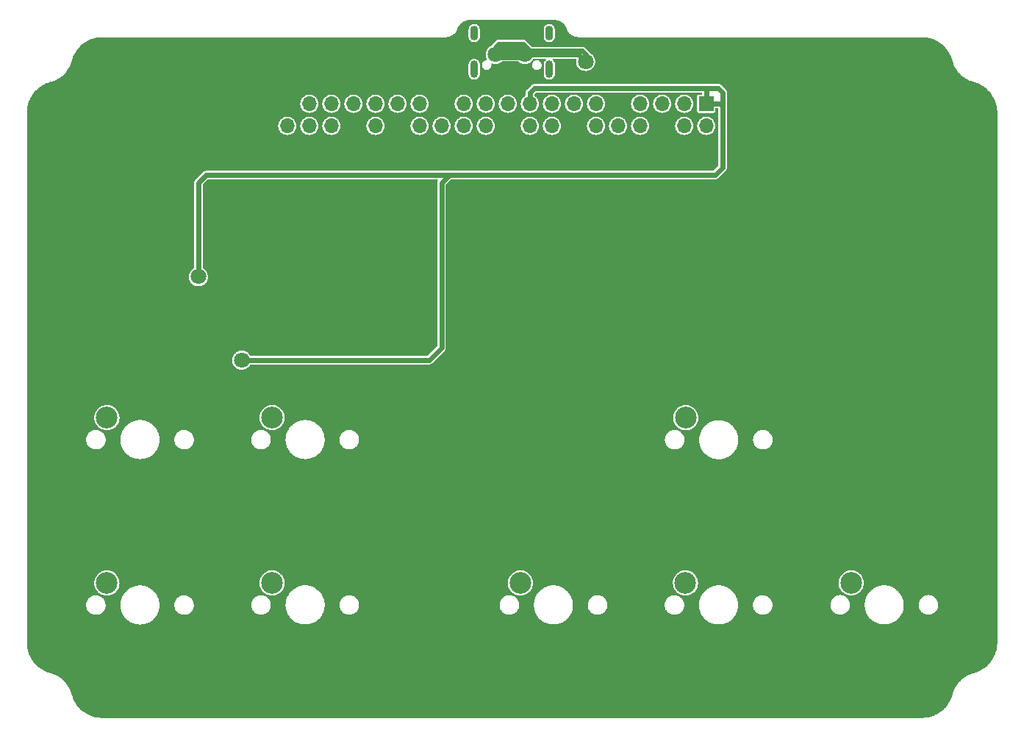
<source format=gbr>
%TF.GenerationSoftware,KiCad,Pcbnew,(6.0.8)*%
%TF.CreationDate,2022-10-08T09:35:05+11:00*%
%TF.ProjectId,KEEBPAD-MK,4b454542-5041-4442-9d4d-4b2e6b696361,1.0.0*%
%TF.SameCoordinates,PX8f0d180PY8f0d180*%
%TF.FileFunction,Copper,L4,Bot*%
%TF.FilePolarity,Positive*%
%FSLAX46Y46*%
G04 Gerber Fmt 4.6, Leading zero omitted, Abs format (unit mm)*
G04 Created by KiCad (PCBNEW (6.0.8)) date 2022-10-08 09:35:05*
%MOMM*%
%LPD*%
G01*
G04 APERTURE LIST*
%TA.AperFunction,ComponentPad*%
%ADD10C,2.500000*%
%TD*%
%TA.AperFunction,ComponentPad*%
%ADD11R,1.700000X1.700000*%
%TD*%
%TA.AperFunction,ComponentPad*%
%ADD12O,1.700000X1.700000*%
%TD*%
%TA.AperFunction,ComponentPad*%
%ADD13C,5.700000*%
%TD*%
%TA.AperFunction,ComponentPad*%
%ADD14O,0.900000X1.700000*%
%TD*%
%TA.AperFunction,ComponentPad*%
%ADD15O,0.900000X2.000000*%
%TD*%
%TA.AperFunction,ViaPad*%
%ADD16C,1.800000*%
%TD*%
%TA.AperFunction,Conductor*%
%ADD17C,0.580000*%
%TD*%
G04 APERTURE END LIST*
D10*
%TO.P,SW4,1,A*%
%TO.N,/Pinheader Assignments/$.START*%
X39790000Y-18045126D03*
%TO.P,SW4,2,B*%
%TO.N,GND*%
X46140000Y-15505126D03*
%TD*%
D11*
%TO.P,B1,1,3.3V*%
%TO.N,+3V3*%
X23099999Y37125000D03*
D12*
%TO.P,B1,2,VBUS*%
%TO.N,VBUS*%
X23099999Y34585000D03*
%TO.P,B1,3,GPIO1/BUTTON_B*%
%TO.N,/Pinheader Assignments/$.B*%
X20559999Y37125000D03*
%TO.P,B1,4,VBUS*%
%TO.N,VBUS*%
X20559999Y34585000D03*
%TO.P,B1,5,GPIO2/BUTTON_START*%
%TO.N,/Pinheader Assignments/$.START*%
X18019999Y37125000D03*
%TO.P,B1,6,GND*%
%TO.N,GND*%
X18019999Y34585000D03*
%TO.P,B1,7,GPIO6*%
%TO.N,/Pinheader Assignments/$.USB_{VBUS}_ENABLE*%
X15479999Y37125000D03*
%TO.P,B1,8,GPIO3/BUTTON_SELECT*%
%TO.N,/Pinheader Assignments/$.SELECT*%
X15479999Y34585000D03*
%TO.P,B1,9,GND*%
%TO.N,GND*%
X12939999Y37125000D03*
%TO.P,B1,10,GPIO29*%
%TO.N,/Pinheader Assignments/$.ADC_{3}*%
X12939999Y34585000D03*
%TO.P,B1,11,GPIO27*%
%TO.N,/Pinheader Assignments/$.ADC_{1}*%
X10399999Y37125000D03*
%TO.P,B1,12,GPIO28*%
%TO.N,/Pinheader Assignments/$.ADC_{2}*%
X10399999Y34585000D03*
%TO.P,B1,13,GPIO26*%
%TO.N,/Pinheader Assignments/$.ADC_{0}*%
X7859999Y37125000D03*
%TO.P,B1,14,GND*%
%TO.N,GND*%
X7859999Y34585000D03*
%TO.P,B1,15,GPIO25*%
%TO.N,/Pinheader Assignments/$.GPIO_{25}*%
X5319999Y37125000D03*
%TO.P,B1,16,GPIO22*%
%TO.N,/Pinheader Assignments/$.SPI^{0}_{SCK}*%
X5319999Y34585000D03*
%TO.P,B1,17,3.3V*%
%TO.N,+3V3*%
X2779999Y37125000D03*
%TO.P,B1,18,GPIO24*%
%TO.N,/Pinheader Assignments/$.GPIO_{24}*%
X2779999Y34585000D03*
%TO.P,B1,19,GPIO23*%
%TO.N,/Pinheader Assignments/$.GPIO_{23}*%
X239999Y37125000D03*
%TO.P,B1,20,GND*%
%TO.N,GND*%
X239999Y34585000D03*
%TO.P,B1,21,GPIO20*%
%TO.N,/Pinheader Assignments/$.GPIO_{20}*%
X-2300001Y37125000D03*
%TO.P,B1,22,GPIO21*%
%TO.N,/Pinheader Assignments/$.SPI^{0}_{~{CS}}*%
X-2300001Y34585000D03*
%TO.P,B1,23,GPIO18*%
%TO.N,/Pinheader Assignments/$.GPIO_{18}*%
X-4840001Y37125000D03*
%TO.P,B1,24,GPIO19*%
%TO.N,/Pinheader Assignments/$.GPIO_{19}*%
X-4840001Y34585000D03*
%TO.P,B1,25,GND*%
%TO.N,GND*%
X-7380001Y37125000D03*
%TO.P,B1,26,GPIO17*%
%TO.N,/Pinheader Assignments/$.GPIO_{17}*%
X-7380001Y34585000D03*
%TO.P,B1,27,GPIO15*%
%TO.N,/Pinheader Assignments/$.SPI^{0}_{TX}*%
X-9920001Y37125000D03*
%TO.P,B1,28,GPIO16*%
%TO.N,/Pinheader Assignments/$.GPIO_{16}*%
X-9920001Y34585000D03*
%TO.P,B1,29,GPIO9*%
%TO.N,/Pinheader Assignments/$.USB_{VBUS}_DET*%
X-12460001Y37125000D03*
%TO.P,B1,30,GND*%
%TO.N,GND*%
X-12460001Y34585000D03*
%TO.P,B1,31,GPIO13*%
%TO.N,/Pinheader Assignments/$.GPIO_{13}*%
X-15000001Y37125000D03*
%TO.P,B1,32,GPIO14*%
%TO.N,/Pinheader Assignments/$.GPIO_{14}*%
X-15000001Y34585000D03*
%TO.P,B1,33,GPIO10*%
%TO.N,/Pinheader Assignments/$.GPIO_{10}*%
X-17540001Y37125000D03*
%TO.P,B1,34,GND*%
%TO.N,GND*%
X-17540001Y34585000D03*
%TO.P,B1,35,GPIO11/BUTTON_UP*%
%TO.N,/Pinheader Assignments/$.UP*%
X-20080001Y37125000D03*
%TO.P,B1,36,GPIO12*%
%TO.N,/Pinheader Assignments/$.GPIO_{12}*%
X-20080001Y34585000D03*
%TO.P,B1,37,GPIO4/BUTTON_DOWN*%
%TO.N,/Pinheader Assignments/$.DOWN*%
X-22620001Y37125000D03*
%TO.P,B1,38,GPIO8/BUTTON_RIGHT*%
%TO.N,/Pinheader Assignments/$.RIGHT*%
X-22620001Y34585000D03*
%TO.P,B1,39,GND*%
%TO.N,GND*%
X-25160001Y37125000D03*
%TO.P,B1,40,GPIO5/BUTTON_LEFT*%
%TO.N,/Pinheader Assignments/$.LEFT*%
X-25160001Y34585000D03*
%TD*%
D10*
%TO.P,SW6,1,A*%
%TO.N,/Pinheader Assignments/$.B*%
X20730000Y970000D03*
%TO.P,SW6,2,B*%
%TO.N,GND*%
X27080000Y3510000D03*
%TD*%
%TO.P,SW1,1,A*%
%TO.N,/Pinheader Assignments/$.ADC_{0}*%
X-45930251Y985251D03*
%TO.P,SW1,2,B*%
%TO.N,GND*%
X-39580251Y3525251D03*
%TD*%
%TO.P,SW5,1,A*%
%TO.N,/Pinheader Assignments/$.ADC_{3}*%
X-26910000Y-18060000D03*
%TO.P,SW5,2,B*%
%TO.N,GND*%
X-20560000Y-15520000D03*
%TD*%
%TO.P,SW8,1,A*%
%TO.N,/Pinheader Assignments/$.SELECT*%
X20704875Y-18060000D03*
%TO.P,SW8,2,B*%
%TO.N,GND*%
X27054875Y-15520000D03*
%TD*%
%TO.P,SW7,1,A*%
%TO.N,/Pinheader Assignments/$.ADC_{2}*%
X-45935000Y-18064749D03*
%TO.P,SW7,2,B*%
%TO.N,GND*%
X-39585000Y-15524749D03*
%TD*%
D13*
%TO.P,H1,1,1*%
%TO.N,GND*%
X-9000000Y-20000000D03*
%TD*%
D10*
%TO.P,SW2,1,A*%
%TO.N,/Pinheader Assignments/$.USB_{VBUS}_ENABLE*%
X1690000Y-18060000D03*
%TO.P,SW2,2,B*%
%TO.N,GND*%
X8040000Y-15520000D03*
%TD*%
D13*
%TO.P,H2,1,1*%
%TO.N,GND*%
X45000000Y-1000000D03*
%TD*%
D10*
%TO.P,SW3,1,A*%
%TO.N,/Pinheader Assignments/$.ADC_{1}*%
X-26910000Y985251D03*
%TO.P,SW3,2,B*%
%TO.N,GND*%
X-20560000Y3525251D03*
%TD*%
D13*
%TO.P,H3,1,1*%
%TO.N,GND*%
X0Y0D03*
%TD*%
D14*
%TO.P,J2,S1,SHIELD*%
%TO.N,unconnected-(J2-PadS1)*%
X5020000Y45265000D03*
D15*
X5020000Y41095000D03*
D14*
X-3620000Y45265000D03*
D15*
X-3620000Y41095000D03*
%TD*%
D16*
%TO.N,GND*%
X200000Y-4600000D03*
X41600000Y33600000D03*
X0Y5800000D03*
X2400000Y45400000D03*
X-12600000Y41000000D03*
X42590000Y-5200000D03*
X200000Y31800000D03*
X-38200000Y13000000D03*
X2600000Y-4600000D03*
X-9000000Y-24200000D03*
X-28400000Y37200000D03*
X48200000Y41600000D03*
X23000000Y31800000D03*
X49550000Y33600000D03*
X20000000Y43600000D03*
X-11410000Y-24200000D03*
X45000000Y-5200000D03*
X-2210000Y-4600000D03*
X-27000000Y14800000D03*
X47400000Y-5200000D03*
X-21200000Y17000000D03*
X-32800000Y7600000D03*
X-35200000Y7600000D03*
X-30400000Y17246500D03*
X-5200000Y42600000D03*
X-6600000Y-24200000D03*
%TO.N,+3V3*%
X-35400000Y17200000D03*
X-30400000Y7600000D03*
%TO.N,Net-(F1-Pad1)*%
X-1200000Y42810000D03*
X2200000Y42800000D03*
X9200000Y42000000D03*
%TD*%
D17*
%TO.N,+3V3*%
X23099999Y38774999D02*
X23225000Y38900000D01*
X25000000Y38400000D02*
X24500000Y38900000D01*
X25000000Y36800000D02*
X25000000Y38400000D01*
X700000Y28900000D02*
X24100000Y28900000D01*
X-30400000Y7600000D02*
X-8800000Y7600000D01*
X23099999Y37125000D02*
X23099999Y38774999D01*
X25000000Y36800000D02*
X24675000Y37125000D01*
X24675000Y37125000D02*
X23099999Y37125000D01*
X700000Y28900000D02*
X-6500000Y28900000D01*
X25000000Y29800000D02*
X25000000Y36800000D01*
X24500000Y38900000D02*
X23225000Y38900000D01*
X24100000Y28900000D02*
X25000000Y29800000D01*
X3300000Y38900000D02*
X2779999Y38379999D01*
X-8800000Y7600000D02*
X-7400000Y9000000D01*
X-7400000Y28000000D02*
X-6500000Y28900000D01*
X23225000Y38900000D02*
X3300000Y38900000D01*
X2779999Y38379999D02*
X2779999Y37125000D01*
X-34500000Y28900000D02*
X-35400000Y28000000D01*
X-35400000Y28000000D02*
X-35400000Y17200000D01*
X-7400000Y9000000D02*
X-7400000Y28000000D01*
X-6500000Y28900000D02*
X-34500000Y28900000D01*
%TO.N,Net-(F1-Pad1)*%
X2200000Y43800000D02*
X2800000Y43200000D01*
X400000Y44000000D02*
X400000Y43000000D01*
X1900000Y42500000D02*
X-890000Y42500000D01*
X200000Y43600000D02*
X200000Y42800000D01*
X2200000Y42800000D02*
X8400000Y42800000D01*
X-200000Y44000000D02*
X200000Y43600000D01*
X2600000Y43400000D02*
X2600000Y42600000D01*
X2200000Y43800000D02*
X2600000Y43400000D01*
X-1200000Y43600000D02*
X-800000Y44000000D01*
X9200000Y42800000D02*
X9200000Y42000000D01*
X2800000Y43200000D02*
X8800000Y43200000D01*
X8800000Y43200000D02*
X9200000Y42800000D01*
X-200000Y43400000D02*
X-200000Y42800000D01*
X800000Y44000000D02*
X1200000Y44000000D01*
X1400000Y44000000D02*
X2000000Y43400000D01*
X2000000Y44000000D02*
X2200000Y43800000D01*
X2200000Y42800000D02*
X1900000Y42500000D01*
X1200000Y44000000D02*
X1200000Y43200000D01*
X1200000Y43200000D02*
X1000000Y43000000D01*
X-600000Y43800000D02*
X-200000Y43400000D01*
X2000000Y43400000D02*
X2000000Y43200000D01*
X1200000Y44000000D02*
X1400000Y44000000D01*
X-890000Y42500000D02*
X-1200000Y42810000D01*
X8400000Y42800000D02*
X9200000Y42000000D01*
X-800000Y44000000D02*
X-200000Y44000000D01*
X1400000Y44000000D02*
X1400000Y43200000D01*
X400000Y44000000D02*
X800000Y44000000D01*
X1400000Y44000000D02*
X2000000Y44000000D01*
X-1200000Y43200000D02*
X-600000Y43800000D01*
X800000Y44000000D02*
X800000Y42800000D01*
X-1200000Y42810000D02*
X-1200000Y43600000D01*
X400000Y43000000D02*
X600000Y42800000D01*
X1400000Y43200000D02*
X1000000Y42800000D01*
X-200000Y44000000D02*
X400000Y44000000D01*
X-1200000Y42810000D02*
X-1200000Y43200000D01*
%TD*%
%TA.AperFunction,Conductor*%
%TO.N,GND*%
G36*
X5519783Y46793142D02*
G01*
X5522002Y46793072D01*
X5525487Y46792715D01*
X5528978Y46792852D01*
X5528982Y46792852D01*
X5535260Y46793099D01*
X5538342Y46793220D01*
X5545429Y46793244D01*
X5639081Y46790209D01*
X5645475Y46789794D01*
X5743446Y46780244D01*
X5749797Y46779416D01*
X5846930Y46763544D01*
X5853211Y46762308D01*
X5853220Y46762306D01*
X5949142Y46740174D01*
X5955340Y46738530D01*
X6049592Y46710246D01*
X6055671Y46708205D01*
X6147916Y46673870D01*
X6153841Y46671444D01*
X6243690Y46631199D01*
X6249436Y46628399D01*
X6336486Y46582424D01*
X6342029Y46579263D01*
X6425929Y46527744D01*
X6431264Y46524224D01*
X6511637Y46467392D01*
X6516739Y46463530D01*
X6582472Y46410346D01*
X6593263Y46401615D01*
X6598115Y46397422D01*
X6670462Y46330689D01*
X6675025Y46326198D01*
X6742912Y46254907D01*
X6747181Y46250123D01*
X6810296Y46174605D01*
X6814244Y46169558D01*
X6872334Y46090116D01*
X6875949Y46084821D01*
X6928783Y46001770D01*
X6932048Y45996251D01*
X6979391Y45909962D01*
X6982291Y45904243D01*
X7023953Y45815060D01*
X7026475Y45809172D01*
X7057068Y45730816D01*
X7058185Y45727659D01*
X7058692Y45725565D01*
X7059677Y45723091D01*
X7062507Y45714206D01*
X7063513Y45711894D01*
X7063682Y45711444D01*
X7064447Y45709599D01*
X7098695Y45622837D01*
X7098706Y45622812D01*
X7099360Y45621155D01*
X7142745Y45530969D01*
X7143639Y45529410D01*
X7143644Y45529401D01*
X7191639Y45445730D01*
X7192541Y45444158D01*
X7193550Y45442661D01*
X7193554Y45442655D01*
X7206152Y45423969D01*
X7248487Y45361177D01*
X7310291Y45282462D01*
X7377628Y45208425D01*
X7450145Y45139454D01*
X7451512Y45138331D01*
X7451525Y45138319D01*
X7480919Y45114162D01*
X7527463Y45075910D01*
X7609175Y45018127D01*
X7610702Y45017205D01*
X7610710Y45017200D01*
X7650295Y44993305D01*
X7694854Y44966408D01*
X7696452Y44965595D01*
X7782426Y44921850D01*
X7784051Y44921023D01*
X7785692Y44920332D01*
X7785704Y44920327D01*
X7874649Y44882904D01*
X7874658Y44882901D01*
X7876297Y44882211D01*
X7971110Y44850175D01*
X7972836Y44849728D01*
X7972846Y44849725D01*
X8035339Y44833540D01*
X8067992Y44825083D01*
X8166436Y44807066D01*
X8168219Y44806872D01*
X8168230Y44806870D01*
X8218516Y44801388D01*
X8265925Y44796219D01*
X8267711Y44796154D01*
X8267716Y44796154D01*
X8303542Y44794857D01*
X8338348Y44793598D01*
X8340502Y44793470D01*
X8341923Y44793279D01*
X8365939Y44792525D01*
X8376200Y44793252D01*
X8383197Y44793500D01*
X47934313Y44793500D01*
X47941401Y44793138D01*
X47943572Y44793070D01*
X47947046Y44792714D01*
X47950534Y44792851D01*
X47950535Y44792851D01*
X47955342Y44793040D01*
X47961069Y44793265D01*
X47967201Y44793315D01*
X48019518Y44792125D01*
X48121415Y44789807D01*
X48125881Y44789605D01*
X48285720Y44778678D01*
X48290158Y44778272D01*
X48360941Y44770186D01*
X48449272Y44760094D01*
X48453734Y44759481D01*
X48574854Y44740026D01*
X48611855Y44734083D01*
X48616260Y44733273D01*
X48773081Y44700705D01*
X48777460Y44699691D01*
X48932626Y44660025D01*
X48936957Y44658812D01*
X49023684Y44632384D01*
X49090152Y44612130D01*
X49094430Y44610719D01*
X49245336Y44557118D01*
X49249545Y44555514D01*
X49397849Y44495108D01*
X49401977Y44493316D01*
X49547407Y44426213D01*
X49551435Y44424241D01*
X49594867Y44401751D01*
X49693648Y44350599D01*
X49697572Y44348453D01*
X49836363Y44268374D01*
X49840112Y44266095D01*
X49975073Y44179814D01*
X49978812Y44177302D01*
X50109688Y44084984D01*
X50113309Y44082304D01*
X50239840Y43984135D01*
X50243335Y43981293D01*
X50365243Y43877492D01*
X50368606Y43874495D01*
X50485701Y43765223D01*
X50488924Y43762075D01*
X50596514Y43652101D01*
X50600915Y43647602D01*
X50603989Y43644313D01*
X50669300Y43571176D01*
X50710653Y43524867D01*
X50713576Y43521440D01*
X50814704Y43397256D01*
X50817468Y43393699D01*
X50912829Y43265061D01*
X50915429Y43261382D01*
X51004861Y43128507D01*
X51007267Y43124749D01*
X51090574Y42987923D01*
X51092809Y42984057D01*
X51162930Y42856126D01*
X51169782Y42843625D01*
X51171849Y42839643D01*
X51242364Y42695834D01*
X51244248Y42691760D01*
X51308146Y42544898D01*
X51309844Y42540739D01*
X51328601Y42491634D01*
X51366992Y42391126D01*
X51368503Y42386883D01*
X51418780Y42234846D01*
X51420097Y42230538D01*
X51458885Y42092465D01*
X51459668Y42089358D01*
X51459908Y42088281D01*
X51460305Y42085638D01*
X51461071Y42083075D01*
X51463110Y42073944D01*
X51463496Y42072785D01*
X51505737Y41922709D01*
X51555286Y41773599D01*
X51555694Y41772538D01*
X51555696Y41772533D01*
X51583292Y41700805D01*
X51611706Y41626952D01*
X51612166Y41625905D01*
X51612169Y41625897D01*
X51663750Y41508423D01*
X51674876Y41483083D01*
X51744660Y41342303D01*
X51745209Y41341314D01*
X51745212Y41341308D01*
X51788869Y41262643D01*
X51820906Y41204915D01*
X51846531Y41163410D01*
X51894920Y41085034D01*
X51903450Y41071217D01*
X51992114Y40941496D01*
X52086707Y40816033D01*
X52087431Y40815160D01*
X52087447Y40815140D01*
X52107341Y40791158D01*
X52187025Y40695099D01*
X52187798Y40694251D01*
X52187802Y40694246D01*
X52292076Y40579803D01*
X52292850Y40578953D01*
X52403955Y40467848D01*
X52404794Y40467084D01*
X52404804Y40467074D01*
X52518765Y40363240D01*
X52520101Y40362023D01*
X52550756Y40336594D01*
X52640142Y40262445D01*
X52640162Y40262429D01*
X52641035Y40261705D01*
X52766498Y40167112D01*
X52896219Y40078448D01*
X52897191Y40077848D01*
X52897197Y40077844D01*
X52917871Y40065080D01*
X53029917Y39995904D01*
X53167305Y39919658D01*
X53308085Y39849875D01*
X53309143Y39849410D01*
X53309144Y39849410D01*
X53450899Y39787168D01*
X53450907Y39787165D01*
X53451954Y39786705D01*
X53453025Y39786293D01*
X53597534Y39730696D01*
X53598602Y39730285D01*
X53747712Y39680736D01*
X53842749Y39653987D01*
X53884803Y39642150D01*
X53884805Y39642150D01*
X53885571Y39641934D01*
X53887350Y39641278D01*
X53889691Y39640774D01*
X53890932Y39640425D01*
X53890936Y39640423D01*
X53891670Y39640217D01*
X53892465Y39639990D01*
X53896524Y39638811D01*
X53896533Y39638809D01*
X53898947Y39638108D01*
X53904651Y39637067D01*
X53913660Y39634985D01*
X54055526Y39595126D01*
X54059834Y39593809D01*
X54171005Y39557042D01*
X54211889Y39543520D01*
X54216117Y39542014D01*
X54216164Y39541996D01*
X54365701Y39484869D01*
X54369871Y39483167D01*
X54516727Y39419267D01*
X54520815Y39417377D01*
X54562774Y39396801D01*
X54664606Y39346864D01*
X54668604Y39344789D01*
X54697317Y39329050D01*
X54809025Y39267817D01*
X54809032Y39267813D01*
X54812927Y39265561D01*
X54815699Y39263873D01*
X54949700Y39182281D01*
X54953493Y39179852D01*
X55086354Y39090425D01*
X55090032Y39087825D01*
X55218680Y38992453D01*
X55222233Y38989692D01*
X55257621Y38960873D01*
X55346409Y38888567D01*
X55349837Y38885643D01*
X55469276Y38778980D01*
X55472561Y38775910D01*
X55500187Y38748882D01*
X55587050Y38663900D01*
X55590197Y38660677D01*
X55635272Y38612374D01*
X55697054Y38546168D01*
X55699437Y38543614D01*
X55702429Y38540259D01*
X55806263Y38418310D01*
X55809100Y38414821D01*
X55846137Y38367081D01*
X55907274Y38288279D01*
X55909953Y38284658D01*
X56002254Y38153804D01*
X56004766Y38150065D01*
X56091025Y38015139D01*
X56093364Y38011290D01*
X56173395Y37872582D01*
X56175557Y37868630D01*
X56249195Y37726427D01*
X56251171Y37722390D01*
X56300027Y37616508D01*
X56318269Y37576973D01*
X56320063Y37572840D01*
X56380476Y37424521D01*
X56382080Y37420312D01*
X56435683Y37269400D01*
X56437093Y37265123D01*
X56451867Y37216644D01*
X56483772Y37111948D01*
X56483773Y37111944D01*
X56484983Y37107622D01*
X56512644Y36999424D01*
X56524651Y36952455D01*
X56525667Y36948067D01*
X56553461Y36814249D01*
X56558230Y36791286D01*
X56559044Y36786869D01*
X56584166Y36630490D01*
X56584450Y36628721D01*
X56585060Y36624277D01*
X56596760Y36521884D01*
X56603243Y36465149D01*
X56603652Y36460664D01*
X56614576Y36300903D01*
X56614781Y36296403D01*
X56618041Y36153228D01*
X56618023Y36149076D01*
X56617715Y36146064D01*
X56617852Y36142579D01*
X56618425Y36128001D01*
X56618501Y36124113D01*
X56618501Y-24934312D01*
X56618139Y-24941400D01*
X56618071Y-24943571D01*
X56617715Y-24947045D01*
X56617852Y-24950533D01*
X56617852Y-24950534D01*
X56618266Y-24961064D01*
X56618316Y-24967200D01*
X56614808Y-25121410D01*
X56614605Y-25125895D01*
X56603682Y-25285696D01*
X56603272Y-25290183D01*
X56585094Y-25449282D01*
X56584481Y-25453744D01*
X56559086Y-25611853D01*
X56558271Y-25616283D01*
X56525708Y-25773083D01*
X56524692Y-25777472D01*
X56485025Y-25932642D01*
X56483810Y-25936979D01*
X56437135Y-26090157D01*
X56435725Y-26094434D01*
X56395860Y-26206672D01*
X56382125Y-26245341D01*
X56380521Y-26249551D01*
X56320116Y-26397853D01*
X56318323Y-26401985D01*
X56251221Y-26547415D01*
X56249241Y-26551461D01*
X56175623Y-26693631D01*
X56175604Y-26693667D01*
X56173462Y-26697583D01*
X56163084Y-26715571D01*
X56093409Y-26836334D01*
X56091069Y-26840184D01*
X56004813Y-26975106D01*
X56002301Y-26978845D01*
X55910000Y-27109700D01*
X55907321Y-27113321D01*
X55809150Y-27239858D01*
X55806308Y-27243353D01*
X55702480Y-27365296D01*
X55699489Y-27368653D01*
X55590211Y-27485756D01*
X55587084Y-27488957D01*
X55472622Y-27600941D01*
X55469331Y-27604018D01*
X55349877Y-27710693D01*
X55346450Y-27713616D01*
X55222265Y-27814747D01*
X55218708Y-27817511D01*
X55090071Y-27912875D01*
X55086392Y-27915475D01*
X54953544Y-28004891D01*
X54949752Y-28007320D01*
X54812950Y-28090617D01*
X54809062Y-28092865D01*
X54668627Y-28169843D01*
X54664647Y-28171909D01*
X54520822Y-28242435D01*
X54516764Y-28244311D01*
X54369914Y-28308206D01*
X54365745Y-28309909D01*
X54276416Y-28344034D01*
X54216117Y-28367068D01*
X54211897Y-28368571D01*
X54081536Y-28411683D01*
X54059850Y-28418855D01*
X54055541Y-28420172D01*
X53919900Y-28458279D01*
X53914700Y-28459589D01*
X53914063Y-28459731D01*
X53914053Y-28459734D01*
X53913274Y-28459908D01*
X53910630Y-28460305D01*
X53908068Y-28461071D01*
X53898945Y-28463108D01*
X53897747Y-28463507D01*
X53747711Y-28505736D01*
X53598601Y-28555285D01*
X53451953Y-28611706D01*
X53308084Y-28674876D01*
X53167304Y-28744659D01*
X53029917Y-28820905D01*
X52896218Y-28903449D01*
X52766498Y-28992113D01*
X52641035Y-29086706D01*
X52520100Y-29187023D01*
X52403955Y-29292849D01*
X52292850Y-29403954D01*
X52187024Y-29520099D01*
X52086707Y-29641034D01*
X51992114Y-29766497D01*
X51903450Y-29896217D01*
X51902850Y-29897189D01*
X51902846Y-29897195D01*
X51867834Y-29953904D01*
X51820905Y-30029916D01*
X51744659Y-30167303D01*
X51674876Y-30308083D01*
X51611706Y-30451952D01*
X51555286Y-30598600D01*
X51505737Y-30747709D01*
X51466936Y-30885566D01*
X51466279Y-30887348D01*
X51465775Y-30889692D01*
X51465433Y-30890907D01*
X51465432Y-30890909D01*
X51465236Y-30891605D01*
X51465018Y-30892370D01*
X51463109Y-30898944D01*
X51462654Y-30901441D01*
X51462068Y-30904653D01*
X51459984Y-30913667D01*
X51420130Y-31055510D01*
X51418814Y-31059817D01*
X51368523Y-31211879D01*
X51367011Y-31216123D01*
X51309870Y-31365699D01*
X51308168Y-31369869D01*
X51244267Y-31516726D01*
X51242376Y-31520815D01*
X51171865Y-31664604D01*
X51169790Y-31668602D01*
X51092815Y-31809030D01*
X51092814Y-31809031D01*
X51090562Y-31812926D01*
X51090560Y-31812930D01*
X51090559Y-31812931D01*
X51007282Y-31949699D01*
X51004853Y-31953492D01*
X50915426Y-32086353D01*
X50912826Y-32090032D01*
X50817454Y-32218679D01*
X50814690Y-32222235D01*
X50713567Y-32346408D01*
X50710644Y-32349835D01*
X50603982Y-32469274D01*
X50600906Y-32472565D01*
X50488901Y-32587049D01*
X50485678Y-32590196D01*
X50368941Y-32699132D01*
X50368615Y-32699436D01*
X50365260Y-32702428D01*
X50243311Y-32806262D01*
X50239822Y-32809099D01*
X50113275Y-32907277D01*
X50109669Y-32909945D01*
X49978795Y-33002260D01*
X49975063Y-33004768D01*
X49840137Y-33091027D01*
X49836307Y-33093355D01*
X49697567Y-33173404D01*
X49693616Y-33175564D01*
X49589552Y-33229453D01*
X49551420Y-33249199D01*
X49547373Y-33251179D01*
X49401982Y-33318264D01*
X49397852Y-33320058D01*
X49249517Y-33380477D01*
X49245333Y-33382072D01*
X49094394Y-33435686D01*
X49090146Y-33437087D01*
X48936921Y-33483779D01*
X48932613Y-33484985D01*
X48863835Y-33502568D01*
X48777451Y-33524652D01*
X48773063Y-33525668D01*
X48726132Y-33535416D01*
X48616267Y-33558234D01*
X48611871Y-33559044D01*
X48453702Y-33584453D01*
X48449278Y-33585060D01*
X48335176Y-33598098D01*
X48290150Y-33603243D01*
X48285665Y-33603652D01*
X48125904Y-33614576D01*
X48121404Y-33614781D01*
X48034682Y-33616756D01*
X47978233Y-33618041D01*
X47974085Y-33618023D01*
X47971065Y-33617714D01*
X47967576Y-33617851D01*
X47967572Y-33617851D01*
X47953002Y-33618424D01*
X47949114Y-33618500D01*
X-46459311Y-33618500D01*
X-46466399Y-33618138D01*
X-46468570Y-33618070D01*
X-46472044Y-33617714D01*
X-46475532Y-33617851D01*
X-46475533Y-33617851D01*
X-46480221Y-33618035D01*
X-46486067Y-33618265D01*
X-46492199Y-33618315D01*
X-46646408Y-33614807D01*
X-46650877Y-33614605D01*
X-46810699Y-33603680D01*
X-46815171Y-33603272D01*
X-46859928Y-33598158D01*
X-46974276Y-33585093D01*
X-46978738Y-33584480D01*
X-47136841Y-33559086D01*
X-47141272Y-33558271D01*
X-47182725Y-33549662D01*
X-47298112Y-33525698D01*
X-47302468Y-33524689D01*
X-47384617Y-33503689D01*
X-47457611Y-33485028D01*
X-47461948Y-33483814D01*
X-47615151Y-33437130D01*
X-47619429Y-33435719D01*
X-47682161Y-33413438D01*
X-47770337Y-33382119D01*
X-47774528Y-33380522D01*
X-47922852Y-33320107D01*
X-47926981Y-33318315D01*
X-48072406Y-33251214D01*
X-48076443Y-33249238D01*
X-48218647Y-33175600D01*
X-48222571Y-33173454D01*
X-48361362Y-33093375D01*
X-48365111Y-33091096D01*
X-48500111Y-33004790D01*
X-48503826Y-33002293D01*
X-48543362Y-32974404D01*
X-48634674Y-32909994D01*
X-48638294Y-32907315D01*
X-48764840Y-32809135D01*
X-48768335Y-32806293D01*
X-48890242Y-32702493D01*
X-48893605Y-32699496D01*
X-49010701Y-32590224D01*
X-49013924Y-32587076D01*
X-49125914Y-32472603D01*
X-49128990Y-32469312D01*
X-49235654Y-32349867D01*
X-49238577Y-32346440D01*
X-49339693Y-32222271D01*
X-49342458Y-32218714D01*
X-49433775Y-32095530D01*
X-49437846Y-32090038D01*
X-49440438Y-32086368D01*
X-49529841Y-31953534D01*
X-49532271Y-31949742D01*
X-49615570Y-31812930D01*
X-49617824Y-31809030D01*
X-49694800Y-31668592D01*
X-49696857Y-31664628D01*
X-49696868Y-31664604D01*
X-49767373Y-31520815D01*
X-49769255Y-31516746D01*
X-49769263Y-31516726D01*
X-49833147Y-31369893D01*
X-49834845Y-31365735D01*
X-49891995Y-31216119D01*
X-49893506Y-31211876D01*
X-49943782Y-31059841D01*
X-49945099Y-31055532D01*
X-49983583Y-30918537D01*
X-49983604Y-30918454D01*
X-49983618Y-30918414D01*
X-49983891Y-30917440D01*
X-49984651Y-30914420D01*
X-49984905Y-30913284D01*
X-49985302Y-30910638D01*
X-49986068Y-30908075D01*
X-49988107Y-30898944D01*
X-49988506Y-30897746D01*
X-50030736Y-30747710D01*
X-50080285Y-30598600D01*
X-50092953Y-30565672D01*
X-50136293Y-30453024D01*
X-50136293Y-30453023D01*
X-50136705Y-30451953D01*
X-50137168Y-30450897D01*
X-50199410Y-30309142D01*
X-50199410Y-30309141D01*
X-50199875Y-30308083D01*
X-50269658Y-30167303D01*
X-50345904Y-30029916D01*
X-50428448Y-29896218D01*
X-50517112Y-29766497D01*
X-50611705Y-29641034D01*
X-50712023Y-29520099D01*
X-50817848Y-29403954D01*
X-50928953Y-29292849D01*
X-51045098Y-29187023D01*
X-51166033Y-29086706D01*
X-51291496Y-28992113D01*
X-51421216Y-28903449D01*
X-51554915Y-28820905D01*
X-51692302Y-28744659D01*
X-51833082Y-28674876D01*
X-51976951Y-28611706D01*
X-52123599Y-28555285D01*
X-52272708Y-28505736D01*
X-52410565Y-28466935D01*
X-52412347Y-28466278D01*
X-52414691Y-28465774D01*
X-52415906Y-28465432D01*
X-52415908Y-28465431D01*
X-52416604Y-28465235D01*
X-52417369Y-28465017D01*
X-52418582Y-28464665D01*
X-52421507Y-28463815D01*
X-52421514Y-28463813D01*
X-52423943Y-28463108D01*
X-52429657Y-28462066D01*
X-52438666Y-28459983D01*
X-52580510Y-28420129D01*
X-52584816Y-28418813D01*
X-52736878Y-28368523D01*
X-52741114Y-28367014D01*
X-52834842Y-28331208D01*
X-52890698Y-28309869D01*
X-52894867Y-28308167D01*
X-53041724Y-28244267D01*
X-53045814Y-28242376D01*
X-53189604Y-28171864D01*
X-53193602Y-28169789D01*
X-53334030Y-28092813D01*
X-53337930Y-28090558D01*
X-53474698Y-28007281D01*
X-53478491Y-28004852D01*
X-53611352Y-27915425D01*
X-53615030Y-27912825D01*
X-53743677Y-27817454D01*
X-53747234Y-27814690D01*
X-53871406Y-27713567D01*
X-53874833Y-27710644D01*
X-53994287Y-27603970D01*
X-53997578Y-27600893D01*
X-54112038Y-27488911D01*
X-54115185Y-27485689D01*
X-54224445Y-27368604D01*
X-54227443Y-27365241D01*
X-54331263Y-27243307D01*
X-54334104Y-27239812D01*
X-54432261Y-27113294D01*
X-54434941Y-27109673D01*
X-54527252Y-26978805D01*
X-54529764Y-26975067D01*
X-54616052Y-26840095D01*
X-54618338Y-26836334D01*
X-54698410Y-26697555D01*
X-54700556Y-26693631D01*
X-54774194Y-26551427D01*
X-54776174Y-26547381D01*
X-54843268Y-26401973D01*
X-54845062Y-26397840D01*
X-54905475Y-26249521D01*
X-54907079Y-26245312D01*
X-54960682Y-26094400D01*
X-54962092Y-26090123D01*
X-55008772Y-25936944D01*
X-55009987Y-25932605D01*
X-55049650Y-25777455D01*
X-55050666Y-25773067D01*
X-55083229Y-25616284D01*
X-55084045Y-25611855D01*
X-55109448Y-25453725D01*
X-55110061Y-25449261D01*
X-55128242Y-25290149D01*
X-55128651Y-25285664D01*
X-55139575Y-25125903D01*
X-55139780Y-25121403D01*
X-55143040Y-24978239D01*
X-55143022Y-24974084D01*
X-55142713Y-24971064D01*
X-55142864Y-24967203D01*
X-55143423Y-24953001D01*
X-55143499Y-24949113D01*
X-55143499Y-20628340D01*
X-48331241Y-20628340D01*
X-48325317Y-20722499D01*
X-48325015Y-20724542D01*
X-48312357Y-20810263D01*
X-48311535Y-20815832D01*
X-48289991Y-20907684D01*
X-48289356Y-20909638D01*
X-48289355Y-20909642D01*
X-48261476Y-20995446D01*
X-48261472Y-20995457D01*
X-48260837Y-20997411D01*
X-48224277Y-21084384D01*
X-48223314Y-21086226D01*
X-48184005Y-21161416D01*
X-48180567Y-21167993D01*
X-48130015Y-21247651D01*
X-48128764Y-21249299D01*
X-48075449Y-21319538D01*
X-48072974Y-21322799D01*
X-48071580Y-21324348D01*
X-48071576Y-21324352D01*
X-48027514Y-21373288D01*
X-48009845Y-21392911D01*
X-47941070Y-21457495D01*
X-47867133Y-21516097D01*
X-47865414Y-21517239D01*
X-47865410Y-21517242D01*
X-47827292Y-21542567D01*
X-47788551Y-21568307D01*
X-47786747Y-21569299D01*
X-47786740Y-21569303D01*
X-47707688Y-21612762D01*
X-47705876Y-21613758D01*
X-47619688Y-21652131D01*
X-47530591Y-21683158D01*
X-47528606Y-21683668D01*
X-47528595Y-21683671D01*
X-47453687Y-21702904D01*
X-47439210Y-21706621D01*
X-47437186Y-21706963D01*
X-47437178Y-21706965D01*
X-47348220Y-21722010D01*
X-47346186Y-21722354D01*
X-47344144Y-21722525D01*
X-47344132Y-21722527D01*
X-47295160Y-21726639D01*
X-47252172Y-21730249D01*
X-47181429Y-21730249D01*
X-47180408Y-21730206D01*
X-47180398Y-21730206D01*
X-47112804Y-21727373D01*
X-47112794Y-21727372D01*
X-47110738Y-21727286D01*
X-47017137Y-21715462D01*
X-47015097Y-21715028D01*
X-47015089Y-21715027D01*
X-46926891Y-21696279D01*
X-46924854Y-21695846D01*
X-46922875Y-21695249D01*
X-46922869Y-21695247D01*
X-46836502Y-21669172D01*
X-46836492Y-21669169D01*
X-46834536Y-21668578D01*
X-46746816Y-21633847D01*
X-46744973Y-21632932D01*
X-46744966Y-21632929D01*
X-46664159Y-21592816D01*
X-46664156Y-21592814D01*
X-46662310Y-21591898D01*
X-46581611Y-21543025D01*
X-46505284Y-21487570D01*
X-46503732Y-21486230D01*
X-46503719Y-21486220D01*
X-46435437Y-21427279D01*
X-46433866Y-21425923D01*
X-46432421Y-21424448D01*
X-46432412Y-21424439D01*
X-46369313Y-21360005D01*
X-46369311Y-21360003D01*
X-46367856Y-21358517D01*
X-46362603Y-21352168D01*
X-46309040Y-21287420D01*
X-46309038Y-21287418D01*
X-46307719Y-21285823D01*
X-46279974Y-21245903D01*
X-46255058Y-21210054D01*
X-46255052Y-21210044D01*
X-46253875Y-21208351D01*
X-46251398Y-21204062D01*
X-46207741Y-21128445D01*
X-46206702Y-21126646D01*
X-46184580Y-21079635D01*
X-46167417Y-21043163D01*
X-46167412Y-21043151D01*
X-46166532Y-21041281D01*
X-46133646Y-20952853D01*
X-46108275Y-20861984D01*
X-46090597Y-20769310D01*
X-46088747Y-20751714D01*
X-46080951Y-20677537D01*
X-46080735Y-20675482D01*
X-46078759Y-20581158D01*
X-46079863Y-20563601D01*
X-46081230Y-20541883D01*
X-44375630Y-20541883D01*
X-44375592Y-20563601D01*
X-44375405Y-20670733D01*
X-44375397Y-20675471D01*
X-44375307Y-20676937D01*
X-44375307Y-20676948D01*
X-44367444Y-20805514D01*
X-44367242Y-20808809D01*
X-44366641Y-20813775D01*
X-44351593Y-20938120D01*
X-44351193Y-20941429D01*
X-44350931Y-20942869D01*
X-44328445Y-21066600D01*
X-44327307Y-21072864D01*
X-44326960Y-21074289D01*
X-44326956Y-21074306D01*
X-44314916Y-21123696D01*
X-44295669Y-21202651D01*
X-44295236Y-21204059D01*
X-44295235Y-21204062D01*
X-44288400Y-21226280D01*
X-44256388Y-21330333D01*
X-44255869Y-21331721D01*
X-44210120Y-21454085D01*
X-44210114Y-21454101D01*
X-44209605Y-21455461D01*
X-44190923Y-21497619D01*
X-44157587Y-21572845D01*
X-44155483Y-21577594D01*
X-44094213Y-21696302D01*
X-44026011Y-21811167D01*
X-43951117Y-21921786D01*
X-43950210Y-21922968D01*
X-43870681Y-22026613D01*
X-43870669Y-22026628D01*
X-43869794Y-22027768D01*
X-43782328Y-22128741D01*
X-43781310Y-22129784D01*
X-43693663Y-22219599D01*
X-43689029Y-22224348D01*
X-43687956Y-22225324D01*
X-43687945Y-22225335D01*
X-43600055Y-22305308D01*
X-43590223Y-22314254D01*
X-43589108Y-22315153D01*
X-43589103Y-22315158D01*
X-43487392Y-22397229D01*
X-43487383Y-22397236D01*
X-43486260Y-22398142D01*
X-43377504Y-22475717D01*
X-43376267Y-22476493D01*
X-43376252Y-22476503D01*
X-43301978Y-22523094D01*
X-43264339Y-22546705D01*
X-43263044Y-22547414D01*
X-43148459Y-22610148D01*
X-43148445Y-22610155D01*
X-43147163Y-22610857D01*
X-43026389Y-22667947D01*
X-43025017Y-22668498D01*
X-43025016Y-22668499D01*
X-42903804Y-22717227D01*
X-42903789Y-22717233D01*
X-42902442Y-22717774D01*
X-42901051Y-22718239D01*
X-42901044Y-22718242D01*
X-42865165Y-22730247D01*
X-42775757Y-22760162D01*
X-42774352Y-22760541D01*
X-42774349Y-22760542D01*
X-42648202Y-22794579D01*
X-42648197Y-22794580D01*
X-42646782Y-22794962D01*
X-42570631Y-22810732D01*
X-42517405Y-22821755D01*
X-42517399Y-22821756D01*
X-42515970Y-22822052D01*
X-42514530Y-22822262D01*
X-42514519Y-22822264D01*
X-42385236Y-22841124D01*
X-42385232Y-22841124D01*
X-42383782Y-22841336D01*
X-42382327Y-22841461D01*
X-42382316Y-22841462D01*
X-42311353Y-22847545D01*
X-42250683Y-22852746D01*
X-42161083Y-22855249D01*
X-42091037Y-22855249D01*
X-42019720Y-22853132D01*
X-41992949Y-22852338D01*
X-41992944Y-22852338D01*
X-41991471Y-22852294D01*
X-41971112Y-22850477D01*
X-41859887Y-22840551D01*
X-41859872Y-22840549D01*
X-41858413Y-22840419D01*
X-41856973Y-22840204D01*
X-41856958Y-22840202D01*
X-41727741Y-22820890D01*
X-41727727Y-22820887D01*
X-41726292Y-22820673D01*
X-41595576Y-22793127D01*
X-41466723Y-22757877D01*
X-41458069Y-22754948D01*
X-41397071Y-22734301D01*
X-41340187Y-22715047D01*
X-41216415Y-22664788D01*
X-41095840Y-22607277D01*
X-40978889Y-22542717D01*
X-40977662Y-22541941D01*
X-40977653Y-22541936D01*
X-40901149Y-22493572D01*
X-40865973Y-22471334D01*
X-40819489Y-22437932D01*
X-40758701Y-22394252D01*
X-40758688Y-22394242D01*
X-40757488Y-22393380D01*
X-40750487Y-22387691D01*
X-40654960Y-22310057D01*
X-40653818Y-22309129D01*
X-40555327Y-22218879D01*
X-40551676Y-22215112D01*
X-40513102Y-22175306D01*
X-40462362Y-22122946D01*
X-40414564Y-22067375D01*
X-40376211Y-22022787D01*
X-40376201Y-22022775D01*
X-40375250Y-22021669D01*
X-40294297Y-21915404D01*
X-40219789Y-21804524D01*
X-40151988Y-21689421D01*
X-40150486Y-21686486D01*
X-40091805Y-21571814D01*
X-40091800Y-21571803D01*
X-40091133Y-21570500D01*
X-40076455Y-21537062D01*
X-40038016Y-21449497D01*
X-40038010Y-21449481D01*
X-40037438Y-21448179D01*
X-39991092Y-21322888D01*
X-39952258Y-21195070D01*
X-39921072Y-21065173D01*
X-39897645Y-20933656D01*
X-39897474Y-20932204D01*
X-39882230Y-20802432D01*
X-39882229Y-20802417D01*
X-39882060Y-20800981D01*
X-39881012Y-20782809D01*
X-39874453Y-20669062D01*
X-39874453Y-20669048D01*
X-39874370Y-20667615D01*
X-39874438Y-20628340D01*
X-38171241Y-20628340D01*
X-38165317Y-20722499D01*
X-38165015Y-20724542D01*
X-38152357Y-20810263D01*
X-38151535Y-20815832D01*
X-38129991Y-20907684D01*
X-38129356Y-20909638D01*
X-38129355Y-20909642D01*
X-38101476Y-20995446D01*
X-38101472Y-20995457D01*
X-38100837Y-20997411D01*
X-38064277Y-21084384D01*
X-38063314Y-21086226D01*
X-38024005Y-21161416D01*
X-38020567Y-21167993D01*
X-37970015Y-21247651D01*
X-37968764Y-21249299D01*
X-37915449Y-21319538D01*
X-37912974Y-21322799D01*
X-37911580Y-21324348D01*
X-37911576Y-21324352D01*
X-37867514Y-21373288D01*
X-37849845Y-21392911D01*
X-37781070Y-21457495D01*
X-37707133Y-21516097D01*
X-37705414Y-21517239D01*
X-37705410Y-21517242D01*
X-37667292Y-21542567D01*
X-37628551Y-21568307D01*
X-37626747Y-21569299D01*
X-37626740Y-21569303D01*
X-37547688Y-21612762D01*
X-37545876Y-21613758D01*
X-37459688Y-21652131D01*
X-37370591Y-21683158D01*
X-37368606Y-21683668D01*
X-37368595Y-21683671D01*
X-37293687Y-21702904D01*
X-37279210Y-21706621D01*
X-37277186Y-21706963D01*
X-37277178Y-21706965D01*
X-37188220Y-21722010D01*
X-37186186Y-21722354D01*
X-37184144Y-21722525D01*
X-37184132Y-21722527D01*
X-37135160Y-21726639D01*
X-37092172Y-21730249D01*
X-37021429Y-21730249D01*
X-37020408Y-21730206D01*
X-37020398Y-21730206D01*
X-36952804Y-21727373D01*
X-36952794Y-21727372D01*
X-36950738Y-21727286D01*
X-36857137Y-21715462D01*
X-36855097Y-21715028D01*
X-36855089Y-21715027D01*
X-36766891Y-21696279D01*
X-36764854Y-21695846D01*
X-36762875Y-21695249D01*
X-36762869Y-21695247D01*
X-36676502Y-21669172D01*
X-36676492Y-21669169D01*
X-36674536Y-21668578D01*
X-36586816Y-21633847D01*
X-36584973Y-21632932D01*
X-36584966Y-21632929D01*
X-36504159Y-21592816D01*
X-36504156Y-21592814D01*
X-36502310Y-21591898D01*
X-36421611Y-21543025D01*
X-36345284Y-21487570D01*
X-36343732Y-21486230D01*
X-36343719Y-21486220D01*
X-36275437Y-21427279D01*
X-36273866Y-21425923D01*
X-36272421Y-21424448D01*
X-36272412Y-21424439D01*
X-36209313Y-21360005D01*
X-36209311Y-21360003D01*
X-36207856Y-21358517D01*
X-36202603Y-21352168D01*
X-36149040Y-21287420D01*
X-36149038Y-21287418D01*
X-36147719Y-21285823D01*
X-36119974Y-21245903D01*
X-36095058Y-21210054D01*
X-36095052Y-21210044D01*
X-36093875Y-21208351D01*
X-36091398Y-21204062D01*
X-36047741Y-21128445D01*
X-36046702Y-21126646D01*
X-36024580Y-21079635D01*
X-36007417Y-21043163D01*
X-36007412Y-21043151D01*
X-36006532Y-21041281D01*
X-35973646Y-20952853D01*
X-35948275Y-20861984D01*
X-35930597Y-20769310D01*
X-35928747Y-20751714D01*
X-35920951Y-20677537D01*
X-35920735Y-20675482D01*
X-35919648Y-20623591D01*
X-29306241Y-20623591D01*
X-29300317Y-20717750D01*
X-29299314Y-20724542D01*
X-29287357Y-20805514D01*
X-29286535Y-20811083D01*
X-29264991Y-20902935D01*
X-29264356Y-20904889D01*
X-29264355Y-20904893D01*
X-29236476Y-20990697D01*
X-29236472Y-20990708D01*
X-29235837Y-20992662D01*
X-29199277Y-21079635D01*
X-29155567Y-21163244D01*
X-29105015Y-21242902D01*
X-29103764Y-21244550D01*
X-29053545Y-21310710D01*
X-29047974Y-21318050D01*
X-29046580Y-21319599D01*
X-29046576Y-21319603D01*
X-28998238Y-21373288D01*
X-28984845Y-21388162D01*
X-28916070Y-21452746D01*
X-28842133Y-21511348D01*
X-28840414Y-21512490D01*
X-28840410Y-21512493D01*
X-28802292Y-21537818D01*
X-28763551Y-21563558D01*
X-28761747Y-21564550D01*
X-28761740Y-21564554D01*
X-28707932Y-21594135D01*
X-28680876Y-21609009D01*
X-28594688Y-21647382D01*
X-28550256Y-21662855D01*
X-28511868Y-21676223D01*
X-28505591Y-21678409D01*
X-28503606Y-21678919D01*
X-28503595Y-21678922D01*
X-28430907Y-21697585D01*
X-28414210Y-21701872D01*
X-28412186Y-21702214D01*
X-28412178Y-21702216D01*
X-28336429Y-21715027D01*
X-28321186Y-21717605D01*
X-28319144Y-21717776D01*
X-28319132Y-21717778D01*
X-28270160Y-21721890D01*
X-28227172Y-21725500D01*
X-28156429Y-21725500D01*
X-28155408Y-21725457D01*
X-28155398Y-21725457D01*
X-28087804Y-21722624D01*
X-28087794Y-21722623D01*
X-28085738Y-21722537D01*
X-27992137Y-21710713D01*
X-27990097Y-21710279D01*
X-27990089Y-21710278D01*
X-27901891Y-21691530D01*
X-27899854Y-21691097D01*
X-27897875Y-21690500D01*
X-27897869Y-21690498D01*
X-27811502Y-21664423D01*
X-27811492Y-21664420D01*
X-27809536Y-21663829D01*
X-27721816Y-21629098D01*
X-27719973Y-21628183D01*
X-27719966Y-21628180D01*
X-27639159Y-21588067D01*
X-27639156Y-21588065D01*
X-27637310Y-21587149D01*
X-27556611Y-21538276D01*
X-27480284Y-21482821D01*
X-27478732Y-21481481D01*
X-27478719Y-21481471D01*
X-27414368Y-21425923D01*
X-27408866Y-21421174D01*
X-27407421Y-21419699D01*
X-27407412Y-21419690D01*
X-27344313Y-21355256D01*
X-27344311Y-21355254D01*
X-27342856Y-21353768D01*
X-27329227Y-21337294D01*
X-27284040Y-21282671D01*
X-27284038Y-21282669D01*
X-27282719Y-21281074D01*
X-27260635Y-21249299D01*
X-27230058Y-21205305D01*
X-27230052Y-21205295D01*
X-27228875Y-21203602D01*
X-27226398Y-21199313D01*
X-27197993Y-21150113D01*
X-27181702Y-21121897D01*
X-27159307Y-21074306D01*
X-27142417Y-21038414D01*
X-27142412Y-21038402D01*
X-27141532Y-21036532D01*
X-27108646Y-20948104D01*
X-27083275Y-20857235D01*
X-27065597Y-20764561D01*
X-27064246Y-20751714D01*
X-27055951Y-20672788D01*
X-27055735Y-20670733D01*
X-27053759Y-20576409D01*
X-27056230Y-20537134D01*
X-25350630Y-20537134D01*
X-25350509Y-20606561D01*
X-25350402Y-20667615D01*
X-25350397Y-20670722D01*
X-25350307Y-20672188D01*
X-25350307Y-20672199D01*
X-25342342Y-20802432D01*
X-25342242Y-20804060D01*
X-25342066Y-20805514D01*
X-25327309Y-20927455D01*
X-25326193Y-20936680D01*
X-25325931Y-20938120D01*
X-25302582Y-21066600D01*
X-25302307Y-21068115D01*
X-25301960Y-21069540D01*
X-25301956Y-21069557D01*
X-25283189Y-21146542D01*
X-25270669Y-21197902D01*
X-25270236Y-21199310D01*
X-25270235Y-21199313D01*
X-25261939Y-21226280D01*
X-25231388Y-21325584D01*
X-25230869Y-21326972D01*
X-25185120Y-21449336D01*
X-25185114Y-21449352D01*
X-25184605Y-21450712D01*
X-25168870Y-21486220D01*
X-25133000Y-21567164D01*
X-25130483Y-21572845D01*
X-25099471Y-21632929D01*
X-25071386Y-21687342D01*
X-25069213Y-21691553D01*
X-25046340Y-21730076D01*
X-25010595Y-21790276D01*
X-25001011Y-21806418D01*
X-24926117Y-21917037D01*
X-24925210Y-21918219D01*
X-24845681Y-22021864D01*
X-24845669Y-22021879D01*
X-24844794Y-22023019D01*
X-24757328Y-22123992D01*
X-24751676Y-22129784D01*
X-24665750Y-22217835D01*
X-24664029Y-22219599D01*
X-24662956Y-22220575D01*
X-24662945Y-22220586D01*
X-24580576Y-22295535D01*
X-24565223Y-22309505D01*
X-24564108Y-22310404D01*
X-24564103Y-22310409D01*
X-24462392Y-22392480D01*
X-24462383Y-22392487D01*
X-24461260Y-22393393D01*
X-24352504Y-22470968D01*
X-24351267Y-22471744D01*
X-24351252Y-22471754D01*
X-24263050Y-22527082D01*
X-24239339Y-22541956D01*
X-24238044Y-22542665D01*
X-24123459Y-22605399D01*
X-24123445Y-22605406D01*
X-24122163Y-22606108D01*
X-24001389Y-22663198D01*
X-24000017Y-22663749D01*
X-24000016Y-22663750D01*
X-23878804Y-22712478D01*
X-23878789Y-22712484D01*
X-23877442Y-22713025D01*
X-23876051Y-22713490D01*
X-23876044Y-22713493D01*
X-23863249Y-22717774D01*
X-23750757Y-22755413D01*
X-23749352Y-22755792D01*
X-23749349Y-22755793D01*
X-23623202Y-22789830D01*
X-23623197Y-22789831D01*
X-23621782Y-22790213D01*
X-23562793Y-22802429D01*
X-23492405Y-22817006D01*
X-23492399Y-22817007D01*
X-23490970Y-22817303D01*
X-23489530Y-22817513D01*
X-23489519Y-22817515D01*
X-23360236Y-22836375D01*
X-23360232Y-22836375D01*
X-23358782Y-22836587D01*
X-23357327Y-22836712D01*
X-23357316Y-22836713D01*
X-23282419Y-22843133D01*
X-23225683Y-22847997D01*
X-23136083Y-22850500D01*
X-23066037Y-22850500D01*
X-22994720Y-22848383D01*
X-22967949Y-22847589D01*
X-22967944Y-22847589D01*
X-22966471Y-22847545D01*
X-22946434Y-22845757D01*
X-22834887Y-22835802D01*
X-22834872Y-22835800D01*
X-22833413Y-22835670D01*
X-22831973Y-22835455D01*
X-22831958Y-22835453D01*
X-22702741Y-22816141D01*
X-22702727Y-22816138D01*
X-22701292Y-22815924D01*
X-22570576Y-22788378D01*
X-22441723Y-22753128D01*
X-22403156Y-22740074D01*
X-22330603Y-22715516D01*
X-22315187Y-22710298D01*
X-22191415Y-22660039D01*
X-22070840Y-22602528D01*
X-21953889Y-22537968D01*
X-21952662Y-22537192D01*
X-21952653Y-22537187D01*
X-21849727Y-22472119D01*
X-21840973Y-22466585D01*
X-21794489Y-22433183D01*
X-21733701Y-22389503D01*
X-21733693Y-22389497D01*
X-21732488Y-22388631D01*
X-21715258Y-22374629D01*
X-21636237Y-22310409D01*
X-21628818Y-22304380D01*
X-21530327Y-22214130D01*
X-21520196Y-22203676D01*
X-21438385Y-22119253D01*
X-21438380Y-22119247D01*
X-21437362Y-22118197D01*
X-21360524Y-22028865D01*
X-21351211Y-22018038D01*
X-21351201Y-22018026D01*
X-21350250Y-22016920D01*
X-21269297Y-21910655D01*
X-21194789Y-21799775D01*
X-21126988Y-21684672D01*
X-21125865Y-21682478D01*
X-21066805Y-21567065D01*
X-21066800Y-21567054D01*
X-21066133Y-21565751D01*
X-21042252Y-21511348D01*
X-21013016Y-21444748D01*
X-21013010Y-21444732D01*
X-21012438Y-21443430D01*
X-20966092Y-21318139D01*
X-20927258Y-21190321D01*
X-20896072Y-21060424D01*
X-20872645Y-20928907D01*
X-20871980Y-20923246D01*
X-20857230Y-20797683D01*
X-20857229Y-20797668D01*
X-20857060Y-20796232D01*
X-20856118Y-20779901D01*
X-20849453Y-20664313D01*
X-20849453Y-20664299D01*
X-20849370Y-20662866D01*
X-20849439Y-20623591D01*
X-19146241Y-20623591D01*
X-19140317Y-20717750D01*
X-19139314Y-20724542D01*
X-19127357Y-20805514D01*
X-19126535Y-20811083D01*
X-19104991Y-20902935D01*
X-19104356Y-20904889D01*
X-19104355Y-20904893D01*
X-19076476Y-20990697D01*
X-19076472Y-20990708D01*
X-19075837Y-20992662D01*
X-19039277Y-21079635D01*
X-18995567Y-21163244D01*
X-18945015Y-21242902D01*
X-18943764Y-21244550D01*
X-18893545Y-21310710D01*
X-18887974Y-21318050D01*
X-18886580Y-21319599D01*
X-18886576Y-21319603D01*
X-18838238Y-21373288D01*
X-18824845Y-21388162D01*
X-18756070Y-21452746D01*
X-18682133Y-21511348D01*
X-18680414Y-21512490D01*
X-18680410Y-21512493D01*
X-18642292Y-21537818D01*
X-18603551Y-21563558D01*
X-18601747Y-21564550D01*
X-18601740Y-21564554D01*
X-18547932Y-21594135D01*
X-18520876Y-21609009D01*
X-18434688Y-21647382D01*
X-18390256Y-21662855D01*
X-18351868Y-21676223D01*
X-18345591Y-21678409D01*
X-18343606Y-21678919D01*
X-18343595Y-21678922D01*
X-18270907Y-21697585D01*
X-18254210Y-21701872D01*
X-18252186Y-21702214D01*
X-18252178Y-21702216D01*
X-18176429Y-21715027D01*
X-18161186Y-21717605D01*
X-18159144Y-21717776D01*
X-18159132Y-21717778D01*
X-18110160Y-21721890D01*
X-18067172Y-21725500D01*
X-17996429Y-21725500D01*
X-17995408Y-21725457D01*
X-17995398Y-21725457D01*
X-17927804Y-21722624D01*
X-17927794Y-21722623D01*
X-17925738Y-21722537D01*
X-17832137Y-21710713D01*
X-17830097Y-21710279D01*
X-17830089Y-21710278D01*
X-17741891Y-21691530D01*
X-17739854Y-21691097D01*
X-17737875Y-21690500D01*
X-17737869Y-21690498D01*
X-17651502Y-21664423D01*
X-17651492Y-21664420D01*
X-17649536Y-21663829D01*
X-17561816Y-21629098D01*
X-17559973Y-21628183D01*
X-17559966Y-21628180D01*
X-17479159Y-21588067D01*
X-17479156Y-21588065D01*
X-17477310Y-21587149D01*
X-17396611Y-21538276D01*
X-17320284Y-21482821D01*
X-17318732Y-21481481D01*
X-17318719Y-21481471D01*
X-17254368Y-21425923D01*
X-17248866Y-21421174D01*
X-17247421Y-21419699D01*
X-17247412Y-21419690D01*
X-17184313Y-21355256D01*
X-17184311Y-21355254D01*
X-17182856Y-21353768D01*
X-17169227Y-21337294D01*
X-17124040Y-21282671D01*
X-17124038Y-21282669D01*
X-17122719Y-21281074D01*
X-17100635Y-21249299D01*
X-17070058Y-21205305D01*
X-17070052Y-21205295D01*
X-17068875Y-21203602D01*
X-17066398Y-21199313D01*
X-17037993Y-21150113D01*
X-17021702Y-21121897D01*
X-16999307Y-21074306D01*
X-16982417Y-21038414D01*
X-16982412Y-21038402D01*
X-16981532Y-21036532D01*
X-16948646Y-20948104D01*
X-16923275Y-20857235D01*
X-16905597Y-20764561D01*
X-16904246Y-20751714D01*
X-16895951Y-20672788D01*
X-16895735Y-20670733D01*
X-16894747Y-20623591D01*
X-706241Y-20623591D01*
X-700317Y-20717750D01*
X-699314Y-20724542D01*
X-687357Y-20805514D01*
X-686535Y-20811083D01*
X-664991Y-20902935D01*
X-664356Y-20904889D01*
X-664355Y-20904893D01*
X-636476Y-20990697D01*
X-636472Y-20990708D01*
X-635837Y-20992662D01*
X-599277Y-21079635D01*
X-555567Y-21163244D01*
X-505015Y-21242902D01*
X-503764Y-21244550D01*
X-453545Y-21310710D01*
X-447974Y-21318050D01*
X-446580Y-21319599D01*
X-446576Y-21319603D01*
X-398238Y-21373288D01*
X-384845Y-21388162D01*
X-316070Y-21452746D01*
X-242133Y-21511348D01*
X-240414Y-21512490D01*
X-240410Y-21512493D01*
X-202292Y-21537818D01*
X-163551Y-21563558D01*
X-161747Y-21564550D01*
X-161740Y-21564554D01*
X-107932Y-21594135D01*
X-80876Y-21609009D01*
X5312Y-21647382D01*
X49744Y-21662855D01*
X88132Y-21676223D01*
X94409Y-21678409D01*
X96394Y-21678919D01*
X96405Y-21678922D01*
X169093Y-21697585D01*
X185790Y-21701872D01*
X187814Y-21702214D01*
X187822Y-21702216D01*
X263571Y-21715027D01*
X278814Y-21717605D01*
X280856Y-21717776D01*
X280868Y-21717778D01*
X329840Y-21721890D01*
X372828Y-21725500D01*
X443571Y-21725500D01*
X444592Y-21725457D01*
X444602Y-21725457D01*
X512196Y-21722624D01*
X512206Y-21722623D01*
X514262Y-21722537D01*
X607863Y-21710713D01*
X609903Y-21710279D01*
X609911Y-21710278D01*
X698109Y-21691530D01*
X700146Y-21691097D01*
X702125Y-21690500D01*
X702131Y-21690498D01*
X788498Y-21664423D01*
X788508Y-21664420D01*
X790464Y-21663829D01*
X878184Y-21629098D01*
X880027Y-21628183D01*
X880034Y-21628180D01*
X960841Y-21588067D01*
X960844Y-21588065D01*
X962690Y-21587149D01*
X1043389Y-21538276D01*
X1119716Y-21482821D01*
X1121268Y-21481481D01*
X1121281Y-21481471D01*
X1185632Y-21425923D01*
X1191134Y-21421174D01*
X1192579Y-21419699D01*
X1192588Y-21419690D01*
X1255687Y-21355256D01*
X1255689Y-21355254D01*
X1257144Y-21353768D01*
X1270773Y-21337294D01*
X1315960Y-21282671D01*
X1315962Y-21282669D01*
X1317281Y-21281074D01*
X1339365Y-21249299D01*
X1369942Y-21205305D01*
X1369948Y-21205295D01*
X1371125Y-21203602D01*
X1373602Y-21199313D01*
X1402007Y-21150113D01*
X1418298Y-21121897D01*
X1440693Y-21074306D01*
X1457583Y-21038414D01*
X1457588Y-21038402D01*
X1458468Y-21036532D01*
X1491354Y-20948104D01*
X1516725Y-20857235D01*
X1534403Y-20764561D01*
X1535754Y-20751714D01*
X1544049Y-20672788D01*
X1544265Y-20670733D01*
X1546241Y-20576409D01*
X1543770Y-20537134D01*
X3249370Y-20537134D01*
X3249491Y-20606561D01*
X3249598Y-20667615D01*
X3249603Y-20670722D01*
X3249693Y-20672188D01*
X3249693Y-20672199D01*
X3257658Y-20802432D01*
X3257758Y-20804060D01*
X3257934Y-20805514D01*
X3272691Y-20927455D01*
X3273807Y-20936680D01*
X3274069Y-20938120D01*
X3297418Y-21066600D01*
X3297693Y-21068115D01*
X3298040Y-21069540D01*
X3298044Y-21069557D01*
X3316811Y-21146542D01*
X3329331Y-21197902D01*
X3329764Y-21199310D01*
X3329765Y-21199313D01*
X3338061Y-21226280D01*
X3368612Y-21325584D01*
X3369131Y-21326972D01*
X3414880Y-21449336D01*
X3414886Y-21449352D01*
X3415395Y-21450712D01*
X3431130Y-21486220D01*
X3467000Y-21567164D01*
X3469517Y-21572845D01*
X3500529Y-21632929D01*
X3528614Y-21687342D01*
X3530787Y-21691553D01*
X3553660Y-21730076D01*
X3589405Y-21790276D01*
X3598989Y-21806418D01*
X3673883Y-21917037D01*
X3674790Y-21918219D01*
X3754319Y-22021864D01*
X3754331Y-22021879D01*
X3755206Y-22023019D01*
X3842672Y-22123992D01*
X3848324Y-22129784D01*
X3934250Y-22217835D01*
X3935971Y-22219599D01*
X3937044Y-22220575D01*
X3937055Y-22220586D01*
X4019424Y-22295535D01*
X4034777Y-22309505D01*
X4035892Y-22310404D01*
X4035897Y-22310409D01*
X4137608Y-22392480D01*
X4137617Y-22392487D01*
X4138740Y-22393393D01*
X4247496Y-22470968D01*
X4248733Y-22471744D01*
X4248748Y-22471754D01*
X4336950Y-22527082D01*
X4360661Y-22541956D01*
X4361956Y-22542665D01*
X4476541Y-22605399D01*
X4476555Y-22605406D01*
X4477837Y-22606108D01*
X4598611Y-22663198D01*
X4599983Y-22663749D01*
X4599984Y-22663750D01*
X4721196Y-22712478D01*
X4721211Y-22712484D01*
X4722558Y-22713025D01*
X4723949Y-22713490D01*
X4723956Y-22713493D01*
X4736751Y-22717774D01*
X4849243Y-22755413D01*
X4850648Y-22755792D01*
X4850651Y-22755793D01*
X4976798Y-22789830D01*
X4976803Y-22789831D01*
X4978218Y-22790213D01*
X5037207Y-22802429D01*
X5107595Y-22817006D01*
X5107601Y-22817007D01*
X5109030Y-22817303D01*
X5110470Y-22817513D01*
X5110481Y-22817515D01*
X5239764Y-22836375D01*
X5239768Y-22836375D01*
X5241218Y-22836587D01*
X5242673Y-22836712D01*
X5242684Y-22836713D01*
X5317581Y-22843133D01*
X5374317Y-22847997D01*
X5463917Y-22850500D01*
X5533963Y-22850500D01*
X5605280Y-22848383D01*
X5632051Y-22847589D01*
X5632056Y-22847589D01*
X5633529Y-22847545D01*
X5653566Y-22845757D01*
X5765113Y-22835802D01*
X5765128Y-22835800D01*
X5766587Y-22835670D01*
X5768027Y-22835455D01*
X5768042Y-22835453D01*
X5897259Y-22816141D01*
X5897273Y-22816138D01*
X5898708Y-22815924D01*
X6029424Y-22788378D01*
X6158277Y-22753128D01*
X6196844Y-22740074D01*
X6269397Y-22715516D01*
X6284813Y-22710298D01*
X6408585Y-22660039D01*
X6529160Y-22602528D01*
X6646111Y-22537968D01*
X6647338Y-22537192D01*
X6647347Y-22537187D01*
X6750273Y-22472119D01*
X6759027Y-22466585D01*
X6805511Y-22433183D01*
X6866299Y-22389503D01*
X6866307Y-22389497D01*
X6867512Y-22388631D01*
X6884742Y-22374629D01*
X6963763Y-22310409D01*
X6971182Y-22304380D01*
X7069673Y-22214130D01*
X7079804Y-22203676D01*
X7161615Y-22119253D01*
X7161620Y-22119247D01*
X7162638Y-22118197D01*
X7239476Y-22028865D01*
X7248789Y-22018038D01*
X7248799Y-22018026D01*
X7249750Y-22016920D01*
X7330703Y-21910655D01*
X7405211Y-21799775D01*
X7473012Y-21684672D01*
X7474135Y-21682478D01*
X7533195Y-21567065D01*
X7533200Y-21567054D01*
X7533867Y-21565751D01*
X7557748Y-21511348D01*
X7586984Y-21444748D01*
X7586990Y-21444732D01*
X7587562Y-21443430D01*
X7633908Y-21318139D01*
X7672742Y-21190321D01*
X7703928Y-21060424D01*
X7727355Y-20928907D01*
X7728020Y-20923246D01*
X7742770Y-20797683D01*
X7742771Y-20797668D01*
X7742940Y-20796232D01*
X7743882Y-20779901D01*
X7750547Y-20664313D01*
X7750547Y-20664299D01*
X7750630Y-20662866D01*
X7750561Y-20623591D01*
X9453759Y-20623591D01*
X9459683Y-20717750D01*
X9460686Y-20724542D01*
X9472643Y-20805514D01*
X9473465Y-20811083D01*
X9495009Y-20902935D01*
X9495644Y-20904889D01*
X9495645Y-20904893D01*
X9523524Y-20990697D01*
X9523528Y-20990708D01*
X9524163Y-20992662D01*
X9560723Y-21079635D01*
X9604433Y-21163244D01*
X9654985Y-21242902D01*
X9656236Y-21244550D01*
X9706455Y-21310710D01*
X9712026Y-21318050D01*
X9713420Y-21319599D01*
X9713424Y-21319603D01*
X9761762Y-21373288D01*
X9775155Y-21388162D01*
X9843930Y-21452746D01*
X9917867Y-21511348D01*
X9919586Y-21512490D01*
X9919590Y-21512493D01*
X9957708Y-21537818D01*
X9996449Y-21563558D01*
X9998253Y-21564550D01*
X9998260Y-21564554D01*
X10052068Y-21594135D01*
X10079124Y-21609009D01*
X10165312Y-21647382D01*
X10209744Y-21662855D01*
X10248132Y-21676223D01*
X10254409Y-21678409D01*
X10256394Y-21678919D01*
X10256405Y-21678922D01*
X10329093Y-21697585D01*
X10345790Y-21701872D01*
X10347814Y-21702214D01*
X10347822Y-21702216D01*
X10423571Y-21715027D01*
X10438814Y-21717605D01*
X10440856Y-21717776D01*
X10440868Y-21717778D01*
X10489840Y-21721890D01*
X10532828Y-21725500D01*
X10603571Y-21725500D01*
X10604592Y-21725457D01*
X10604602Y-21725457D01*
X10672196Y-21722624D01*
X10672206Y-21722623D01*
X10674262Y-21722537D01*
X10767863Y-21710713D01*
X10769903Y-21710279D01*
X10769911Y-21710278D01*
X10858109Y-21691530D01*
X10860146Y-21691097D01*
X10862125Y-21690500D01*
X10862131Y-21690498D01*
X10948498Y-21664423D01*
X10948508Y-21664420D01*
X10950464Y-21663829D01*
X11038184Y-21629098D01*
X11040027Y-21628183D01*
X11040034Y-21628180D01*
X11120841Y-21588067D01*
X11120844Y-21588065D01*
X11122690Y-21587149D01*
X11203389Y-21538276D01*
X11279716Y-21482821D01*
X11281268Y-21481481D01*
X11281281Y-21481471D01*
X11345632Y-21425923D01*
X11351134Y-21421174D01*
X11352579Y-21419699D01*
X11352588Y-21419690D01*
X11415687Y-21355256D01*
X11415689Y-21355254D01*
X11417144Y-21353768D01*
X11430773Y-21337294D01*
X11475960Y-21282671D01*
X11475962Y-21282669D01*
X11477281Y-21281074D01*
X11499365Y-21249299D01*
X11529942Y-21205305D01*
X11529948Y-21205295D01*
X11531125Y-21203602D01*
X11533602Y-21199313D01*
X11562007Y-21150113D01*
X11578298Y-21121897D01*
X11600693Y-21074306D01*
X11617583Y-21038414D01*
X11617588Y-21038402D01*
X11618468Y-21036532D01*
X11651354Y-20948104D01*
X11676725Y-20857235D01*
X11694403Y-20764561D01*
X11695754Y-20751714D01*
X11704049Y-20672788D01*
X11704265Y-20670733D01*
X11705253Y-20623591D01*
X18308634Y-20623591D01*
X18314558Y-20717750D01*
X18315561Y-20724542D01*
X18327518Y-20805514D01*
X18328340Y-20811083D01*
X18349884Y-20902935D01*
X18350519Y-20904889D01*
X18350520Y-20904893D01*
X18378399Y-20990697D01*
X18378403Y-20990708D01*
X18379038Y-20992662D01*
X18415598Y-21079635D01*
X18459308Y-21163244D01*
X18509860Y-21242902D01*
X18511111Y-21244550D01*
X18561330Y-21310710D01*
X18566901Y-21318050D01*
X18568295Y-21319599D01*
X18568299Y-21319603D01*
X18616637Y-21373288D01*
X18630030Y-21388162D01*
X18698805Y-21452746D01*
X18772742Y-21511348D01*
X18774461Y-21512490D01*
X18774465Y-21512493D01*
X18812583Y-21537818D01*
X18851324Y-21563558D01*
X18853128Y-21564550D01*
X18853135Y-21564554D01*
X18906943Y-21594135D01*
X18933999Y-21609009D01*
X19020187Y-21647382D01*
X19064619Y-21662855D01*
X19103007Y-21676223D01*
X19109284Y-21678409D01*
X19111269Y-21678919D01*
X19111280Y-21678922D01*
X19183968Y-21697585D01*
X19200665Y-21701872D01*
X19202689Y-21702214D01*
X19202697Y-21702216D01*
X19278446Y-21715027D01*
X19293689Y-21717605D01*
X19295731Y-21717776D01*
X19295743Y-21717778D01*
X19344715Y-21721890D01*
X19387703Y-21725500D01*
X19458446Y-21725500D01*
X19459467Y-21725457D01*
X19459477Y-21725457D01*
X19527071Y-21722624D01*
X19527081Y-21722623D01*
X19529137Y-21722537D01*
X19622738Y-21710713D01*
X19624778Y-21710279D01*
X19624786Y-21710278D01*
X19712984Y-21691530D01*
X19715021Y-21691097D01*
X19717000Y-21690500D01*
X19717006Y-21690498D01*
X19803373Y-21664423D01*
X19803383Y-21664420D01*
X19805339Y-21663829D01*
X19893059Y-21629098D01*
X19894902Y-21628183D01*
X19894909Y-21628180D01*
X19975716Y-21588067D01*
X19975719Y-21588065D01*
X19977565Y-21587149D01*
X20058264Y-21538276D01*
X20134591Y-21482821D01*
X20136143Y-21481481D01*
X20136156Y-21481471D01*
X20200507Y-21425923D01*
X20206009Y-21421174D01*
X20207454Y-21419699D01*
X20207463Y-21419690D01*
X20270562Y-21355256D01*
X20270564Y-21355254D01*
X20272019Y-21353768D01*
X20285648Y-21337294D01*
X20330835Y-21282671D01*
X20330837Y-21282669D01*
X20332156Y-21281074D01*
X20354240Y-21249299D01*
X20384817Y-21205305D01*
X20384823Y-21205295D01*
X20386000Y-21203602D01*
X20388477Y-21199313D01*
X20416882Y-21150113D01*
X20433173Y-21121897D01*
X20455568Y-21074306D01*
X20472458Y-21038414D01*
X20472463Y-21038402D01*
X20473343Y-21036532D01*
X20506229Y-20948104D01*
X20531600Y-20857235D01*
X20549278Y-20764561D01*
X20550629Y-20751714D01*
X20558924Y-20672788D01*
X20559140Y-20670733D01*
X20561116Y-20576409D01*
X20558645Y-20537134D01*
X22264245Y-20537134D01*
X22264366Y-20606561D01*
X22264473Y-20667615D01*
X22264478Y-20670722D01*
X22264568Y-20672188D01*
X22264568Y-20672199D01*
X22272533Y-20802432D01*
X22272633Y-20804060D01*
X22272809Y-20805514D01*
X22287566Y-20927455D01*
X22288682Y-20936680D01*
X22288944Y-20938120D01*
X22312293Y-21066600D01*
X22312568Y-21068115D01*
X22312915Y-21069540D01*
X22312919Y-21069557D01*
X22331686Y-21146542D01*
X22344206Y-21197902D01*
X22344639Y-21199310D01*
X22344640Y-21199313D01*
X22352936Y-21226280D01*
X22383487Y-21325584D01*
X22384006Y-21326972D01*
X22429755Y-21449336D01*
X22429761Y-21449352D01*
X22430270Y-21450712D01*
X22446005Y-21486220D01*
X22481875Y-21567164D01*
X22484392Y-21572845D01*
X22515404Y-21632929D01*
X22543489Y-21687342D01*
X22545662Y-21691553D01*
X22568535Y-21730076D01*
X22604280Y-21790276D01*
X22613864Y-21806418D01*
X22688758Y-21917037D01*
X22689665Y-21918219D01*
X22769194Y-22021864D01*
X22769206Y-22021879D01*
X22770081Y-22023019D01*
X22857547Y-22123992D01*
X22863199Y-22129784D01*
X22949125Y-22217835D01*
X22950846Y-22219599D01*
X22951919Y-22220575D01*
X22951930Y-22220586D01*
X23034299Y-22295535D01*
X23049652Y-22309505D01*
X23050767Y-22310404D01*
X23050772Y-22310409D01*
X23152483Y-22392480D01*
X23152492Y-22392487D01*
X23153615Y-22393393D01*
X23262371Y-22470968D01*
X23263608Y-22471744D01*
X23263623Y-22471754D01*
X23351825Y-22527082D01*
X23375536Y-22541956D01*
X23376831Y-22542665D01*
X23491416Y-22605399D01*
X23491430Y-22605406D01*
X23492712Y-22606108D01*
X23613486Y-22663198D01*
X23614858Y-22663749D01*
X23614859Y-22663750D01*
X23736071Y-22712478D01*
X23736086Y-22712484D01*
X23737433Y-22713025D01*
X23738824Y-22713490D01*
X23738831Y-22713493D01*
X23751626Y-22717774D01*
X23864118Y-22755413D01*
X23865523Y-22755792D01*
X23865526Y-22755793D01*
X23991673Y-22789830D01*
X23991678Y-22789831D01*
X23993093Y-22790213D01*
X24052082Y-22802429D01*
X24122470Y-22817006D01*
X24122476Y-22817007D01*
X24123905Y-22817303D01*
X24125345Y-22817513D01*
X24125356Y-22817515D01*
X24254639Y-22836375D01*
X24254643Y-22836375D01*
X24256093Y-22836587D01*
X24257548Y-22836712D01*
X24257559Y-22836713D01*
X24332456Y-22843133D01*
X24389192Y-22847997D01*
X24478792Y-22850500D01*
X24548838Y-22850500D01*
X24620155Y-22848383D01*
X24646926Y-22847589D01*
X24646931Y-22847589D01*
X24648404Y-22847545D01*
X24668441Y-22845757D01*
X24779988Y-22835802D01*
X24780003Y-22835800D01*
X24781462Y-22835670D01*
X24782902Y-22835455D01*
X24782917Y-22835453D01*
X24912134Y-22816141D01*
X24912148Y-22816138D01*
X24913583Y-22815924D01*
X25044299Y-22788378D01*
X25173152Y-22753128D01*
X25211719Y-22740074D01*
X25284272Y-22715516D01*
X25299688Y-22710298D01*
X25423460Y-22660039D01*
X25544035Y-22602528D01*
X25660986Y-22537968D01*
X25662213Y-22537192D01*
X25662222Y-22537187D01*
X25765148Y-22472119D01*
X25773902Y-22466585D01*
X25820386Y-22433183D01*
X25881174Y-22389503D01*
X25881182Y-22389497D01*
X25882387Y-22388631D01*
X25899617Y-22374629D01*
X25978638Y-22310409D01*
X25986057Y-22304380D01*
X26084548Y-22214130D01*
X26094679Y-22203676D01*
X26176490Y-22119253D01*
X26176495Y-22119247D01*
X26177513Y-22118197D01*
X26254351Y-22028865D01*
X26263664Y-22018038D01*
X26263674Y-22018026D01*
X26264625Y-22016920D01*
X26345578Y-21910655D01*
X26420086Y-21799775D01*
X26487887Y-21684672D01*
X26489010Y-21682478D01*
X26548070Y-21567065D01*
X26548075Y-21567054D01*
X26548742Y-21565751D01*
X26572623Y-21511348D01*
X26601859Y-21444748D01*
X26601865Y-21444732D01*
X26602437Y-21443430D01*
X26648783Y-21318139D01*
X26687617Y-21190321D01*
X26718803Y-21060424D01*
X26742230Y-20928907D01*
X26742895Y-20923246D01*
X26757645Y-20797683D01*
X26757646Y-20797668D01*
X26757815Y-20796232D01*
X26758757Y-20779901D01*
X26765422Y-20664313D01*
X26765422Y-20664299D01*
X26765505Y-20662866D01*
X26765436Y-20623591D01*
X28468634Y-20623591D01*
X28474558Y-20717750D01*
X28475561Y-20724542D01*
X28487518Y-20805514D01*
X28488340Y-20811083D01*
X28509884Y-20902935D01*
X28510519Y-20904889D01*
X28510520Y-20904893D01*
X28538399Y-20990697D01*
X28538403Y-20990708D01*
X28539038Y-20992662D01*
X28575598Y-21079635D01*
X28619308Y-21163244D01*
X28669860Y-21242902D01*
X28671111Y-21244550D01*
X28721330Y-21310710D01*
X28726901Y-21318050D01*
X28728295Y-21319599D01*
X28728299Y-21319603D01*
X28776637Y-21373288D01*
X28790030Y-21388162D01*
X28858805Y-21452746D01*
X28932742Y-21511348D01*
X28934461Y-21512490D01*
X28934465Y-21512493D01*
X28972583Y-21537818D01*
X29011324Y-21563558D01*
X29013128Y-21564550D01*
X29013135Y-21564554D01*
X29066943Y-21594135D01*
X29093999Y-21609009D01*
X29180187Y-21647382D01*
X29224619Y-21662855D01*
X29263007Y-21676223D01*
X29269284Y-21678409D01*
X29271269Y-21678919D01*
X29271280Y-21678922D01*
X29343968Y-21697585D01*
X29360665Y-21701872D01*
X29362689Y-21702214D01*
X29362697Y-21702216D01*
X29438446Y-21715027D01*
X29453689Y-21717605D01*
X29455731Y-21717776D01*
X29455743Y-21717778D01*
X29504715Y-21721890D01*
X29547703Y-21725500D01*
X29618446Y-21725500D01*
X29619467Y-21725457D01*
X29619477Y-21725457D01*
X29687071Y-21722624D01*
X29687081Y-21722623D01*
X29689137Y-21722537D01*
X29782738Y-21710713D01*
X29784778Y-21710279D01*
X29784786Y-21710278D01*
X29872984Y-21691530D01*
X29875021Y-21691097D01*
X29877000Y-21690500D01*
X29877006Y-21690498D01*
X29963373Y-21664423D01*
X29963383Y-21664420D01*
X29965339Y-21663829D01*
X30053059Y-21629098D01*
X30054902Y-21628183D01*
X30054909Y-21628180D01*
X30135716Y-21588067D01*
X30135719Y-21588065D01*
X30137565Y-21587149D01*
X30218264Y-21538276D01*
X30294591Y-21482821D01*
X30296143Y-21481481D01*
X30296156Y-21481471D01*
X30360507Y-21425923D01*
X30366009Y-21421174D01*
X30367454Y-21419699D01*
X30367463Y-21419690D01*
X30430562Y-21355256D01*
X30430564Y-21355254D01*
X30432019Y-21353768D01*
X30445648Y-21337294D01*
X30490835Y-21282671D01*
X30490837Y-21282669D01*
X30492156Y-21281074D01*
X30514240Y-21249299D01*
X30544817Y-21205305D01*
X30544823Y-21205295D01*
X30546000Y-21203602D01*
X30548477Y-21199313D01*
X30576882Y-21150113D01*
X30593173Y-21121897D01*
X30615568Y-21074306D01*
X30632458Y-21038414D01*
X30632463Y-21038402D01*
X30633343Y-21036532D01*
X30666229Y-20948104D01*
X30691600Y-20857235D01*
X30709278Y-20764561D01*
X30710629Y-20751714D01*
X30718924Y-20672788D01*
X30719140Y-20670733D01*
X30720439Y-20608717D01*
X37393759Y-20608717D01*
X37393888Y-20610765D01*
X37393888Y-20610772D01*
X37395123Y-20630395D01*
X37399683Y-20702876D01*
X37406292Y-20747635D01*
X37412643Y-20790640D01*
X37413465Y-20796209D01*
X37435009Y-20888061D01*
X37435644Y-20890015D01*
X37435645Y-20890019D01*
X37463524Y-20975823D01*
X37463528Y-20975834D01*
X37464163Y-20977788D01*
X37500723Y-21064761D01*
X37502476Y-21068115D01*
X37532096Y-21124771D01*
X37544433Y-21148370D01*
X37594985Y-21228028D01*
X37596236Y-21229676D01*
X37636462Y-21282671D01*
X37652026Y-21303176D01*
X37653420Y-21304725D01*
X37653424Y-21304729D01*
X37701855Y-21358517D01*
X37715155Y-21373288D01*
X37783930Y-21437872D01*
X37857867Y-21496474D01*
X37859586Y-21497616D01*
X37859590Y-21497619D01*
X37897708Y-21522944D01*
X37936449Y-21548684D01*
X37938253Y-21549676D01*
X37938260Y-21549680D01*
X38017312Y-21593139D01*
X38019124Y-21594135D01*
X38105312Y-21632508D01*
X38194409Y-21663535D01*
X38196394Y-21664045D01*
X38196405Y-21664048D01*
X38268186Y-21682478D01*
X38285790Y-21686998D01*
X38287814Y-21687340D01*
X38287822Y-21687342D01*
X38340665Y-21696279D01*
X38378814Y-21702731D01*
X38380856Y-21702902D01*
X38380868Y-21702904D01*
X38425136Y-21706621D01*
X38472828Y-21710626D01*
X38543571Y-21710626D01*
X38544592Y-21710583D01*
X38544602Y-21710583D01*
X38612196Y-21707750D01*
X38612206Y-21707749D01*
X38614262Y-21707663D01*
X38707863Y-21695839D01*
X38709903Y-21695405D01*
X38709911Y-21695404D01*
X38798109Y-21676656D01*
X38800146Y-21676223D01*
X38802125Y-21675626D01*
X38802131Y-21675624D01*
X38888498Y-21649549D01*
X38888508Y-21649546D01*
X38890464Y-21648955D01*
X38978184Y-21614224D01*
X38980027Y-21613309D01*
X38980034Y-21613306D01*
X39060841Y-21573193D01*
X39060844Y-21573191D01*
X39062690Y-21572275D01*
X39143389Y-21523402D01*
X39219716Y-21467947D01*
X39221268Y-21466607D01*
X39221281Y-21466597D01*
X39289563Y-21407656D01*
X39291134Y-21406300D01*
X39292579Y-21404825D01*
X39292588Y-21404816D01*
X39355687Y-21340382D01*
X39355689Y-21340380D01*
X39357144Y-21338894D01*
X39364227Y-21330333D01*
X39415960Y-21267797D01*
X39415962Y-21267795D01*
X39417281Y-21266200D01*
X39418466Y-21264495D01*
X39469942Y-21190431D01*
X39469948Y-21190421D01*
X39471125Y-21188728D01*
X39473602Y-21184439D01*
X39505930Y-21128445D01*
X39518298Y-21107023D01*
X39539090Y-21062839D01*
X39557583Y-21023540D01*
X39557588Y-21023528D01*
X39558468Y-21021658D01*
X39591354Y-20933230D01*
X39616725Y-20842361D01*
X39634403Y-20749687D01*
X39639109Y-20704919D01*
X39644049Y-20657914D01*
X39644265Y-20655859D01*
X39645886Y-20578475D01*
X39646198Y-20563601D01*
X39646198Y-20563594D01*
X39646241Y-20561535D01*
X39643770Y-20522260D01*
X41349370Y-20522260D01*
X41349468Y-20578475D01*
X41349592Y-20649439D01*
X41349603Y-20655848D01*
X41349693Y-20657314D01*
X41349693Y-20657325D01*
X41355342Y-20749687D01*
X41357758Y-20789186D01*
X41357934Y-20790640D01*
X41372691Y-20912581D01*
X41373807Y-20921806D01*
X41375359Y-20930344D01*
X41396555Y-21046977D01*
X41397693Y-21053241D01*
X41398040Y-21054666D01*
X41398044Y-21054683D01*
X41410346Y-21105148D01*
X41429331Y-21183028D01*
X41429764Y-21184436D01*
X41429765Y-21184439D01*
X41437645Y-21210054D01*
X41468612Y-21310710D01*
X41469131Y-21312098D01*
X41514880Y-21434462D01*
X41514886Y-21434478D01*
X41515395Y-21435838D01*
X41549364Y-21512493D01*
X41565402Y-21548684D01*
X41569517Y-21557971D01*
X41598944Y-21614985D01*
X41626216Y-21667822D01*
X41630787Y-21676679D01*
X41698989Y-21791544D01*
X41773883Y-21902163D01*
X41774790Y-21903345D01*
X41854319Y-22006990D01*
X41854331Y-22007005D01*
X41855206Y-22008145D01*
X41942672Y-22109118D01*
X42035971Y-22204725D01*
X42037044Y-22205701D01*
X42037055Y-22205712D01*
X42058621Y-22225335D01*
X42134777Y-22294631D01*
X42135892Y-22295530D01*
X42135897Y-22295535D01*
X42237608Y-22377606D01*
X42237617Y-22377613D01*
X42238740Y-22378519D01*
X42239926Y-22379365D01*
X42239930Y-22379368D01*
X42260783Y-22394242D01*
X42347496Y-22456094D01*
X42348733Y-22456870D01*
X42348748Y-22456880D01*
X42439865Y-22514037D01*
X42460661Y-22527082D01*
X42461956Y-22527791D01*
X42576541Y-22590525D01*
X42576555Y-22590532D01*
X42577837Y-22591234D01*
X42698611Y-22648324D01*
X42699983Y-22648875D01*
X42699984Y-22648876D01*
X42821196Y-22697604D01*
X42821211Y-22697610D01*
X42822558Y-22698151D01*
X42823949Y-22698616D01*
X42823956Y-22698619D01*
X42857203Y-22709743D01*
X42949243Y-22740539D01*
X42950648Y-22740918D01*
X42950651Y-22740919D01*
X43076798Y-22774956D01*
X43076803Y-22774957D01*
X43078218Y-22775339D01*
X43151485Y-22790512D01*
X43207595Y-22802132D01*
X43207601Y-22802133D01*
X43209030Y-22802429D01*
X43210470Y-22802639D01*
X43210481Y-22802641D01*
X43339764Y-22821501D01*
X43339768Y-22821501D01*
X43341218Y-22821713D01*
X43342673Y-22821838D01*
X43342684Y-22821839D01*
X43417581Y-22828259D01*
X43474317Y-22833123D01*
X43563917Y-22835626D01*
X43633963Y-22835626D01*
X43705280Y-22833509D01*
X43732051Y-22832715D01*
X43732056Y-22832715D01*
X43733529Y-22832671D01*
X43753566Y-22830883D01*
X43865113Y-22820928D01*
X43865128Y-22820926D01*
X43866587Y-22820796D01*
X43868027Y-22820581D01*
X43868042Y-22820579D01*
X43997259Y-22801267D01*
X43997273Y-22801264D01*
X43998708Y-22801050D01*
X44129424Y-22773504D01*
X44258277Y-22738254D01*
X44384813Y-22695424D01*
X44508585Y-22645165D01*
X44629160Y-22587654D01*
X44746111Y-22523094D01*
X44747338Y-22522318D01*
X44747347Y-22522313D01*
X44835499Y-22466585D01*
X44859027Y-22451711D01*
X44939004Y-22394242D01*
X44966299Y-22374629D01*
X44966307Y-22374623D01*
X44967512Y-22373757D01*
X45039618Y-22315158D01*
X45070040Y-22290434D01*
X45071182Y-22289506D01*
X45169673Y-22199256D01*
X45236996Y-22129784D01*
X45261615Y-22104379D01*
X45261620Y-22104373D01*
X45262638Y-22103323D01*
X45330767Y-22024116D01*
X45348789Y-22003164D01*
X45348799Y-22003152D01*
X45349750Y-22002046D01*
X45430703Y-21895781D01*
X45505211Y-21784901D01*
X45573012Y-21669798D01*
X45575763Y-21664423D01*
X45633195Y-21552191D01*
X45633200Y-21552180D01*
X45633867Y-21550877D01*
X45638928Y-21539347D01*
X45686984Y-21429874D01*
X45686990Y-21429858D01*
X45687562Y-21428556D01*
X45733908Y-21303265D01*
X45772742Y-21175447D01*
X45803928Y-21045550D01*
X45827355Y-20914033D01*
X45828101Y-20907684D01*
X45842770Y-20782809D01*
X45842771Y-20782794D01*
X45842940Y-20781358D01*
X45844766Y-20749687D01*
X45850547Y-20649439D01*
X45850547Y-20649425D01*
X45850630Y-20647992D01*
X45850562Y-20608717D01*
X47553759Y-20608717D01*
X47553888Y-20610765D01*
X47553888Y-20610772D01*
X47555123Y-20630395D01*
X47559683Y-20702876D01*
X47566292Y-20747635D01*
X47572643Y-20790640D01*
X47573465Y-20796209D01*
X47595009Y-20888061D01*
X47595644Y-20890015D01*
X47595645Y-20890019D01*
X47623524Y-20975823D01*
X47623528Y-20975834D01*
X47624163Y-20977788D01*
X47660723Y-21064761D01*
X47662476Y-21068115D01*
X47692096Y-21124771D01*
X47704433Y-21148370D01*
X47754985Y-21228028D01*
X47756236Y-21229676D01*
X47796462Y-21282671D01*
X47812026Y-21303176D01*
X47813420Y-21304725D01*
X47813424Y-21304729D01*
X47861855Y-21358517D01*
X47875155Y-21373288D01*
X47943930Y-21437872D01*
X48017867Y-21496474D01*
X48019586Y-21497616D01*
X48019590Y-21497619D01*
X48057708Y-21522944D01*
X48096449Y-21548684D01*
X48098253Y-21549676D01*
X48098260Y-21549680D01*
X48177312Y-21593139D01*
X48179124Y-21594135D01*
X48265312Y-21632508D01*
X48354409Y-21663535D01*
X48356394Y-21664045D01*
X48356405Y-21664048D01*
X48428186Y-21682478D01*
X48445790Y-21686998D01*
X48447814Y-21687340D01*
X48447822Y-21687342D01*
X48500665Y-21696279D01*
X48538814Y-21702731D01*
X48540856Y-21702902D01*
X48540868Y-21702904D01*
X48585136Y-21706621D01*
X48632828Y-21710626D01*
X48703571Y-21710626D01*
X48704592Y-21710583D01*
X48704602Y-21710583D01*
X48772196Y-21707750D01*
X48772206Y-21707749D01*
X48774262Y-21707663D01*
X48867863Y-21695839D01*
X48869903Y-21695405D01*
X48869911Y-21695404D01*
X48958109Y-21676656D01*
X48960146Y-21676223D01*
X48962125Y-21675626D01*
X48962131Y-21675624D01*
X49048498Y-21649549D01*
X49048508Y-21649546D01*
X49050464Y-21648955D01*
X49138184Y-21614224D01*
X49140027Y-21613309D01*
X49140034Y-21613306D01*
X49220841Y-21573193D01*
X49220844Y-21573191D01*
X49222690Y-21572275D01*
X49303389Y-21523402D01*
X49379716Y-21467947D01*
X49381268Y-21466607D01*
X49381281Y-21466597D01*
X49449563Y-21407656D01*
X49451134Y-21406300D01*
X49452579Y-21404825D01*
X49452588Y-21404816D01*
X49515687Y-21340382D01*
X49515689Y-21340380D01*
X49517144Y-21338894D01*
X49524227Y-21330333D01*
X49575960Y-21267797D01*
X49575962Y-21267795D01*
X49577281Y-21266200D01*
X49578466Y-21264495D01*
X49629942Y-21190431D01*
X49629948Y-21190421D01*
X49631125Y-21188728D01*
X49633602Y-21184439D01*
X49665930Y-21128445D01*
X49678298Y-21107023D01*
X49699090Y-21062839D01*
X49717583Y-21023540D01*
X49717588Y-21023528D01*
X49718468Y-21021658D01*
X49751354Y-20933230D01*
X49776725Y-20842361D01*
X49794403Y-20749687D01*
X49799109Y-20704919D01*
X49804049Y-20657914D01*
X49804265Y-20655859D01*
X49805886Y-20578475D01*
X49806198Y-20563601D01*
X49806198Y-20563594D01*
X49806241Y-20561535D01*
X49800317Y-20467376D01*
X49791411Y-20407066D01*
X49786839Y-20376100D01*
X49786838Y-20376094D01*
X49786535Y-20374043D01*
X49764991Y-20282191D01*
X49760877Y-20269528D01*
X49736476Y-20194429D01*
X49736472Y-20194418D01*
X49735837Y-20192464D01*
X49699277Y-20105491D01*
X49676242Y-20061430D01*
X49656523Y-20023710D01*
X49656519Y-20023704D01*
X49655567Y-20021882D01*
X49605015Y-19942224D01*
X49587331Y-19918926D01*
X49549236Y-19868738D01*
X49549230Y-19868731D01*
X49547974Y-19867076D01*
X49541191Y-19859542D01*
X49486230Y-19798502D01*
X49486228Y-19798500D01*
X49484845Y-19796964D01*
X49416070Y-19732380D01*
X49342133Y-19673778D01*
X49332966Y-19667687D01*
X49281149Y-19633260D01*
X49263551Y-19621568D01*
X49261747Y-19620576D01*
X49261740Y-19620572D01*
X49182688Y-19577113D01*
X49182685Y-19577112D01*
X49180876Y-19576117D01*
X49094688Y-19537744D01*
X49018255Y-19511127D01*
X49007544Y-19507397D01*
X49007542Y-19507396D01*
X49005591Y-19506717D01*
X49003606Y-19506207D01*
X49003595Y-19506204D01*
X48916204Y-19483766D01*
X48914210Y-19483254D01*
X48912186Y-19482912D01*
X48912178Y-19482910D01*
X48823220Y-19467865D01*
X48821186Y-19467521D01*
X48819144Y-19467350D01*
X48819132Y-19467348D01*
X48770160Y-19463236D01*
X48727172Y-19459626D01*
X48656429Y-19459626D01*
X48655408Y-19459669D01*
X48655398Y-19459669D01*
X48587804Y-19462502D01*
X48587794Y-19462503D01*
X48585738Y-19462589D01*
X48492137Y-19474413D01*
X48490097Y-19474847D01*
X48490089Y-19474848D01*
X48410359Y-19491796D01*
X48399854Y-19494029D01*
X48397875Y-19494626D01*
X48397869Y-19494628D01*
X48311502Y-19520703D01*
X48311492Y-19520706D01*
X48309536Y-19521297D01*
X48221816Y-19556028D01*
X48219973Y-19556943D01*
X48219966Y-19556946D01*
X48141816Y-19595740D01*
X48137310Y-19597977D01*
X48056611Y-19646850D01*
X47980284Y-19702305D01*
X47978732Y-19703645D01*
X47978719Y-19703655D01*
X47918945Y-19755252D01*
X47908866Y-19763952D01*
X47907421Y-19765427D01*
X47907412Y-19765436D01*
X47857321Y-19816587D01*
X47842856Y-19831358D01*
X47841537Y-19832953D01*
X47841532Y-19832958D01*
X47784040Y-19902455D01*
X47782719Y-19904052D01*
X47781534Y-19905757D01*
X47730058Y-19979821D01*
X47730052Y-19979831D01*
X47728875Y-19981524D01*
X47727840Y-19983317D01*
X47727836Y-19983323D01*
X47713425Y-20008284D01*
X47681702Y-20063229D01*
X47673315Y-20081053D01*
X47642417Y-20146712D01*
X47642412Y-20146724D01*
X47641532Y-20148594D01*
X47608646Y-20237022D01*
X47583275Y-20327891D01*
X47565597Y-20420565D01*
X47565382Y-20422610D01*
X47565381Y-20422617D01*
X47559328Y-20480207D01*
X47555735Y-20514393D01*
X47555159Y-20541883D01*
X47554393Y-20578475D01*
X47553759Y-20608717D01*
X45850562Y-20608717D01*
X45850476Y-20559480D01*
X45850400Y-20515875D01*
X45850400Y-20515860D01*
X45850397Y-20514404D01*
X45848557Y-20484307D01*
X45842332Y-20382534D01*
X45842331Y-20382527D01*
X45842242Y-20381066D01*
X45832895Y-20303827D01*
X45826370Y-20249905D01*
X45826368Y-20249891D01*
X45826193Y-20248446D01*
X45810408Y-20161586D01*
X45802570Y-20118457D01*
X45802569Y-20118450D01*
X45802307Y-20117011D01*
X45801960Y-20115586D01*
X45801956Y-20115569D01*
X45779563Y-20023710D01*
X45770669Y-19987224D01*
X45768392Y-19979821D01*
X45731826Y-19860966D01*
X45731388Y-19859542D01*
X45714799Y-19815171D01*
X45685120Y-19735790D01*
X45685114Y-19735774D01*
X45684605Y-19734414D01*
X45641190Y-19636442D01*
X45631084Y-19613637D01*
X45631083Y-19613634D01*
X45630483Y-19612281D01*
X45575732Y-19506204D01*
X45569898Y-19494900D01*
X45569897Y-19494898D01*
X45569213Y-19493573D01*
X45511938Y-19397111D01*
X45501764Y-19379976D01*
X45501762Y-19379973D01*
X45501011Y-19378708D01*
X45426117Y-19268089D01*
X45416727Y-19255852D01*
X45345681Y-19163262D01*
X45345669Y-19163247D01*
X45344794Y-19162107D01*
X45257328Y-19061134D01*
X45194607Y-18996861D01*
X45165053Y-18966576D01*
X45165047Y-18966571D01*
X45164029Y-18965527D01*
X45162956Y-18964551D01*
X45162945Y-18964540D01*
X45066289Y-18876591D01*
X45065223Y-18875621D01*
X45064103Y-18874717D01*
X44962392Y-18792646D01*
X44962383Y-18792639D01*
X44961260Y-18791733D01*
X44852504Y-18714158D01*
X44851267Y-18713382D01*
X44851252Y-18713372D01*
X44743425Y-18645733D01*
X44739339Y-18643170D01*
X44713852Y-18629216D01*
X44623459Y-18579727D01*
X44623445Y-18579720D01*
X44622163Y-18579018D01*
X44501389Y-18521928D01*
X44500016Y-18521376D01*
X44378804Y-18472648D01*
X44378789Y-18472642D01*
X44377442Y-18472101D01*
X44376051Y-18471636D01*
X44376044Y-18471633D01*
X44317641Y-18452092D01*
X44250757Y-18429713D01*
X44249349Y-18429333D01*
X44123202Y-18395296D01*
X44123197Y-18395295D01*
X44121782Y-18394913D01*
X43999102Y-18369507D01*
X43992405Y-18368120D01*
X43992399Y-18368119D01*
X43990970Y-18367823D01*
X43989530Y-18367613D01*
X43989519Y-18367611D01*
X43860236Y-18348751D01*
X43860232Y-18348751D01*
X43858782Y-18348539D01*
X43857327Y-18348414D01*
X43857316Y-18348413D01*
X43782419Y-18341993D01*
X43725683Y-18337129D01*
X43636083Y-18334626D01*
X43566037Y-18334626D01*
X43494720Y-18336743D01*
X43467949Y-18337537D01*
X43467944Y-18337537D01*
X43466471Y-18337581D01*
X43446434Y-18339369D01*
X43334887Y-18349324D01*
X43334872Y-18349326D01*
X43333413Y-18349456D01*
X43331973Y-18349671D01*
X43331958Y-18349673D01*
X43202741Y-18368985D01*
X43202727Y-18368988D01*
X43201292Y-18369202D01*
X43070576Y-18396748D01*
X42941723Y-18431998D01*
X42940336Y-18432467D01*
X42940331Y-18432469D01*
X42896388Y-18447343D01*
X42815187Y-18474828D01*
X42691415Y-18525087D01*
X42612096Y-18562920D01*
X42574478Y-18580863D01*
X42570840Y-18582598D01*
X42453889Y-18647158D01*
X42452662Y-18647934D01*
X42452653Y-18647939D01*
X42376149Y-18696303D01*
X42340973Y-18718541D01*
X42339771Y-18719405D01*
X42233701Y-18795623D01*
X42233693Y-18795629D01*
X42232488Y-18796495D01*
X42231337Y-18797431D01*
X42231331Y-18797435D01*
X42177286Y-18841357D01*
X42128818Y-18880746D01*
X42030327Y-18970996D01*
X42029320Y-18972035D01*
X42029315Y-18972040D01*
X41942978Y-19061134D01*
X41937362Y-19066929D01*
X41889564Y-19122500D01*
X41851211Y-19167088D01*
X41851201Y-19167100D01*
X41850250Y-19168206D01*
X41769297Y-19274471D01*
X41694789Y-19385351D01*
X41626988Y-19500454D01*
X41609015Y-19535577D01*
X41569472Y-19612851D01*
X41566133Y-19619375D01*
X41565543Y-19620718D01*
X41565543Y-19620719D01*
X41513016Y-19740378D01*
X41513010Y-19740394D01*
X41512438Y-19741696D01*
X41466092Y-19866987D01*
X41427258Y-19994805D01*
X41396072Y-20124702D01*
X41372645Y-20256219D01*
X41372476Y-20257657D01*
X41372474Y-20257671D01*
X41357980Y-20381066D01*
X41357060Y-20388894D01*
X41356976Y-20390351D01*
X41349824Y-20514393D01*
X41349370Y-20522260D01*
X39643770Y-20522260D01*
X39640317Y-20467376D01*
X39631411Y-20407066D01*
X39626839Y-20376100D01*
X39626838Y-20376094D01*
X39626535Y-20374043D01*
X39604991Y-20282191D01*
X39600877Y-20269528D01*
X39576476Y-20194429D01*
X39576472Y-20194418D01*
X39575837Y-20192464D01*
X39539277Y-20105491D01*
X39516242Y-20061430D01*
X39496523Y-20023710D01*
X39496519Y-20023704D01*
X39495567Y-20021882D01*
X39445015Y-19942224D01*
X39427331Y-19918926D01*
X39389236Y-19868738D01*
X39389230Y-19868731D01*
X39387974Y-19867076D01*
X39381191Y-19859542D01*
X39326230Y-19798502D01*
X39326228Y-19798500D01*
X39324845Y-19796964D01*
X39256070Y-19732380D01*
X39182133Y-19673778D01*
X39172966Y-19667687D01*
X39121149Y-19633260D01*
X39103551Y-19621568D01*
X39101747Y-19620576D01*
X39101740Y-19620572D01*
X39022688Y-19577113D01*
X39022685Y-19577112D01*
X39020876Y-19576117D01*
X38934688Y-19537744D01*
X38858255Y-19511127D01*
X38847544Y-19507397D01*
X38847542Y-19507396D01*
X38845591Y-19506717D01*
X38843606Y-19506207D01*
X38843595Y-19506204D01*
X38756204Y-19483766D01*
X38754210Y-19483254D01*
X38752186Y-19482912D01*
X38752178Y-19482910D01*
X38663220Y-19467865D01*
X38661186Y-19467521D01*
X38659144Y-19467350D01*
X38659132Y-19467348D01*
X38610160Y-19463236D01*
X38567172Y-19459626D01*
X38496429Y-19459626D01*
X38495408Y-19459669D01*
X38495398Y-19459669D01*
X38427804Y-19462502D01*
X38427794Y-19462503D01*
X38425738Y-19462589D01*
X38332137Y-19474413D01*
X38330097Y-19474847D01*
X38330089Y-19474848D01*
X38250359Y-19491796D01*
X38239854Y-19494029D01*
X38237875Y-19494626D01*
X38237869Y-19494628D01*
X38151502Y-19520703D01*
X38151492Y-19520706D01*
X38149536Y-19521297D01*
X38061816Y-19556028D01*
X38059973Y-19556943D01*
X38059966Y-19556946D01*
X37981816Y-19595740D01*
X37977310Y-19597977D01*
X37896611Y-19646850D01*
X37820284Y-19702305D01*
X37818732Y-19703645D01*
X37818719Y-19703655D01*
X37758945Y-19755252D01*
X37748866Y-19763952D01*
X37747421Y-19765427D01*
X37747412Y-19765436D01*
X37697321Y-19816587D01*
X37682856Y-19831358D01*
X37681537Y-19832953D01*
X37681532Y-19832958D01*
X37624040Y-19902455D01*
X37622719Y-19904052D01*
X37621534Y-19905757D01*
X37570058Y-19979821D01*
X37570052Y-19979831D01*
X37568875Y-19981524D01*
X37567840Y-19983317D01*
X37567836Y-19983323D01*
X37553425Y-20008284D01*
X37521702Y-20063229D01*
X37513315Y-20081053D01*
X37482417Y-20146712D01*
X37482412Y-20146724D01*
X37481532Y-20148594D01*
X37448646Y-20237022D01*
X37423275Y-20327891D01*
X37405597Y-20420565D01*
X37405382Y-20422610D01*
X37405381Y-20422617D01*
X37399328Y-20480207D01*
X37395735Y-20514393D01*
X37395159Y-20541883D01*
X37394393Y-20578475D01*
X37393759Y-20608717D01*
X30720439Y-20608717D01*
X30721116Y-20576409D01*
X30715192Y-20482250D01*
X30705784Y-20418538D01*
X30701714Y-20390974D01*
X30701713Y-20390968D01*
X30701410Y-20388917D01*
X30679866Y-20297065D01*
X30673442Y-20277294D01*
X30651351Y-20209303D01*
X30651347Y-20209292D01*
X30650712Y-20207338D01*
X30614152Y-20120365D01*
X30584282Y-20063229D01*
X30571398Y-20038584D01*
X30571394Y-20038578D01*
X30570442Y-20036756D01*
X30519890Y-19957098D01*
X30507349Y-19940576D01*
X30464111Y-19883612D01*
X30464105Y-19883605D01*
X30462849Y-19881950D01*
X30460342Y-19879165D01*
X30401105Y-19813376D01*
X30401103Y-19813374D01*
X30399720Y-19811838D01*
X30330945Y-19747254D01*
X30257008Y-19688652D01*
X30218306Y-19662938D01*
X30187294Y-19642334D01*
X30178426Y-19636442D01*
X30176622Y-19635450D01*
X30176615Y-19635446D01*
X30097563Y-19591987D01*
X30097560Y-19591986D01*
X30095751Y-19590991D01*
X30009563Y-19552618D01*
X29920466Y-19521591D01*
X29918481Y-19521081D01*
X29918470Y-19521078D01*
X29831079Y-19498640D01*
X29829085Y-19498128D01*
X29827061Y-19497786D01*
X29827053Y-19497784D01*
X29738095Y-19482739D01*
X29736061Y-19482395D01*
X29734019Y-19482224D01*
X29734007Y-19482222D01*
X29685035Y-19478110D01*
X29642047Y-19474500D01*
X29571304Y-19474500D01*
X29570283Y-19474543D01*
X29570273Y-19474543D01*
X29502679Y-19477376D01*
X29502669Y-19477377D01*
X29500613Y-19477463D01*
X29407012Y-19489287D01*
X29404972Y-19489721D01*
X29404964Y-19489722D01*
X29325234Y-19506670D01*
X29314729Y-19508903D01*
X29312750Y-19509500D01*
X29312744Y-19509502D01*
X29226377Y-19535577D01*
X29226367Y-19535580D01*
X29224411Y-19536171D01*
X29136691Y-19570902D01*
X29134848Y-19571817D01*
X29134841Y-19571820D01*
X29079989Y-19599049D01*
X29052185Y-19612851D01*
X28971486Y-19661724D01*
X28895159Y-19717179D01*
X28893607Y-19718519D01*
X28893594Y-19718529D01*
X28839253Y-19765436D01*
X28823741Y-19778826D01*
X28822296Y-19780301D01*
X28822287Y-19780310D01*
X28773754Y-19829870D01*
X28757731Y-19846232D01*
X28756412Y-19847827D01*
X28756407Y-19847832D01*
X28724328Y-19886610D01*
X28697594Y-19918926D01*
X28696409Y-19920631D01*
X28644933Y-19994695D01*
X28644927Y-19994705D01*
X28643750Y-19996398D01*
X28642715Y-19998191D01*
X28642711Y-19998197D01*
X28627981Y-20023710D01*
X28596577Y-20078103D01*
X28593460Y-20084727D01*
X28557292Y-20161586D01*
X28557287Y-20161598D01*
X28556407Y-20163468D01*
X28523521Y-20251896D01*
X28498150Y-20342765D01*
X28480472Y-20435439D01*
X28480257Y-20437484D01*
X28480256Y-20437491D01*
X28475267Y-20484956D01*
X28470610Y-20529267D01*
X28469977Y-20559480D01*
X28468903Y-20610772D01*
X28468634Y-20623591D01*
X26765436Y-20623591D01*
X26765366Y-20583224D01*
X26765275Y-20530749D01*
X26765275Y-20530734D01*
X26765272Y-20529278D01*
X26764932Y-20523710D01*
X26757207Y-20397408D01*
X26757206Y-20397401D01*
X26757117Y-20395940D01*
X26745970Y-20303827D01*
X26741245Y-20264779D01*
X26741243Y-20264765D01*
X26741068Y-20263320D01*
X26723443Y-20166335D01*
X26717445Y-20133331D01*
X26717444Y-20133324D01*
X26717182Y-20131885D01*
X26716835Y-20130460D01*
X26716831Y-20130443D01*
X26694438Y-20038584D01*
X26685544Y-20002098D01*
X26683267Y-19994695D01*
X26646701Y-19875840D01*
X26646263Y-19874416D01*
X26630763Y-19832958D01*
X26599995Y-19750664D01*
X26599989Y-19750648D01*
X26599480Y-19749288D01*
X26549980Y-19637585D01*
X26545959Y-19628511D01*
X26545958Y-19628508D01*
X26545358Y-19627155D01*
X26489438Y-19518813D01*
X26484773Y-19509774D01*
X26484772Y-19509772D01*
X26484088Y-19508447D01*
X26415886Y-19393582D01*
X26340992Y-19282963D01*
X26304599Y-19235535D01*
X26260556Y-19178136D01*
X26260544Y-19178121D01*
X26259669Y-19176981D01*
X26172203Y-19076008D01*
X26123313Y-19025909D01*
X26079928Y-18981450D01*
X26079922Y-18981445D01*
X26078904Y-18980401D01*
X26077831Y-18979425D01*
X26077820Y-18979414D01*
X25981164Y-18891465D01*
X25980098Y-18890495D01*
X25978978Y-18889591D01*
X25877267Y-18807520D01*
X25877258Y-18807513D01*
X25876135Y-18806607D01*
X25863277Y-18797435D01*
X25816866Y-18764331D01*
X25767379Y-18729032D01*
X25766142Y-18728256D01*
X25766127Y-18728246D01*
X25661816Y-18662813D01*
X25654214Y-18658044D01*
X25652146Y-18656912D01*
X25538334Y-18594601D01*
X25538320Y-18594594D01*
X25537038Y-18593892D01*
X25416264Y-18536802D01*
X25410311Y-18534409D01*
X25293679Y-18487522D01*
X25293664Y-18487516D01*
X25292317Y-18486975D01*
X25290926Y-18486510D01*
X25290919Y-18486507D01*
X25225582Y-18464646D01*
X25165632Y-18444587D01*
X25138103Y-18437159D01*
X25038077Y-18410170D01*
X25038072Y-18410169D01*
X25036657Y-18409787D01*
X24934388Y-18388608D01*
X24907280Y-18382994D01*
X24907274Y-18382993D01*
X24905845Y-18382697D01*
X24904405Y-18382487D01*
X24904394Y-18382485D01*
X24775111Y-18363625D01*
X24775107Y-18363625D01*
X24773657Y-18363413D01*
X24772202Y-18363288D01*
X24772191Y-18363287D01*
X24695489Y-18356712D01*
X24640558Y-18352003D01*
X24550958Y-18349500D01*
X24480912Y-18349500D01*
X24409595Y-18351617D01*
X24382824Y-18352411D01*
X24382819Y-18352411D01*
X24381346Y-18352455D01*
X24362634Y-18354125D01*
X24249762Y-18364198D01*
X24249747Y-18364200D01*
X24248288Y-18364330D01*
X24246848Y-18364545D01*
X24246833Y-18364547D01*
X24117616Y-18383859D01*
X24117602Y-18383862D01*
X24116167Y-18384076D01*
X23985451Y-18411622D01*
X23856598Y-18446872D01*
X23855211Y-18447341D01*
X23855206Y-18447343D01*
X23841350Y-18452033D01*
X23730062Y-18489702D01*
X23606290Y-18539961D01*
X23485715Y-18597472D01*
X23368764Y-18662032D01*
X23367537Y-18662808D01*
X23367528Y-18662813D01*
X23291024Y-18711177D01*
X23255848Y-18733415D01*
X23250034Y-18737593D01*
X23148576Y-18810497D01*
X23148568Y-18810503D01*
X23147363Y-18811369D01*
X23146212Y-18812305D01*
X23146206Y-18812309D01*
X23092161Y-18856231D01*
X23043693Y-18895620D01*
X22945202Y-18985870D01*
X22944195Y-18986909D01*
X22944190Y-18986914D01*
X22857853Y-19076008D01*
X22852237Y-19081803D01*
X22811381Y-19129303D01*
X22766086Y-19181962D01*
X22766076Y-19181974D01*
X22765125Y-19183080D01*
X22684172Y-19289345D01*
X22609664Y-19400225D01*
X22541863Y-19515328D01*
X22536228Y-19526340D01*
X22487932Y-19620719D01*
X22481008Y-19634249D01*
X22480418Y-19635592D01*
X22480418Y-19635593D01*
X22427891Y-19755252D01*
X22427885Y-19755268D01*
X22427313Y-19756570D01*
X22380967Y-19881861D01*
X22342133Y-20009679D01*
X22310947Y-20139576D01*
X22287520Y-20271093D01*
X22287351Y-20272531D01*
X22287349Y-20272545D01*
X22272297Y-20400689D01*
X22271935Y-20403768D01*
X22271851Y-20405225D01*
X22264425Y-20534016D01*
X22264245Y-20537134D01*
X20558645Y-20537134D01*
X20555192Y-20482250D01*
X20545784Y-20418538D01*
X20541714Y-20390974D01*
X20541713Y-20390968D01*
X20541410Y-20388917D01*
X20519866Y-20297065D01*
X20513442Y-20277294D01*
X20491351Y-20209303D01*
X20491347Y-20209292D01*
X20490712Y-20207338D01*
X20454152Y-20120365D01*
X20424282Y-20063229D01*
X20411398Y-20038584D01*
X20411394Y-20038578D01*
X20410442Y-20036756D01*
X20359890Y-19957098D01*
X20347349Y-19940576D01*
X20304111Y-19883612D01*
X20304105Y-19883605D01*
X20302849Y-19881950D01*
X20300342Y-19879165D01*
X20241105Y-19813376D01*
X20241103Y-19813374D01*
X20239720Y-19811838D01*
X20170945Y-19747254D01*
X20097008Y-19688652D01*
X20058306Y-19662938D01*
X20027294Y-19642334D01*
X20018426Y-19636442D01*
X20016622Y-19635450D01*
X20016615Y-19635446D01*
X19937563Y-19591987D01*
X19937560Y-19591986D01*
X19935751Y-19590991D01*
X19849563Y-19552618D01*
X19760466Y-19521591D01*
X19758481Y-19521081D01*
X19758470Y-19521078D01*
X19671079Y-19498640D01*
X19669085Y-19498128D01*
X19667061Y-19497786D01*
X19667053Y-19497784D01*
X19578095Y-19482739D01*
X19576061Y-19482395D01*
X19574019Y-19482224D01*
X19574007Y-19482222D01*
X19525035Y-19478110D01*
X19482047Y-19474500D01*
X19411304Y-19474500D01*
X19410283Y-19474543D01*
X19410273Y-19474543D01*
X19342679Y-19477376D01*
X19342669Y-19477377D01*
X19340613Y-19477463D01*
X19247012Y-19489287D01*
X19244972Y-19489721D01*
X19244964Y-19489722D01*
X19165234Y-19506670D01*
X19154729Y-19508903D01*
X19152750Y-19509500D01*
X19152744Y-19509502D01*
X19066377Y-19535577D01*
X19066367Y-19535580D01*
X19064411Y-19536171D01*
X18976691Y-19570902D01*
X18974848Y-19571817D01*
X18974841Y-19571820D01*
X18919989Y-19599049D01*
X18892185Y-19612851D01*
X18811486Y-19661724D01*
X18735159Y-19717179D01*
X18733607Y-19718519D01*
X18733594Y-19718529D01*
X18679253Y-19765436D01*
X18663741Y-19778826D01*
X18662296Y-19780301D01*
X18662287Y-19780310D01*
X18613754Y-19829870D01*
X18597731Y-19846232D01*
X18596412Y-19847827D01*
X18596407Y-19847832D01*
X18564328Y-19886610D01*
X18537594Y-19918926D01*
X18536409Y-19920631D01*
X18484933Y-19994695D01*
X18484927Y-19994705D01*
X18483750Y-19996398D01*
X18482715Y-19998191D01*
X18482711Y-19998197D01*
X18467981Y-20023710D01*
X18436577Y-20078103D01*
X18433460Y-20084727D01*
X18397292Y-20161586D01*
X18397287Y-20161598D01*
X18396407Y-20163468D01*
X18363521Y-20251896D01*
X18338150Y-20342765D01*
X18320472Y-20435439D01*
X18320257Y-20437484D01*
X18320256Y-20437491D01*
X18315267Y-20484956D01*
X18310610Y-20529267D01*
X18309977Y-20559480D01*
X18308903Y-20610772D01*
X18308634Y-20623591D01*
X11705253Y-20623591D01*
X11706241Y-20576409D01*
X11700317Y-20482250D01*
X11690909Y-20418538D01*
X11686839Y-20390974D01*
X11686838Y-20390968D01*
X11686535Y-20388917D01*
X11664991Y-20297065D01*
X11658567Y-20277294D01*
X11636476Y-20209303D01*
X11636472Y-20209292D01*
X11635837Y-20207338D01*
X11599277Y-20120365D01*
X11569407Y-20063229D01*
X11556523Y-20038584D01*
X11556519Y-20038578D01*
X11555567Y-20036756D01*
X11505015Y-19957098D01*
X11492474Y-19940576D01*
X11449236Y-19883612D01*
X11449230Y-19883605D01*
X11447974Y-19881950D01*
X11445467Y-19879165D01*
X11386230Y-19813376D01*
X11386228Y-19813374D01*
X11384845Y-19811838D01*
X11316070Y-19747254D01*
X11242133Y-19688652D01*
X11203431Y-19662938D01*
X11172419Y-19642334D01*
X11163551Y-19636442D01*
X11161747Y-19635450D01*
X11161740Y-19635446D01*
X11082688Y-19591987D01*
X11082685Y-19591986D01*
X11080876Y-19590991D01*
X10994688Y-19552618D01*
X10905591Y-19521591D01*
X10903606Y-19521081D01*
X10903595Y-19521078D01*
X10816204Y-19498640D01*
X10814210Y-19498128D01*
X10812186Y-19497786D01*
X10812178Y-19497784D01*
X10723220Y-19482739D01*
X10721186Y-19482395D01*
X10719144Y-19482224D01*
X10719132Y-19482222D01*
X10670160Y-19478110D01*
X10627172Y-19474500D01*
X10556429Y-19474500D01*
X10555408Y-19474543D01*
X10555398Y-19474543D01*
X10487804Y-19477376D01*
X10487794Y-19477377D01*
X10485738Y-19477463D01*
X10392137Y-19489287D01*
X10390097Y-19489721D01*
X10390089Y-19489722D01*
X10310359Y-19506670D01*
X10299854Y-19508903D01*
X10297875Y-19509500D01*
X10297869Y-19509502D01*
X10211502Y-19535577D01*
X10211492Y-19535580D01*
X10209536Y-19536171D01*
X10121816Y-19570902D01*
X10119973Y-19571817D01*
X10119966Y-19571820D01*
X10065114Y-19599049D01*
X10037310Y-19612851D01*
X9956611Y-19661724D01*
X9880284Y-19717179D01*
X9878732Y-19718519D01*
X9878719Y-19718529D01*
X9824378Y-19765436D01*
X9808866Y-19778826D01*
X9807421Y-19780301D01*
X9807412Y-19780310D01*
X9758879Y-19829870D01*
X9742856Y-19846232D01*
X9741537Y-19847827D01*
X9741532Y-19847832D01*
X9709453Y-19886610D01*
X9682719Y-19918926D01*
X9681534Y-19920631D01*
X9630058Y-19994695D01*
X9630052Y-19994705D01*
X9628875Y-19996398D01*
X9627840Y-19998191D01*
X9627836Y-19998197D01*
X9613106Y-20023710D01*
X9581702Y-20078103D01*
X9578585Y-20084727D01*
X9542417Y-20161586D01*
X9542412Y-20161598D01*
X9541532Y-20163468D01*
X9508646Y-20251896D01*
X9483275Y-20342765D01*
X9465597Y-20435439D01*
X9465382Y-20437484D01*
X9465381Y-20437491D01*
X9460392Y-20484956D01*
X9455735Y-20529267D01*
X9455102Y-20559480D01*
X9454028Y-20610772D01*
X9453759Y-20623591D01*
X7750561Y-20623591D01*
X7750491Y-20583224D01*
X7750400Y-20530749D01*
X7750400Y-20530734D01*
X7750397Y-20529278D01*
X7750057Y-20523710D01*
X7742332Y-20397408D01*
X7742331Y-20397401D01*
X7742242Y-20395940D01*
X7731095Y-20303827D01*
X7726370Y-20264779D01*
X7726368Y-20264765D01*
X7726193Y-20263320D01*
X7708568Y-20166335D01*
X7702570Y-20133331D01*
X7702569Y-20133324D01*
X7702307Y-20131885D01*
X7701960Y-20130460D01*
X7701956Y-20130443D01*
X7679563Y-20038584D01*
X7670669Y-20002098D01*
X7668392Y-19994695D01*
X7631826Y-19875840D01*
X7631388Y-19874416D01*
X7615888Y-19832958D01*
X7585120Y-19750664D01*
X7585114Y-19750648D01*
X7584605Y-19749288D01*
X7535105Y-19637585D01*
X7531084Y-19628511D01*
X7531083Y-19628508D01*
X7530483Y-19627155D01*
X7474563Y-19518813D01*
X7469898Y-19509774D01*
X7469897Y-19509772D01*
X7469213Y-19508447D01*
X7401011Y-19393582D01*
X7326117Y-19282963D01*
X7289724Y-19235535D01*
X7245681Y-19178136D01*
X7245669Y-19178121D01*
X7244794Y-19176981D01*
X7157328Y-19076008D01*
X7108438Y-19025909D01*
X7065053Y-18981450D01*
X7065047Y-18981445D01*
X7064029Y-18980401D01*
X7062956Y-18979425D01*
X7062945Y-18979414D01*
X6966289Y-18891465D01*
X6965223Y-18890495D01*
X6964103Y-18889591D01*
X6862392Y-18807520D01*
X6862383Y-18807513D01*
X6861260Y-18806607D01*
X6848402Y-18797435D01*
X6801991Y-18764331D01*
X6752504Y-18729032D01*
X6751267Y-18728256D01*
X6751252Y-18728246D01*
X6646941Y-18662813D01*
X6639339Y-18658044D01*
X6637271Y-18656912D01*
X6523459Y-18594601D01*
X6523445Y-18594594D01*
X6522163Y-18593892D01*
X6401389Y-18536802D01*
X6395436Y-18534409D01*
X6278804Y-18487522D01*
X6278789Y-18487516D01*
X6277442Y-18486975D01*
X6276051Y-18486510D01*
X6276044Y-18486507D01*
X6210707Y-18464646D01*
X6150757Y-18444587D01*
X6123228Y-18437159D01*
X6023202Y-18410170D01*
X6023197Y-18410169D01*
X6021782Y-18409787D01*
X5919513Y-18388608D01*
X5892405Y-18382994D01*
X5892399Y-18382993D01*
X5890970Y-18382697D01*
X5889530Y-18382487D01*
X5889519Y-18382485D01*
X5760236Y-18363625D01*
X5760232Y-18363625D01*
X5758782Y-18363413D01*
X5757327Y-18363288D01*
X5757316Y-18363287D01*
X5680614Y-18356712D01*
X5625683Y-18352003D01*
X5536083Y-18349500D01*
X5466037Y-18349500D01*
X5394720Y-18351617D01*
X5367949Y-18352411D01*
X5367944Y-18352411D01*
X5366471Y-18352455D01*
X5347759Y-18354125D01*
X5234887Y-18364198D01*
X5234872Y-18364200D01*
X5233413Y-18364330D01*
X5231973Y-18364545D01*
X5231958Y-18364547D01*
X5102741Y-18383859D01*
X5102727Y-18383862D01*
X5101292Y-18384076D01*
X4970576Y-18411622D01*
X4841723Y-18446872D01*
X4840336Y-18447341D01*
X4840331Y-18447343D01*
X4826475Y-18452033D01*
X4715187Y-18489702D01*
X4591415Y-18539961D01*
X4470840Y-18597472D01*
X4353889Y-18662032D01*
X4352662Y-18662808D01*
X4352653Y-18662813D01*
X4276149Y-18711177D01*
X4240973Y-18733415D01*
X4235159Y-18737593D01*
X4133701Y-18810497D01*
X4133693Y-18810503D01*
X4132488Y-18811369D01*
X4131337Y-18812305D01*
X4131331Y-18812309D01*
X4077286Y-18856231D01*
X4028818Y-18895620D01*
X3930327Y-18985870D01*
X3929320Y-18986909D01*
X3929315Y-18986914D01*
X3842978Y-19076008D01*
X3837362Y-19081803D01*
X3796506Y-19129303D01*
X3751211Y-19181962D01*
X3751201Y-19181974D01*
X3750250Y-19183080D01*
X3669297Y-19289345D01*
X3594789Y-19400225D01*
X3526988Y-19515328D01*
X3521353Y-19526340D01*
X3473057Y-19620719D01*
X3466133Y-19634249D01*
X3465543Y-19635592D01*
X3465543Y-19635593D01*
X3413016Y-19755252D01*
X3413010Y-19755268D01*
X3412438Y-19756570D01*
X3366092Y-19881861D01*
X3327258Y-20009679D01*
X3296072Y-20139576D01*
X3272645Y-20271093D01*
X3272476Y-20272531D01*
X3272474Y-20272545D01*
X3257422Y-20400689D01*
X3257060Y-20403768D01*
X3256976Y-20405225D01*
X3249550Y-20534016D01*
X3249370Y-20537134D01*
X1543770Y-20537134D01*
X1540317Y-20482250D01*
X1530909Y-20418538D01*
X1526839Y-20390974D01*
X1526838Y-20390968D01*
X1526535Y-20388917D01*
X1504991Y-20297065D01*
X1498567Y-20277294D01*
X1476476Y-20209303D01*
X1476472Y-20209292D01*
X1475837Y-20207338D01*
X1439277Y-20120365D01*
X1409407Y-20063229D01*
X1396523Y-20038584D01*
X1396519Y-20038578D01*
X1395567Y-20036756D01*
X1345015Y-19957098D01*
X1332474Y-19940576D01*
X1289236Y-19883612D01*
X1289230Y-19883605D01*
X1287974Y-19881950D01*
X1285467Y-19879165D01*
X1226230Y-19813376D01*
X1226228Y-19813374D01*
X1224845Y-19811838D01*
X1156070Y-19747254D01*
X1082133Y-19688652D01*
X1043431Y-19662938D01*
X1012419Y-19642334D01*
X1003551Y-19636442D01*
X1001747Y-19635450D01*
X1001740Y-19635446D01*
X922688Y-19591987D01*
X922685Y-19591986D01*
X920876Y-19590991D01*
X834688Y-19552618D01*
X745591Y-19521591D01*
X743606Y-19521081D01*
X743595Y-19521078D01*
X656204Y-19498640D01*
X654210Y-19498128D01*
X652186Y-19497786D01*
X652178Y-19497784D01*
X563220Y-19482739D01*
X561186Y-19482395D01*
X559144Y-19482224D01*
X559132Y-19482222D01*
X510160Y-19478110D01*
X467172Y-19474500D01*
X396429Y-19474500D01*
X395408Y-19474543D01*
X395398Y-19474543D01*
X327804Y-19477376D01*
X327794Y-19477377D01*
X325738Y-19477463D01*
X232137Y-19489287D01*
X230097Y-19489721D01*
X230089Y-19489722D01*
X150359Y-19506670D01*
X139854Y-19508903D01*
X137875Y-19509500D01*
X137869Y-19509502D01*
X51502Y-19535577D01*
X51492Y-19535580D01*
X49536Y-19536171D01*
X-38184Y-19570902D01*
X-40027Y-19571817D01*
X-40034Y-19571820D01*
X-94886Y-19599049D01*
X-122690Y-19612851D01*
X-203389Y-19661724D01*
X-279716Y-19717179D01*
X-281268Y-19718519D01*
X-281281Y-19718529D01*
X-335622Y-19765436D01*
X-351134Y-19778826D01*
X-352579Y-19780301D01*
X-352588Y-19780310D01*
X-401121Y-19829870D01*
X-417144Y-19846232D01*
X-418463Y-19847827D01*
X-418468Y-19847832D01*
X-450547Y-19886610D01*
X-477281Y-19918926D01*
X-478466Y-19920631D01*
X-529942Y-19994695D01*
X-529948Y-19994705D01*
X-531125Y-19996398D01*
X-532160Y-19998191D01*
X-532164Y-19998197D01*
X-546894Y-20023710D01*
X-578298Y-20078103D01*
X-581415Y-20084727D01*
X-617583Y-20161586D01*
X-617588Y-20161598D01*
X-618468Y-20163468D01*
X-651354Y-20251896D01*
X-676725Y-20342765D01*
X-694403Y-20435439D01*
X-694618Y-20437484D01*
X-694619Y-20437491D01*
X-699608Y-20484956D01*
X-704265Y-20529267D01*
X-704898Y-20559480D01*
X-705972Y-20610772D01*
X-706241Y-20623591D01*
X-16894747Y-20623591D01*
X-16893759Y-20576409D01*
X-16899683Y-20482250D01*
X-16909091Y-20418538D01*
X-16913161Y-20390974D01*
X-16913162Y-20390968D01*
X-16913465Y-20388917D01*
X-16935009Y-20297065D01*
X-16941433Y-20277294D01*
X-16963524Y-20209303D01*
X-16963528Y-20209292D01*
X-16964163Y-20207338D01*
X-17000723Y-20120365D01*
X-17030593Y-20063229D01*
X-17043477Y-20038584D01*
X-17043481Y-20038578D01*
X-17044433Y-20036756D01*
X-17094985Y-19957098D01*
X-17107526Y-19940576D01*
X-17150764Y-19883612D01*
X-17150770Y-19883605D01*
X-17152026Y-19881950D01*
X-17154533Y-19879165D01*
X-17213770Y-19813376D01*
X-17213772Y-19813374D01*
X-17215155Y-19811838D01*
X-17283930Y-19747254D01*
X-17357867Y-19688652D01*
X-17396569Y-19662938D01*
X-17427581Y-19642334D01*
X-17436449Y-19636442D01*
X-17438253Y-19635450D01*
X-17438260Y-19635446D01*
X-17517312Y-19591987D01*
X-17517315Y-19591986D01*
X-17519124Y-19590991D01*
X-17605312Y-19552618D01*
X-17694409Y-19521591D01*
X-17696394Y-19521081D01*
X-17696405Y-19521078D01*
X-17783796Y-19498640D01*
X-17785790Y-19498128D01*
X-17787814Y-19497786D01*
X-17787822Y-19497784D01*
X-17876780Y-19482739D01*
X-17878814Y-19482395D01*
X-17880856Y-19482224D01*
X-17880868Y-19482222D01*
X-17929840Y-19478110D01*
X-17972828Y-19474500D01*
X-18043571Y-19474500D01*
X-18044592Y-19474543D01*
X-18044602Y-19474543D01*
X-18112196Y-19477376D01*
X-18112206Y-19477377D01*
X-18114262Y-19477463D01*
X-18207863Y-19489287D01*
X-18209903Y-19489721D01*
X-18209911Y-19489722D01*
X-18289641Y-19506670D01*
X-18300146Y-19508903D01*
X-18302125Y-19509500D01*
X-18302131Y-19509502D01*
X-18388498Y-19535577D01*
X-18388508Y-19535580D01*
X-18390464Y-19536171D01*
X-18478184Y-19570902D01*
X-18480027Y-19571817D01*
X-18480034Y-19571820D01*
X-18534886Y-19599049D01*
X-18562690Y-19612851D01*
X-18643389Y-19661724D01*
X-18719716Y-19717179D01*
X-18721268Y-19718519D01*
X-18721281Y-19718529D01*
X-18775622Y-19765436D01*
X-18791134Y-19778826D01*
X-18792579Y-19780301D01*
X-18792588Y-19780310D01*
X-18841121Y-19829870D01*
X-18857144Y-19846232D01*
X-18858463Y-19847827D01*
X-18858468Y-19847832D01*
X-18890547Y-19886610D01*
X-18917281Y-19918926D01*
X-18918466Y-19920631D01*
X-18969942Y-19994695D01*
X-18969948Y-19994705D01*
X-18971125Y-19996398D01*
X-18972160Y-19998191D01*
X-18972164Y-19998197D01*
X-18986894Y-20023710D01*
X-19018298Y-20078103D01*
X-19021415Y-20084727D01*
X-19057583Y-20161586D01*
X-19057588Y-20161598D01*
X-19058468Y-20163468D01*
X-19091354Y-20251896D01*
X-19116725Y-20342765D01*
X-19134403Y-20435439D01*
X-19134618Y-20437484D01*
X-19134619Y-20437491D01*
X-19139608Y-20484956D01*
X-19144265Y-20529267D01*
X-19144898Y-20559480D01*
X-19145972Y-20610772D01*
X-19146241Y-20623591D01*
X-20849439Y-20623591D01*
X-20849509Y-20583224D01*
X-20849600Y-20530749D01*
X-20849600Y-20530734D01*
X-20849603Y-20529278D01*
X-20849943Y-20523710D01*
X-20857668Y-20397408D01*
X-20857669Y-20397401D01*
X-20857758Y-20395940D01*
X-20868905Y-20303827D01*
X-20873630Y-20264779D01*
X-20873632Y-20264765D01*
X-20873807Y-20263320D01*
X-20891432Y-20166335D01*
X-20897430Y-20133331D01*
X-20897431Y-20133324D01*
X-20897693Y-20131885D01*
X-20898040Y-20130460D01*
X-20898044Y-20130443D01*
X-20920437Y-20038584D01*
X-20929331Y-20002098D01*
X-20931608Y-19994695D01*
X-20968174Y-19875840D01*
X-20968612Y-19874416D01*
X-20984112Y-19832958D01*
X-21014880Y-19750664D01*
X-21014886Y-19750648D01*
X-21015395Y-19749288D01*
X-21064895Y-19637585D01*
X-21068916Y-19628511D01*
X-21068917Y-19628508D01*
X-21069517Y-19627155D01*
X-21125437Y-19518813D01*
X-21130102Y-19509774D01*
X-21130103Y-19509772D01*
X-21130787Y-19508447D01*
X-21198989Y-19393582D01*
X-21273883Y-19282963D01*
X-21310276Y-19235535D01*
X-21354319Y-19178136D01*
X-21354331Y-19178121D01*
X-21355206Y-19176981D01*
X-21442672Y-19076008D01*
X-21491562Y-19025909D01*
X-21534947Y-18981450D01*
X-21534953Y-18981445D01*
X-21535971Y-18980401D01*
X-21537044Y-18979425D01*
X-21537055Y-18979414D01*
X-21633711Y-18891465D01*
X-21634777Y-18890495D01*
X-21635897Y-18889591D01*
X-21737608Y-18807520D01*
X-21737617Y-18807513D01*
X-21738740Y-18806607D01*
X-21751598Y-18797435D01*
X-21798009Y-18764331D01*
X-21847496Y-18729032D01*
X-21848733Y-18728256D01*
X-21848748Y-18728246D01*
X-21953059Y-18662813D01*
X-21960661Y-18658044D01*
X-21962729Y-18656912D01*
X-22076541Y-18594601D01*
X-22076555Y-18594594D01*
X-22077837Y-18593892D01*
X-22198611Y-18536802D01*
X-22204564Y-18534409D01*
X-22321196Y-18487522D01*
X-22321211Y-18487516D01*
X-22322558Y-18486975D01*
X-22323949Y-18486510D01*
X-22323956Y-18486507D01*
X-22389293Y-18464646D01*
X-22449243Y-18444587D01*
X-22476772Y-18437159D01*
X-22576798Y-18410170D01*
X-22576803Y-18410169D01*
X-22578218Y-18409787D01*
X-22680487Y-18388608D01*
X-22707595Y-18382994D01*
X-22707601Y-18382993D01*
X-22709030Y-18382697D01*
X-22710470Y-18382487D01*
X-22710481Y-18382485D01*
X-22839764Y-18363625D01*
X-22839768Y-18363625D01*
X-22841218Y-18363413D01*
X-22842673Y-18363288D01*
X-22842684Y-18363287D01*
X-22919386Y-18356712D01*
X-22974317Y-18352003D01*
X-23063917Y-18349500D01*
X-23133963Y-18349500D01*
X-23205280Y-18351617D01*
X-23232051Y-18352411D01*
X-23232056Y-18352411D01*
X-23233529Y-18352455D01*
X-23252241Y-18354125D01*
X-23365113Y-18364198D01*
X-23365128Y-18364200D01*
X-23366587Y-18364330D01*
X-23368027Y-18364545D01*
X-23368042Y-18364547D01*
X-23497259Y-18383859D01*
X-23497273Y-18383862D01*
X-23498708Y-18384076D01*
X-23629424Y-18411622D01*
X-23758277Y-18446872D01*
X-23759664Y-18447341D01*
X-23759669Y-18447343D01*
X-23773525Y-18452033D01*
X-23884813Y-18489702D01*
X-24008585Y-18539961D01*
X-24129160Y-18597472D01*
X-24246111Y-18662032D01*
X-24247338Y-18662808D01*
X-24247347Y-18662813D01*
X-24323851Y-18711177D01*
X-24359027Y-18733415D01*
X-24364841Y-18737593D01*
X-24466299Y-18810497D01*
X-24466307Y-18810503D01*
X-24467512Y-18811369D01*
X-24468663Y-18812305D01*
X-24468669Y-18812309D01*
X-24522714Y-18856231D01*
X-24571182Y-18895620D01*
X-24669673Y-18985870D01*
X-24670680Y-18986909D01*
X-24670685Y-18986914D01*
X-24757022Y-19076008D01*
X-24762638Y-19081803D01*
X-24803494Y-19129303D01*
X-24848789Y-19181962D01*
X-24848799Y-19181974D01*
X-24849750Y-19183080D01*
X-24930703Y-19289345D01*
X-25005211Y-19400225D01*
X-25073012Y-19515328D01*
X-25078647Y-19526340D01*
X-25126943Y-19620719D01*
X-25133867Y-19634249D01*
X-25134457Y-19635592D01*
X-25134457Y-19635593D01*
X-25186984Y-19755252D01*
X-25186990Y-19755268D01*
X-25187562Y-19756570D01*
X-25233908Y-19881861D01*
X-25272742Y-20009679D01*
X-25303928Y-20139576D01*
X-25327355Y-20271093D01*
X-25327524Y-20272531D01*
X-25327526Y-20272545D01*
X-25342578Y-20400689D01*
X-25342940Y-20403768D01*
X-25343024Y-20405225D01*
X-25350450Y-20534016D01*
X-25350630Y-20537134D01*
X-27056230Y-20537134D01*
X-27059683Y-20482250D01*
X-27069091Y-20418538D01*
X-27073161Y-20390974D01*
X-27073162Y-20390968D01*
X-27073465Y-20388917D01*
X-27095009Y-20297065D01*
X-27101433Y-20277294D01*
X-27123524Y-20209303D01*
X-27123528Y-20209292D01*
X-27124163Y-20207338D01*
X-27160723Y-20120365D01*
X-27190593Y-20063229D01*
X-27203477Y-20038584D01*
X-27203481Y-20038578D01*
X-27204433Y-20036756D01*
X-27254985Y-19957098D01*
X-27267526Y-19940576D01*
X-27310764Y-19883612D01*
X-27310770Y-19883605D01*
X-27312026Y-19881950D01*
X-27314533Y-19879165D01*
X-27373770Y-19813376D01*
X-27373772Y-19813374D01*
X-27375155Y-19811838D01*
X-27443930Y-19747254D01*
X-27517867Y-19688652D01*
X-27556569Y-19662938D01*
X-27587581Y-19642334D01*
X-27596449Y-19636442D01*
X-27598253Y-19635450D01*
X-27598260Y-19635446D01*
X-27677312Y-19591987D01*
X-27677315Y-19591986D01*
X-27679124Y-19590991D01*
X-27765312Y-19552618D01*
X-27854409Y-19521591D01*
X-27856394Y-19521081D01*
X-27856405Y-19521078D01*
X-27943796Y-19498640D01*
X-27945790Y-19498128D01*
X-27947814Y-19497786D01*
X-27947822Y-19497784D01*
X-28036780Y-19482739D01*
X-28038814Y-19482395D01*
X-28040856Y-19482224D01*
X-28040868Y-19482222D01*
X-28089840Y-19478110D01*
X-28132828Y-19474500D01*
X-28203571Y-19474500D01*
X-28204592Y-19474543D01*
X-28204602Y-19474543D01*
X-28272196Y-19477376D01*
X-28272206Y-19477377D01*
X-28274262Y-19477463D01*
X-28367863Y-19489287D01*
X-28369903Y-19489721D01*
X-28369911Y-19489722D01*
X-28449641Y-19506670D01*
X-28460146Y-19508903D01*
X-28462125Y-19509500D01*
X-28462131Y-19509502D01*
X-28548498Y-19535577D01*
X-28548508Y-19535580D01*
X-28550464Y-19536171D01*
X-28638184Y-19570902D01*
X-28640027Y-19571817D01*
X-28640034Y-19571820D01*
X-28694886Y-19599049D01*
X-28722690Y-19612851D01*
X-28803389Y-19661724D01*
X-28879716Y-19717179D01*
X-28881268Y-19718519D01*
X-28881281Y-19718529D01*
X-28935622Y-19765436D01*
X-28951134Y-19778826D01*
X-28952579Y-19780301D01*
X-28952588Y-19780310D01*
X-29001121Y-19829870D01*
X-29017144Y-19846232D01*
X-29018463Y-19847827D01*
X-29018468Y-19847832D01*
X-29050547Y-19886610D01*
X-29077281Y-19918926D01*
X-29078466Y-19920631D01*
X-29129942Y-19994695D01*
X-29129948Y-19994705D01*
X-29131125Y-19996398D01*
X-29132160Y-19998191D01*
X-29132164Y-19998197D01*
X-29146894Y-20023710D01*
X-29178298Y-20078103D01*
X-29181415Y-20084727D01*
X-29217583Y-20161586D01*
X-29217588Y-20161598D01*
X-29218468Y-20163468D01*
X-29251354Y-20251896D01*
X-29276725Y-20342765D01*
X-29294403Y-20435439D01*
X-29294618Y-20437484D01*
X-29294619Y-20437491D01*
X-29299608Y-20484956D01*
X-29304265Y-20529267D01*
X-29304898Y-20559480D01*
X-29305972Y-20610772D01*
X-29306241Y-20623591D01*
X-35919648Y-20623591D01*
X-35918759Y-20581158D01*
X-35919863Y-20563601D01*
X-35921893Y-20531340D01*
X-35924683Y-20486999D01*
X-35936973Y-20403768D01*
X-35938161Y-20395723D01*
X-35938162Y-20395717D01*
X-35938465Y-20393666D01*
X-35960009Y-20301814D01*
X-35968448Y-20275842D01*
X-35988524Y-20214052D01*
X-35988528Y-20214041D01*
X-35989163Y-20212087D01*
X-36025723Y-20125114D01*
X-36051240Y-20076304D01*
X-36068477Y-20043333D01*
X-36068481Y-20043327D01*
X-36069433Y-20041505D01*
X-36119985Y-19961847D01*
X-36148959Y-19923675D01*
X-36175764Y-19888361D01*
X-36175770Y-19888354D01*
X-36177026Y-19886699D01*
X-36179805Y-19883612D01*
X-36238770Y-19818125D01*
X-36238772Y-19818123D01*
X-36240155Y-19816587D01*
X-36308930Y-19752003D01*
X-36382867Y-19693401D01*
X-36388086Y-19689933D01*
X-36428717Y-19662938D01*
X-36461449Y-19641191D01*
X-36463253Y-19640199D01*
X-36463260Y-19640195D01*
X-36542312Y-19596736D01*
X-36542315Y-19596735D01*
X-36544124Y-19595740D01*
X-36630312Y-19557367D01*
X-36719409Y-19526340D01*
X-36721394Y-19525830D01*
X-36721405Y-19525827D01*
X-36808796Y-19503389D01*
X-36810790Y-19502877D01*
X-36812814Y-19502535D01*
X-36812822Y-19502533D01*
X-36901780Y-19487488D01*
X-36903814Y-19487144D01*
X-36905856Y-19486973D01*
X-36905868Y-19486971D01*
X-36956269Y-19482739D01*
X-36997828Y-19479249D01*
X-37068571Y-19479249D01*
X-37069592Y-19479292D01*
X-37069602Y-19479292D01*
X-37137196Y-19482125D01*
X-37137206Y-19482126D01*
X-37139262Y-19482212D01*
X-37232863Y-19494036D01*
X-37234903Y-19494470D01*
X-37234911Y-19494471D01*
X-37314495Y-19511388D01*
X-37325146Y-19513652D01*
X-37327125Y-19514249D01*
X-37327131Y-19514251D01*
X-37413498Y-19540326D01*
X-37413508Y-19540329D01*
X-37415464Y-19540920D01*
X-37503184Y-19575651D01*
X-37505027Y-19576566D01*
X-37505034Y-19576569D01*
X-37579707Y-19613637D01*
X-37587690Y-19617600D01*
X-37668389Y-19666473D01*
X-37744716Y-19721928D01*
X-37746268Y-19723268D01*
X-37746281Y-19723278D01*
X-37791830Y-19762596D01*
X-37816134Y-19783575D01*
X-37817579Y-19785050D01*
X-37817588Y-19785059D01*
X-37879060Y-19847832D01*
X-37882144Y-19850981D01*
X-37883463Y-19852576D01*
X-37883468Y-19852581D01*
X-37926048Y-19904052D01*
X-37942281Y-19923675D01*
X-37943466Y-19925380D01*
X-37994942Y-19999444D01*
X-37994948Y-19999454D01*
X-37996125Y-20001147D01*
X-37997160Y-20002940D01*
X-37997164Y-20002946D01*
X-38003793Y-20014428D01*
X-38043298Y-20082852D01*
X-38044180Y-20084727D01*
X-38082583Y-20166335D01*
X-38082588Y-20166347D01*
X-38083468Y-20168217D01*
X-38116354Y-20256645D01*
X-38141725Y-20347514D01*
X-38159403Y-20440188D01*
X-38159618Y-20442233D01*
X-38159619Y-20442240D01*
X-38167204Y-20514404D01*
X-38169265Y-20534016D01*
X-38169460Y-20543333D01*
X-38170786Y-20606643D01*
X-38171241Y-20628340D01*
X-39874438Y-20628340D01*
X-39874529Y-20576409D01*
X-39874600Y-20535498D01*
X-39874600Y-20535483D01*
X-39874603Y-20534027D01*
X-39874983Y-20527801D01*
X-39882668Y-20402157D01*
X-39882669Y-20402150D01*
X-39882758Y-20400689D01*
X-39891322Y-20329920D01*
X-39898630Y-20269528D01*
X-39898632Y-20269514D01*
X-39898807Y-20268069D01*
X-39912895Y-20190549D01*
X-39922430Y-20138080D01*
X-39922431Y-20138073D01*
X-39922693Y-20136634D01*
X-39923040Y-20135209D01*
X-39923044Y-20135192D01*
X-39945437Y-20043333D01*
X-39954331Y-20006847D01*
X-39956608Y-19999444D01*
X-39993174Y-19880589D01*
X-39993612Y-19879165D01*
X-40012042Y-19829870D01*
X-40039880Y-19755413D01*
X-40039886Y-19755397D01*
X-40040395Y-19754037D01*
X-40089895Y-19642334D01*
X-40093916Y-19633260D01*
X-40093917Y-19633257D01*
X-40094517Y-19631904D01*
X-40151103Y-19522271D01*
X-40155102Y-19514523D01*
X-40155103Y-19514521D01*
X-40155787Y-19513196D01*
X-40216783Y-19410467D01*
X-40223236Y-19399599D01*
X-40223238Y-19399596D01*
X-40223989Y-19398331D01*
X-40298883Y-19287712D01*
X-40309905Y-19273348D01*
X-40379319Y-19182885D01*
X-40379331Y-19182870D01*
X-40380206Y-19181730D01*
X-40467672Y-19080757D01*
X-40546277Y-19000207D01*
X-40559947Y-18986199D01*
X-40559953Y-18986194D01*
X-40560971Y-18985150D01*
X-40562044Y-18984174D01*
X-40562055Y-18984163D01*
X-40658711Y-18896214D01*
X-40659777Y-18895244D01*
X-40665662Y-18890495D01*
X-40762608Y-18812269D01*
X-40762617Y-18812262D01*
X-40763740Y-18811356D01*
X-40872496Y-18733781D01*
X-40873733Y-18733005D01*
X-40873748Y-18732995D01*
X-40964865Y-18675838D01*
X-40985661Y-18662793D01*
X-41015510Y-18646451D01*
X-41101541Y-18599350D01*
X-41101555Y-18599343D01*
X-41102837Y-18598641D01*
X-41223611Y-18541551D01*
X-41245591Y-18532715D01*
X-41346196Y-18492271D01*
X-41346211Y-18492265D01*
X-41347558Y-18491724D01*
X-41348949Y-18491259D01*
X-41348956Y-18491256D01*
X-41389146Y-18477809D01*
X-41474243Y-18449336D01*
X-41475651Y-18448956D01*
X-41601798Y-18414919D01*
X-41601803Y-18414918D01*
X-41603218Y-18414536D01*
X-41687210Y-18397142D01*
X-41732595Y-18387743D01*
X-41732601Y-18387742D01*
X-41734030Y-18387446D01*
X-41735470Y-18387236D01*
X-41735481Y-18387234D01*
X-41864764Y-18368374D01*
X-41864768Y-18368374D01*
X-41866218Y-18368162D01*
X-41867673Y-18368037D01*
X-41867684Y-18368036D01*
X-41942581Y-18361616D01*
X-41999317Y-18356752D01*
X-42088917Y-18354249D01*
X-42158963Y-18354249D01*
X-42230280Y-18356366D01*
X-42257051Y-18357160D01*
X-42257056Y-18357160D01*
X-42258529Y-18357204D01*
X-42278566Y-18358992D01*
X-42390113Y-18368947D01*
X-42390128Y-18368949D01*
X-42391587Y-18369079D01*
X-42393027Y-18369294D01*
X-42393042Y-18369296D01*
X-42522259Y-18388608D01*
X-42522273Y-18388611D01*
X-42523708Y-18388825D01*
X-42654424Y-18416371D01*
X-42783277Y-18451621D01*
X-42784664Y-18452090D01*
X-42784669Y-18452092D01*
X-42798525Y-18456782D01*
X-42909813Y-18494451D01*
X-43033585Y-18544710D01*
X-43154160Y-18602221D01*
X-43271111Y-18666781D01*
X-43272338Y-18667557D01*
X-43272347Y-18667562D01*
X-43291621Y-18679747D01*
X-43384027Y-18738164D01*
X-43387581Y-18740718D01*
X-43491299Y-18815246D01*
X-43491307Y-18815252D01*
X-43492512Y-18816118D01*
X-43493663Y-18817054D01*
X-43493669Y-18817058D01*
X-43565730Y-18875621D01*
X-43596182Y-18900369D01*
X-43694673Y-18990619D01*
X-43695680Y-18991658D01*
X-43695685Y-18991663D01*
X-43784118Y-19082920D01*
X-43787638Y-19086552D01*
X-43825466Y-19130531D01*
X-43873789Y-19186711D01*
X-43873799Y-19186723D01*
X-43874750Y-19187829D01*
X-43955703Y-19294094D01*
X-44030211Y-19404974D01*
X-44098012Y-19520077D01*
X-44106703Y-19537060D01*
X-44157049Y-19635446D01*
X-44158867Y-19638998D01*
X-44159457Y-19640341D01*
X-44159457Y-19640342D01*
X-44211984Y-19760001D01*
X-44211990Y-19760017D01*
X-44212562Y-19761319D01*
X-44258908Y-19886610D01*
X-44297742Y-20014428D01*
X-44328928Y-20144325D01*
X-44352355Y-20275842D01*
X-44352524Y-20277280D01*
X-44352526Y-20277294D01*
X-44367553Y-20405225D01*
X-44367940Y-20408517D01*
X-44368024Y-20409974D01*
X-44375356Y-20537134D01*
X-44375630Y-20541883D01*
X-46081230Y-20541883D01*
X-46081893Y-20531340D01*
X-46084683Y-20486999D01*
X-46096973Y-20403768D01*
X-46098161Y-20395723D01*
X-46098162Y-20395717D01*
X-46098465Y-20393666D01*
X-46120009Y-20301814D01*
X-46128448Y-20275842D01*
X-46148524Y-20214052D01*
X-46148528Y-20214041D01*
X-46149163Y-20212087D01*
X-46185723Y-20125114D01*
X-46211240Y-20076304D01*
X-46228477Y-20043333D01*
X-46228481Y-20043327D01*
X-46229433Y-20041505D01*
X-46279985Y-19961847D01*
X-46308959Y-19923675D01*
X-46335764Y-19888361D01*
X-46335770Y-19888354D01*
X-46337026Y-19886699D01*
X-46339805Y-19883612D01*
X-46398770Y-19818125D01*
X-46398772Y-19818123D01*
X-46400155Y-19816587D01*
X-46468930Y-19752003D01*
X-46542867Y-19693401D01*
X-46548086Y-19689933D01*
X-46588717Y-19662938D01*
X-46621449Y-19641191D01*
X-46623253Y-19640199D01*
X-46623260Y-19640195D01*
X-46702312Y-19596736D01*
X-46702315Y-19596735D01*
X-46704124Y-19595740D01*
X-46790312Y-19557367D01*
X-46879409Y-19526340D01*
X-46881394Y-19525830D01*
X-46881405Y-19525827D01*
X-46968796Y-19503389D01*
X-46970790Y-19502877D01*
X-46972814Y-19502535D01*
X-46972822Y-19502533D01*
X-47061780Y-19487488D01*
X-47063814Y-19487144D01*
X-47065856Y-19486973D01*
X-47065868Y-19486971D01*
X-47116269Y-19482739D01*
X-47157828Y-19479249D01*
X-47228571Y-19479249D01*
X-47229592Y-19479292D01*
X-47229602Y-19479292D01*
X-47297196Y-19482125D01*
X-47297206Y-19482126D01*
X-47299262Y-19482212D01*
X-47392863Y-19494036D01*
X-47394903Y-19494470D01*
X-47394911Y-19494471D01*
X-47474495Y-19511388D01*
X-47485146Y-19513652D01*
X-47487125Y-19514249D01*
X-47487131Y-19514251D01*
X-47573498Y-19540326D01*
X-47573508Y-19540329D01*
X-47575464Y-19540920D01*
X-47663184Y-19575651D01*
X-47665027Y-19576566D01*
X-47665034Y-19576569D01*
X-47739707Y-19613637D01*
X-47747690Y-19617600D01*
X-47828389Y-19666473D01*
X-47904716Y-19721928D01*
X-47906268Y-19723268D01*
X-47906281Y-19723278D01*
X-47951830Y-19762596D01*
X-47976134Y-19783575D01*
X-47977579Y-19785050D01*
X-47977588Y-19785059D01*
X-48039060Y-19847832D01*
X-48042144Y-19850981D01*
X-48043463Y-19852576D01*
X-48043468Y-19852581D01*
X-48086048Y-19904052D01*
X-48102281Y-19923675D01*
X-48103466Y-19925380D01*
X-48154942Y-19999444D01*
X-48154948Y-19999454D01*
X-48156125Y-20001147D01*
X-48157160Y-20002940D01*
X-48157164Y-20002946D01*
X-48163793Y-20014428D01*
X-48203298Y-20082852D01*
X-48204180Y-20084727D01*
X-48242583Y-20166335D01*
X-48242588Y-20166347D01*
X-48243468Y-20168217D01*
X-48276354Y-20256645D01*
X-48301725Y-20347514D01*
X-48319403Y-20440188D01*
X-48319618Y-20442233D01*
X-48319619Y-20442240D01*
X-48327204Y-20514404D01*
X-48329265Y-20534016D01*
X-48329460Y-20543333D01*
X-48330786Y-20606643D01*
X-48331241Y-20628340D01*
X-55143499Y-20628340D01*
X-55143499Y-18074882D01*
X-47386433Y-18074882D01*
X-47386357Y-18076651D01*
X-47382197Y-18173881D01*
X-47381994Y-18178630D01*
X-47370148Y-18281795D01*
X-47350957Y-18383849D01*
X-47348123Y-18394614D01*
X-47324970Y-18482558D01*
X-47324966Y-18482572D01*
X-47324519Y-18484269D01*
X-47323944Y-18485953D01*
X-47291929Y-18579727D01*
X-47290968Y-18582543D01*
X-47290281Y-18584166D01*
X-47290280Y-18584168D01*
X-47251818Y-18674998D01*
X-47250477Y-18678166D01*
X-47203252Y-18770649D01*
X-47149537Y-18859519D01*
X-47148512Y-18860970D01*
X-47148505Y-18860980D01*
X-47109199Y-18916596D01*
X-47089604Y-18944322D01*
X-47088489Y-18945681D01*
X-47088479Y-18945695D01*
X-47043781Y-19000207D01*
X-47023762Y-19024622D01*
X-46952347Y-19100009D01*
X-46951046Y-19101199D01*
X-46951044Y-19101201D01*
X-46877792Y-19168206D01*
X-46875725Y-19170097D01*
X-46874328Y-19171202D01*
X-46874326Y-19171204D01*
X-46801693Y-19228669D01*
X-46794288Y-19234528D01*
X-46708453Y-19292971D01*
X-46618659Y-19345128D01*
X-46617057Y-19345911D01*
X-46526947Y-19389958D01*
X-46526940Y-19389961D01*
X-46525365Y-19390731D01*
X-46468960Y-19413463D01*
X-46430686Y-19428888D01*
X-46430678Y-19428891D01*
X-46429050Y-19429547D01*
X-46427365Y-19430090D01*
X-46427364Y-19430090D01*
X-46403034Y-19437925D01*
X-46330206Y-19461378D01*
X-46328490Y-19461798D01*
X-46328479Y-19461801D01*
X-46231056Y-19485640D01*
X-46231052Y-19485641D01*
X-46229339Y-19486060D01*
X-46126966Y-19503467D01*
X-46125200Y-19503639D01*
X-46125197Y-19503639D01*
X-46025381Y-19513338D01*
X-46025379Y-19513338D01*
X-46023610Y-19513510D01*
X-45986855Y-19514440D01*
X-45921590Y-19516092D01*
X-45921582Y-19516092D01*
X-45919801Y-19516137D01*
X-45864013Y-19513555D01*
X-45817854Y-19511419D01*
X-45817843Y-19511418D01*
X-45816069Y-19511336D01*
X-45814312Y-19511128D01*
X-45814299Y-19511127D01*
X-45735058Y-19501748D01*
X-45712946Y-19499131D01*
X-45711201Y-19498797D01*
X-45711191Y-19498795D01*
X-45652199Y-19487488D01*
X-45610960Y-19479584D01*
X-45609247Y-19479127D01*
X-45609240Y-19479125D01*
X-45560150Y-19466017D01*
X-45510632Y-19452795D01*
X-45412476Y-19418901D01*
X-45348125Y-19391387D01*
X-45318631Y-19378777D01*
X-45318619Y-19378771D01*
X-45316995Y-19378077D01*
X-45306195Y-19372515D01*
X-45226246Y-19331338D01*
X-45224677Y-19330530D01*
X-45176257Y-19301032D01*
X-45137513Y-19277429D01*
X-45137509Y-19277426D01*
X-45135995Y-19276504D01*
X-45134559Y-19275481D01*
X-45134549Y-19275475D01*
X-45052838Y-19217299D01*
X-45052827Y-19217291D01*
X-45051402Y-19216276D01*
X-44971332Y-19150154D01*
X-44970055Y-19148935D01*
X-44970044Y-19148926D01*
X-44897483Y-19079705D01*
X-44897479Y-19079701D01*
X-44896195Y-19078476D01*
X-44893005Y-19074965D01*
X-44827575Y-19002931D01*
X-44826375Y-19001610D01*
X-44781374Y-18944322D01*
X-44763325Y-18921345D01*
X-44763318Y-18921335D01*
X-44762229Y-18919949D01*
X-44731662Y-18874717D01*
X-44705074Y-18835374D01*
X-44705070Y-18835367D01*
X-44704085Y-18833910D01*
X-44692778Y-18814287D01*
X-44653125Y-18745467D01*
X-44653122Y-18745461D01*
X-44652242Y-18743934D01*
X-44606965Y-18650482D01*
X-44568486Y-18554032D01*
X-44548511Y-18491256D01*
X-44537542Y-18456782D01*
X-44537541Y-18456777D01*
X-44537000Y-18455078D01*
X-44535855Y-18450329D01*
X-44513087Y-18355852D01*
X-44513086Y-18355847D01*
X-44512671Y-18354125D01*
X-44500339Y-18280037D01*
X-44495911Y-18253436D01*
X-44495910Y-18253428D01*
X-44495621Y-18251692D01*
X-44485939Y-18148301D01*
X-44483687Y-18070133D01*
X-28361433Y-18070133D01*
X-28361230Y-18074882D01*
X-28357630Y-18159007D01*
X-28356994Y-18173881D01*
X-28356792Y-18175636D01*
X-28356792Y-18175642D01*
X-28348059Y-18251692D01*
X-28345148Y-18277046D01*
X-28325957Y-18379100D01*
X-28316041Y-18416765D01*
X-28299970Y-18477809D01*
X-28299966Y-18477823D01*
X-28299519Y-18479520D01*
X-28298944Y-18481204D01*
X-28270491Y-18564545D01*
X-28265968Y-18577794D01*
X-28265281Y-18579417D01*
X-28265280Y-18579419D01*
X-28227956Y-18667562D01*
X-28225477Y-18673417D01*
X-28178252Y-18765900D01*
X-28124537Y-18854770D01*
X-28123512Y-18856221D01*
X-28123505Y-18856231D01*
X-28091355Y-18901722D01*
X-28064604Y-18939573D01*
X-28063489Y-18940932D01*
X-28063479Y-18940946D01*
X-28027448Y-18984888D01*
X-27998762Y-19019873D01*
X-27927347Y-19095260D01*
X-27926046Y-19096450D01*
X-27926044Y-19096452D01*
X-27853005Y-19163262D01*
X-27850725Y-19165348D01*
X-27849328Y-19166453D01*
X-27849326Y-19166455D01*
X-27789491Y-19213795D01*
X-27769288Y-19229779D01*
X-27683453Y-19288222D01*
X-27593659Y-19340379D01*
X-27582342Y-19345911D01*
X-27501947Y-19385209D01*
X-27501940Y-19385212D01*
X-27500365Y-19385982D01*
X-27450083Y-19406246D01*
X-27405686Y-19424139D01*
X-27405678Y-19424142D01*
X-27404050Y-19424798D01*
X-27402365Y-19425341D01*
X-27402364Y-19425341D01*
X-27389303Y-19429547D01*
X-27305206Y-19456629D01*
X-27303490Y-19457049D01*
X-27303479Y-19457052D01*
X-27206056Y-19480891D01*
X-27206052Y-19480892D01*
X-27204339Y-19481311D01*
X-27101966Y-19498718D01*
X-27100200Y-19498890D01*
X-27100197Y-19498890D01*
X-27000381Y-19508589D01*
X-27000379Y-19508589D01*
X-26998610Y-19508761D01*
X-26961855Y-19509691D01*
X-26896590Y-19511343D01*
X-26896582Y-19511343D01*
X-26894801Y-19511388D01*
X-26839013Y-19508806D01*
X-26792854Y-19506670D01*
X-26792843Y-19506669D01*
X-26791069Y-19506587D01*
X-26789312Y-19506379D01*
X-26789299Y-19506378D01*
X-26705580Y-19496469D01*
X-26687946Y-19494382D01*
X-26686201Y-19494048D01*
X-26686191Y-19494046D01*
X-26625806Y-19482472D01*
X-26585960Y-19474835D01*
X-26584247Y-19474378D01*
X-26584240Y-19474376D01*
X-26533517Y-19460832D01*
X-26485632Y-19448046D01*
X-26387476Y-19414152D01*
X-26323090Y-19386623D01*
X-26293631Y-19374028D01*
X-26293619Y-19374022D01*
X-26291995Y-19373328D01*
X-26287684Y-19371108D01*
X-26201246Y-19326589D01*
X-26199677Y-19325781D01*
X-26144179Y-19291971D01*
X-26112513Y-19272680D01*
X-26112509Y-19272677D01*
X-26110995Y-19271755D01*
X-26109559Y-19270732D01*
X-26109549Y-19270726D01*
X-26027838Y-19212550D01*
X-26027827Y-19212542D01*
X-26026402Y-19211527D01*
X-25946332Y-19145405D01*
X-25945055Y-19144186D01*
X-25945044Y-19144177D01*
X-25872483Y-19074956D01*
X-25872479Y-19074952D01*
X-25871195Y-19073727D01*
X-25866034Y-19068046D01*
X-25802575Y-18998182D01*
X-25801375Y-18996861D01*
X-25780286Y-18970014D01*
X-25738325Y-18916596D01*
X-25738318Y-18916586D01*
X-25737229Y-18915200D01*
X-25713318Y-18879818D01*
X-25680074Y-18830625D01*
X-25680070Y-18830618D01*
X-25679085Y-18829161D01*
X-25666616Y-18807520D01*
X-25628125Y-18740718D01*
X-25628122Y-18740712D01*
X-25627242Y-18739185D01*
X-25581965Y-18645733D01*
X-25543486Y-18549283D01*
X-25519646Y-18474359D01*
X-25512542Y-18452033D01*
X-25512541Y-18452028D01*
X-25512000Y-18450329D01*
X-25510524Y-18444207D01*
X-25488087Y-18351103D01*
X-25488086Y-18351098D01*
X-25487671Y-18349376D01*
X-25479200Y-18298486D01*
X-25470911Y-18248687D01*
X-25470910Y-18248679D01*
X-25470621Y-18246943D01*
X-25460939Y-18143552D01*
X-25458824Y-18070133D01*
X238567Y-18070133D01*
X238770Y-18074882D01*
X242370Y-18159007D01*
X243006Y-18173881D01*
X243208Y-18175636D01*
X243208Y-18175642D01*
X251941Y-18251692D01*
X254852Y-18277046D01*
X274043Y-18379100D01*
X283959Y-18416765D01*
X300030Y-18477809D01*
X300034Y-18477823D01*
X300481Y-18479520D01*
X301056Y-18481204D01*
X329509Y-18564545D01*
X334032Y-18577794D01*
X334719Y-18579417D01*
X334720Y-18579419D01*
X372044Y-18667562D01*
X374523Y-18673417D01*
X421748Y-18765900D01*
X475463Y-18854770D01*
X476488Y-18856221D01*
X476495Y-18856231D01*
X508645Y-18901722D01*
X535396Y-18939573D01*
X536511Y-18940932D01*
X536521Y-18940946D01*
X572552Y-18984888D01*
X601238Y-19019873D01*
X672653Y-19095260D01*
X673954Y-19096450D01*
X673956Y-19096452D01*
X746995Y-19163262D01*
X749275Y-19165348D01*
X750672Y-19166453D01*
X750674Y-19166455D01*
X810509Y-19213795D01*
X830712Y-19229779D01*
X916547Y-19288222D01*
X1006341Y-19340379D01*
X1017658Y-19345911D01*
X1098053Y-19385209D01*
X1098060Y-19385212D01*
X1099635Y-19385982D01*
X1149917Y-19406246D01*
X1194314Y-19424139D01*
X1194322Y-19424142D01*
X1195950Y-19424798D01*
X1197635Y-19425341D01*
X1197636Y-19425341D01*
X1210697Y-19429547D01*
X1294794Y-19456629D01*
X1296510Y-19457049D01*
X1296521Y-19457052D01*
X1393944Y-19480891D01*
X1393948Y-19480892D01*
X1395661Y-19481311D01*
X1498034Y-19498718D01*
X1499800Y-19498890D01*
X1499803Y-19498890D01*
X1599619Y-19508589D01*
X1599621Y-19508589D01*
X1601390Y-19508761D01*
X1638145Y-19509691D01*
X1703410Y-19511343D01*
X1703418Y-19511343D01*
X1705199Y-19511388D01*
X1760987Y-19508806D01*
X1807146Y-19506670D01*
X1807157Y-19506669D01*
X1808931Y-19506587D01*
X1810688Y-19506379D01*
X1810701Y-19506378D01*
X1894420Y-19496469D01*
X1912054Y-19494382D01*
X1913799Y-19494048D01*
X1913809Y-19494046D01*
X1974194Y-19482472D01*
X2014040Y-19474835D01*
X2015753Y-19474378D01*
X2015760Y-19474376D01*
X2066483Y-19460832D01*
X2114368Y-19448046D01*
X2212524Y-19414152D01*
X2276910Y-19386623D01*
X2306369Y-19374028D01*
X2306381Y-19374022D01*
X2308005Y-19373328D01*
X2312316Y-19371108D01*
X2398754Y-19326589D01*
X2400323Y-19325781D01*
X2455821Y-19291971D01*
X2487487Y-19272680D01*
X2487491Y-19272677D01*
X2489005Y-19271755D01*
X2490441Y-19270732D01*
X2490451Y-19270726D01*
X2572162Y-19212550D01*
X2572173Y-19212542D01*
X2573598Y-19211527D01*
X2653668Y-19145405D01*
X2654945Y-19144186D01*
X2654956Y-19144177D01*
X2727517Y-19074956D01*
X2727521Y-19074952D01*
X2728805Y-19073727D01*
X2733966Y-19068046D01*
X2797425Y-18998182D01*
X2798625Y-18996861D01*
X2819714Y-18970014D01*
X2861675Y-18916596D01*
X2861682Y-18916586D01*
X2862771Y-18915200D01*
X2886682Y-18879818D01*
X2919926Y-18830625D01*
X2919930Y-18830618D01*
X2920915Y-18829161D01*
X2933384Y-18807520D01*
X2971875Y-18740718D01*
X2971878Y-18740712D01*
X2972758Y-18739185D01*
X3018035Y-18645733D01*
X3056514Y-18549283D01*
X3080354Y-18474359D01*
X3087458Y-18452033D01*
X3087459Y-18452028D01*
X3088000Y-18450329D01*
X3089476Y-18444207D01*
X3111913Y-18351103D01*
X3111914Y-18351098D01*
X3112329Y-18349376D01*
X3120800Y-18298486D01*
X3129089Y-18248687D01*
X3129090Y-18248679D01*
X3129379Y-18246943D01*
X3139061Y-18143552D01*
X3141176Y-18070133D01*
X19253442Y-18070133D01*
X19253645Y-18074882D01*
X19257245Y-18159007D01*
X19257881Y-18173881D01*
X19258083Y-18175636D01*
X19258083Y-18175642D01*
X19266816Y-18251692D01*
X19269727Y-18277046D01*
X19288918Y-18379100D01*
X19298834Y-18416765D01*
X19314905Y-18477809D01*
X19314909Y-18477823D01*
X19315356Y-18479520D01*
X19315931Y-18481204D01*
X19344384Y-18564545D01*
X19348907Y-18577794D01*
X19349594Y-18579417D01*
X19349595Y-18579419D01*
X19386919Y-18667562D01*
X19389398Y-18673417D01*
X19436623Y-18765900D01*
X19490338Y-18854770D01*
X19491363Y-18856221D01*
X19491370Y-18856231D01*
X19523520Y-18901722D01*
X19550271Y-18939573D01*
X19551386Y-18940932D01*
X19551396Y-18940946D01*
X19587427Y-18984888D01*
X19616113Y-19019873D01*
X19687528Y-19095260D01*
X19688829Y-19096450D01*
X19688831Y-19096452D01*
X19761870Y-19163262D01*
X19764150Y-19165348D01*
X19765547Y-19166453D01*
X19765549Y-19166455D01*
X19825384Y-19213795D01*
X19845587Y-19229779D01*
X19931422Y-19288222D01*
X20021216Y-19340379D01*
X20032533Y-19345911D01*
X20112928Y-19385209D01*
X20112935Y-19385212D01*
X20114510Y-19385982D01*
X20164792Y-19406246D01*
X20209189Y-19424139D01*
X20209197Y-19424142D01*
X20210825Y-19424798D01*
X20212510Y-19425341D01*
X20212511Y-19425341D01*
X20225572Y-19429547D01*
X20309669Y-19456629D01*
X20311385Y-19457049D01*
X20311396Y-19457052D01*
X20408819Y-19480891D01*
X20408823Y-19480892D01*
X20410536Y-19481311D01*
X20512909Y-19498718D01*
X20514675Y-19498890D01*
X20514678Y-19498890D01*
X20614494Y-19508589D01*
X20614496Y-19508589D01*
X20616265Y-19508761D01*
X20653020Y-19509691D01*
X20718285Y-19511343D01*
X20718293Y-19511343D01*
X20720074Y-19511388D01*
X20775862Y-19508806D01*
X20822021Y-19506670D01*
X20822032Y-19506669D01*
X20823806Y-19506587D01*
X20825563Y-19506379D01*
X20825576Y-19506378D01*
X20909295Y-19496469D01*
X20926929Y-19494382D01*
X20928674Y-19494048D01*
X20928684Y-19494046D01*
X20989069Y-19482472D01*
X21028915Y-19474835D01*
X21030628Y-19474378D01*
X21030635Y-19474376D01*
X21081358Y-19460832D01*
X21129243Y-19448046D01*
X21227399Y-19414152D01*
X21291785Y-19386623D01*
X21321244Y-19374028D01*
X21321256Y-19374022D01*
X21322880Y-19373328D01*
X21327191Y-19371108D01*
X21413629Y-19326589D01*
X21415198Y-19325781D01*
X21470696Y-19291971D01*
X21502362Y-19272680D01*
X21502366Y-19272677D01*
X21503880Y-19271755D01*
X21505316Y-19270732D01*
X21505326Y-19270726D01*
X21587037Y-19212550D01*
X21587048Y-19212542D01*
X21588473Y-19211527D01*
X21668543Y-19145405D01*
X21669820Y-19144186D01*
X21669831Y-19144177D01*
X21742392Y-19074956D01*
X21742396Y-19074952D01*
X21743680Y-19073727D01*
X21748841Y-19068046D01*
X21812300Y-18998182D01*
X21813500Y-18996861D01*
X21834589Y-18970014D01*
X21876550Y-18916596D01*
X21876557Y-18916586D01*
X21877646Y-18915200D01*
X21901557Y-18879818D01*
X21934801Y-18830625D01*
X21934805Y-18830618D01*
X21935790Y-18829161D01*
X21948259Y-18807520D01*
X21986750Y-18740718D01*
X21986753Y-18740712D01*
X21987633Y-18739185D01*
X22032910Y-18645733D01*
X22071389Y-18549283D01*
X22095229Y-18474359D01*
X22102333Y-18452033D01*
X22102334Y-18452028D01*
X22102875Y-18450329D01*
X22104351Y-18444207D01*
X22126788Y-18351103D01*
X22126789Y-18351098D01*
X22127204Y-18349376D01*
X22135675Y-18298486D01*
X22143964Y-18248687D01*
X22143965Y-18248679D01*
X22144254Y-18246943D01*
X22153936Y-18143552D01*
X22156343Y-18060000D01*
X22156174Y-18055259D01*
X38338567Y-18055259D01*
X38339279Y-18071902D01*
X38342345Y-18143552D01*
X38343006Y-18159007D01*
X38343208Y-18160762D01*
X38343208Y-18160768D01*
X38353849Y-18253436D01*
X38354852Y-18262172D01*
X38374043Y-18364226D01*
X38380462Y-18388608D01*
X38400030Y-18462935D01*
X38400034Y-18462949D01*
X38400481Y-18464646D01*
X38401056Y-18466330D01*
X38431561Y-18555681D01*
X38434032Y-18562920D01*
X38434719Y-18564543D01*
X38434720Y-18564545D01*
X38471782Y-18652069D01*
X38474523Y-18658543D01*
X38475327Y-18660117D01*
X38475330Y-18660124D01*
X38479128Y-18667562D01*
X38521748Y-18751026D01*
X38575463Y-18839896D01*
X38576488Y-18841347D01*
X38576495Y-18841357D01*
X38603677Y-18879818D01*
X38635396Y-18924699D01*
X38636511Y-18926058D01*
X38636521Y-18926072D01*
X38684748Y-18984888D01*
X38701238Y-19004999D01*
X38772653Y-19080386D01*
X38773954Y-19081576D01*
X38773956Y-19081578D01*
X38847583Y-19148926D01*
X38849275Y-19150474D01*
X38850672Y-19151579D01*
X38850674Y-19151581D01*
X38925019Y-19210401D01*
X38930712Y-19214905D01*
X39016547Y-19273348D01*
X39106341Y-19325505D01*
X39107943Y-19326288D01*
X39198053Y-19370335D01*
X39198060Y-19370338D01*
X39199635Y-19371108D01*
X39238133Y-19386623D01*
X39294314Y-19409265D01*
X39294322Y-19409268D01*
X39295950Y-19409924D01*
X39297635Y-19410467D01*
X39297636Y-19410467D01*
X39309079Y-19414152D01*
X39394794Y-19441755D01*
X39396510Y-19442175D01*
X39396521Y-19442178D01*
X39493944Y-19466017D01*
X39493948Y-19466018D01*
X39495661Y-19466437D01*
X39598034Y-19483844D01*
X39599800Y-19484016D01*
X39599803Y-19484016D01*
X39699619Y-19493715D01*
X39699621Y-19493715D01*
X39701390Y-19493887D01*
X39738145Y-19494817D01*
X39803410Y-19496469D01*
X39803418Y-19496469D01*
X39805199Y-19496514D01*
X39857065Y-19494114D01*
X39907146Y-19491796D01*
X39907157Y-19491795D01*
X39908931Y-19491713D01*
X39910688Y-19491505D01*
X39910701Y-19491504D01*
X39989942Y-19482125D01*
X40012054Y-19479508D01*
X40013799Y-19479174D01*
X40013809Y-19479172D01*
X40072801Y-19467865D01*
X40114040Y-19459961D01*
X40115753Y-19459504D01*
X40115760Y-19459502D01*
X40180639Y-19442178D01*
X40214368Y-19433172D01*
X40312524Y-19399278D01*
X40376875Y-19371764D01*
X40406369Y-19359154D01*
X40406381Y-19359148D01*
X40408005Y-19358454D01*
X40441580Y-19341162D01*
X40498754Y-19311715D01*
X40500323Y-19310907D01*
X40555276Y-19277429D01*
X40587487Y-19257806D01*
X40587491Y-19257803D01*
X40589005Y-19256881D01*
X40590441Y-19255858D01*
X40590451Y-19255852D01*
X40672162Y-19197676D01*
X40672173Y-19197668D01*
X40673598Y-19196653D01*
X40753668Y-19130531D01*
X40754945Y-19129312D01*
X40754956Y-19129303D01*
X40827517Y-19060082D01*
X40827521Y-19060078D01*
X40828805Y-19058853D01*
X40861145Y-19023250D01*
X40897425Y-18983308D01*
X40898625Y-18981987D01*
X40927133Y-18945695D01*
X40961675Y-18901722D01*
X40961682Y-18901712D01*
X40962771Y-18900326D01*
X40980077Y-18874717D01*
X41019926Y-18815751D01*
X41019930Y-18815744D01*
X41020915Y-18814287D01*
X41033384Y-18792646D01*
X41071875Y-18725844D01*
X41071878Y-18725838D01*
X41072758Y-18724311D01*
X41118035Y-18630859D01*
X41156514Y-18534409D01*
X41170739Y-18489702D01*
X41187458Y-18437159D01*
X41187459Y-18437154D01*
X41188000Y-18435455D01*
X41189476Y-18429333D01*
X41211913Y-18336229D01*
X41211914Y-18336224D01*
X41212329Y-18334502D01*
X41224661Y-18260414D01*
X41229089Y-18233813D01*
X41229090Y-18233805D01*
X41229379Y-18232069D01*
X41239061Y-18128678D01*
X41241468Y-18045126D01*
X41237753Y-17941350D01*
X41226629Y-17838105D01*
X41208150Y-17735919D01*
X41182414Y-17635316D01*
X41149550Y-17536811D01*
X41109727Y-17440908D01*
X41063150Y-17348097D01*
X41039178Y-17307803D01*
X41010975Y-17260398D01*
X41010970Y-17260390D01*
X41010056Y-17258854D01*
X41009033Y-17257384D01*
X41009026Y-17257374D01*
X40951733Y-17175093D01*
X40951722Y-17175079D01*
X40950717Y-17173635D01*
X40900252Y-17111204D01*
X40886548Y-17094251D01*
X40886543Y-17094245D01*
X40885437Y-17092877D01*
X40827323Y-17030666D01*
X40815759Y-17018287D01*
X40815756Y-17018284D01*
X40814550Y-17016993D01*
X40738419Y-16946372D01*
X40737043Y-16945268D01*
X40737033Y-16945259D01*
X40658823Y-16882489D01*
X40657434Y-16881374D01*
X40655978Y-16880367D01*
X40655969Y-16880361D01*
X40573473Y-16823345D01*
X40572009Y-16822333D01*
X40482581Y-16769551D01*
X40389608Y-16723298D01*
X40329742Y-16698684D01*
X40295206Y-16684484D01*
X40295199Y-16684481D01*
X40293566Y-16683810D01*
X40194947Y-16651290D01*
X40094255Y-16625905D01*
X40077677Y-16622967D01*
X39993750Y-16608093D01*
X39993743Y-16608092D01*
X39992005Y-16607784D01*
X39888722Y-16597019D01*
X39886961Y-16596962D01*
X39886959Y-16596962D01*
X39787069Y-16593736D01*
X39784933Y-16593667D01*
X39753997Y-16594883D01*
X39682922Y-16597675D01*
X39682916Y-16597675D01*
X39681171Y-16597744D01*
X39577965Y-16609229D01*
X39475845Y-16628064D01*
X39474139Y-16628507D01*
X39474129Y-16628509D01*
X39377064Y-16653701D01*
X39377052Y-16653705D01*
X39375332Y-16654151D01*
X39276943Y-16687359D01*
X39181179Y-16727516D01*
X39088531Y-16774417D01*
X38999474Y-16827823D01*
X38998042Y-16828828D01*
X38998029Y-16828836D01*
X38915909Y-16886443D01*
X38915897Y-16886452D01*
X38914463Y-16887458D01*
X38913099Y-16888568D01*
X38913093Y-16888573D01*
X38835303Y-16951904D01*
X38835293Y-16951913D01*
X38833933Y-16953020D01*
X38832658Y-16954219D01*
X38832647Y-16954229D01*
X38767204Y-17015792D01*
X38758297Y-17024171D01*
X38687942Y-17100548D01*
X38623227Y-17181760D01*
X38614339Y-17194716D01*
X38565486Y-17265931D01*
X38565479Y-17265942D01*
X38564485Y-17267391D01*
X38553850Y-17285554D01*
X38512915Y-17355464D01*
X38512909Y-17355476D01*
X38512015Y-17357002D01*
X38466087Y-17450136D01*
X38465422Y-17451769D01*
X38465420Y-17451774D01*
X38460032Y-17465010D01*
X38426935Y-17546315D01*
X38426389Y-17547989D01*
X38426388Y-17547993D01*
X38422088Y-17561189D01*
X38394759Y-17645047D01*
X38390634Y-17661653D01*
X38372614Y-17734202D01*
X38369726Y-17745827D01*
X38369426Y-17747552D01*
X38369425Y-17747559D01*
X38366319Y-17765450D01*
X38351961Y-17848139D01*
X38351784Y-17849893D01*
X38351783Y-17849903D01*
X38350160Y-17866021D01*
X38341557Y-17951459D01*
X38338567Y-18055259D01*
X22156174Y-18055259D01*
X22153930Y-17992591D01*
X22152628Y-17956224D01*
X22151925Y-17949692D01*
X22142585Y-17863013D01*
X22141504Y-17852979D01*
X22123025Y-17750793D01*
X22121316Y-17744110D01*
X22100993Y-17664670D01*
X22097289Y-17650190D01*
X22064425Y-17551685D01*
X22062196Y-17546315D01*
X22025276Y-17457405D01*
X22025275Y-17457404D01*
X22024602Y-17455782D01*
X21978025Y-17362971D01*
X21954053Y-17322677D01*
X21925850Y-17275272D01*
X21925845Y-17275264D01*
X21924931Y-17273728D01*
X21923908Y-17272258D01*
X21923901Y-17272248D01*
X21866608Y-17189967D01*
X21866597Y-17189953D01*
X21865592Y-17188509D01*
X21854748Y-17175093D01*
X21801423Y-17109125D01*
X21801418Y-17109119D01*
X21800312Y-17107751D01*
X21739435Y-17042583D01*
X21730634Y-17033161D01*
X21730631Y-17033158D01*
X21729425Y-17031867D01*
X21653294Y-16961246D01*
X21651918Y-16960142D01*
X21651908Y-16960133D01*
X21573698Y-16897363D01*
X21572309Y-16896248D01*
X21570853Y-16895241D01*
X21570844Y-16895235D01*
X21503164Y-16848459D01*
X21486884Y-16837207D01*
X21397456Y-16784425D01*
X21304483Y-16738172D01*
X21230292Y-16707668D01*
X21210081Y-16699358D01*
X21210074Y-16699355D01*
X21208441Y-16698684D01*
X21109822Y-16666164D01*
X21009130Y-16640779D01*
X21002678Y-16639635D01*
X20908625Y-16622967D01*
X20908618Y-16622966D01*
X20906880Y-16622658D01*
X20803597Y-16611893D01*
X20801836Y-16611836D01*
X20801834Y-16611836D01*
X20731081Y-16609551D01*
X20699808Y-16608541D01*
X20674103Y-16609551D01*
X20597797Y-16612549D01*
X20597791Y-16612549D01*
X20596046Y-16612618D01*
X20492840Y-16624103D01*
X20390720Y-16642938D01*
X20389014Y-16643381D01*
X20389004Y-16643383D01*
X20291939Y-16668575D01*
X20291927Y-16668579D01*
X20290207Y-16669025D01*
X20191818Y-16702233D01*
X20096054Y-16742390D01*
X20003406Y-16789291D01*
X19914349Y-16842697D01*
X19912917Y-16843702D01*
X19912904Y-16843710D01*
X19830784Y-16901317D01*
X19830772Y-16901326D01*
X19829338Y-16902332D01*
X19827974Y-16903442D01*
X19827968Y-16903447D01*
X19750178Y-16966778D01*
X19750168Y-16966787D01*
X19748808Y-16967894D01*
X19747533Y-16969093D01*
X19747522Y-16969103D01*
X19675754Y-17036616D01*
X19673172Y-17039045D01*
X19602817Y-17115422D01*
X19538102Y-17196634D01*
X19537115Y-17198073D01*
X19480361Y-17280805D01*
X19480354Y-17280816D01*
X19479360Y-17282265D01*
X19475679Y-17288552D01*
X19427790Y-17370338D01*
X19427784Y-17370350D01*
X19426890Y-17371876D01*
X19380962Y-17465010D01*
X19341810Y-17561189D01*
X19341264Y-17562863D01*
X19341263Y-17562867D01*
X19317088Y-17637049D01*
X19309634Y-17659921D01*
X19308024Y-17666402D01*
X19285451Y-17757280D01*
X19284601Y-17760701D01*
X19284301Y-17762426D01*
X19284300Y-17762433D01*
X19267754Y-17857728D01*
X19266836Y-17863013D01*
X19266659Y-17864767D01*
X19266658Y-17864777D01*
X19266180Y-17869526D01*
X19256432Y-17966333D01*
X19256381Y-17968110D01*
X19253552Y-18066330D01*
X19253442Y-18070133D01*
X3141176Y-18070133D01*
X3141468Y-18060000D01*
X3141299Y-18055259D01*
X3139055Y-17992591D01*
X3137753Y-17956224D01*
X3137050Y-17949692D01*
X3127710Y-17863013D01*
X3126629Y-17852979D01*
X3108150Y-17750793D01*
X3106441Y-17744110D01*
X3086118Y-17664670D01*
X3082414Y-17650190D01*
X3049550Y-17551685D01*
X3047321Y-17546315D01*
X3010401Y-17457405D01*
X3010400Y-17457404D01*
X3009727Y-17455782D01*
X2963150Y-17362971D01*
X2939178Y-17322677D01*
X2910975Y-17275272D01*
X2910970Y-17275264D01*
X2910056Y-17273728D01*
X2909033Y-17272258D01*
X2909026Y-17272248D01*
X2851733Y-17189967D01*
X2851722Y-17189953D01*
X2850717Y-17188509D01*
X2839873Y-17175093D01*
X2786548Y-17109125D01*
X2786543Y-17109119D01*
X2785437Y-17107751D01*
X2724560Y-17042583D01*
X2715759Y-17033161D01*
X2715756Y-17033158D01*
X2714550Y-17031867D01*
X2638419Y-16961246D01*
X2637043Y-16960142D01*
X2637033Y-16960133D01*
X2558823Y-16897363D01*
X2557434Y-16896248D01*
X2555978Y-16895241D01*
X2555969Y-16895235D01*
X2488289Y-16848459D01*
X2472009Y-16837207D01*
X2382581Y-16784425D01*
X2289608Y-16738172D01*
X2215417Y-16707668D01*
X2195206Y-16699358D01*
X2195199Y-16699355D01*
X2193566Y-16698684D01*
X2094947Y-16666164D01*
X1994255Y-16640779D01*
X1987803Y-16639635D01*
X1893750Y-16622967D01*
X1893743Y-16622966D01*
X1892005Y-16622658D01*
X1788722Y-16611893D01*
X1786961Y-16611836D01*
X1786959Y-16611836D01*
X1716206Y-16609551D01*
X1684933Y-16608541D01*
X1659228Y-16609551D01*
X1582922Y-16612549D01*
X1582916Y-16612549D01*
X1581171Y-16612618D01*
X1477965Y-16624103D01*
X1375845Y-16642938D01*
X1374139Y-16643381D01*
X1374129Y-16643383D01*
X1277064Y-16668575D01*
X1277052Y-16668579D01*
X1275332Y-16669025D01*
X1176943Y-16702233D01*
X1081179Y-16742390D01*
X988531Y-16789291D01*
X899474Y-16842697D01*
X898042Y-16843702D01*
X898029Y-16843710D01*
X815909Y-16901317D01*
X815897Y-16901326D01*
X814463Y-16902332D01*
X813099Y-16903442D01*
X813093Y-16903447D01*
X735303Y-16966778D01*
X735293Y-16966787D01*
X733933Y-16967894D01*
X732658Y-16969093D01*
X732647Y-16969103D01*
X660879Y-17036616D01*
X658297Y-17039045D01*
X587942Y-17115422D01*
X523227Y-17196634D01*
X522240Y-17198073D01*
X465486Y-17280805D01*
X465479Y-17280816D01*
X464485Y-17282265D01*
X460804Y-17288552D01*
X412915Y-17370338D01*
X412909Y-17370350D01*
X412015Y-17371876D01*
X366087Y-17465010D01*
X326935Y-17561189D01*
X326389Y-17562863D01*
X326388Y-17562867D01*
X302213Y-17637049D01*
X294759Y-17659921D01*
X293149Y-17666402D01*
X270576Y-17757280D01*
X269726Y-17760701D01*
X269426Y-17762426D01*
X269425Y-17762433D01*
X252879Y-17857728D01*
X251961Y-17863013D01*
X251784Y-17864767D01*
X251783Y-17864777D01*
X251305Y-17869526D01*
X241557Y-17966333D01*
X241506Y-17968110D01*
X238677Y-18066330D01*
X238567Y-18070133D01*
X-25458824Y-18070133D01*
X-25458532Y-18060000D01*
X-25458701Y-18055259D01*
X-25460945Y-17992591D01*
X-25462247Y-17956224D01*
X-25462950Y-17949692D01*
X-25472290Y-17863013D01*
X-25473371Y-17852979D01*
X-25491850Y-17750793D01*
X-25493559Y-17744110D01*
X-25513882Y-17664670D01*
X-25517586Y-17650190D01*
X-25550450Y-17551685D01*
X-25552679Y-17546315D01*
X-25589599Y-17457405D01*
X-25589600Y-17457404D01*
X-25590273Y-17455782D01*
X-25636850Y-17362971D01*
X-25660822Y-17322677D01*
X-25689025Y-17275272D01*
X-25689030Y-17275264D01*
X-25689944Y-17273728D01*
X-25690967Y-17272258D01*
X-25690974Y-17272248D01*
X-25748267Y-17189967D01*
X-25748278Y-17189953D01*
X-25749283Y-17188509D01*
X-25760127Y-17175093D01*
X-25813452Y-17109125D01*
X-25813457Y-17109119D01*
X-25814563Y-17107751D01*
X-25875440Y-17042583D01*
X-25884241Y-17033161D01*
X-25884244Y-17033158D01*
X-25885450Y-17031867D01*
X-25961581Y-16961246D01*
X-25962957Y-16960142D01*
X-25962967Y-16960133D01*
X-26041177Y-16897363D01*
X-26042566Y-16896248D01*
X-26044022Y-16895241D01*
X-26044031Y-16895235D01*
X-26111711Y-16848459D01*
X-26127991Y-16837207D01*
X-26217419Y-16784425D01*
X-26310392Y-16738172D01*
X-26384583Y-16707668D01*
X-26404794Y-16699358D01*
X-26404801Y-16699355D01*
X-26406434Y-16698684D01*
X-26505053Y-16666164D01*
X-26605745Y-16640779D01*
X-26612197Y-16639635D01*
X-26706250Y-16622967D01*
X-26706257Y-16622966D01*
X-26707995Y-16622658D01*
X-26811278Y-16611893D01*
X-26813039Y-16611836D01*
X-26813041Y-16611836D01*
X-26883794Y-16609551D01*
X-26915067Y-16608541D01*
X-26940772Y-16609551D01*
X-27017078Y-16612549D01*
X-27017084Y-16612549D01*
X-27018829Y-16612618D01*
X-27122035Y-16624103D01*
X-27224155Y-16642938D01*
X-27225861Y-16643381D01*
X-27225871Y-16643383D01*
X-27322936Y-16668575D01*
X-27322948Y-16668579D01*
X-27324668Y-16669025D01*
X-27423057Y-16702233D01*
X-27518821Y-16742390D01*
X-27611469Y-16789291D01*
X-27700526Y-16842697D01*
X-27701958Y-16843702D01*
X-27701971Y-16843710D01*
X-27784091Y-16901317D01*
X-27784103Y-16901326D01*
X-27785537Y-16902332D01*
X-27786901Y-16903442D01*
X-27786907Y-16903447D01*
X-27864697Y-16966778D01*
X-27864707Y-16966787D01*
X-27866067Y-16967894D01*
X-27867342Y-16969093D01*
X-27867353Y-16969103D01*
X-27939121Y-17036616D01*
X-27941703Y-17039045D01*
X-28012058Y-17115422D01*
X-28076773Y-17196634D01*
X-28077760Y-17198073D01*
X-28134514Y-17280805D01*
X-28134521Y-17280816D01*
X-28135515Y-17282265D01*
X-28139196Y-17288552D01*
X-28187085Y-17370338D01*
X-28187091Y-17370350D01*
X-28187985Y-17371876D01*
X-28233913Y-17465010D01*
X-28273065Y-17561189D01*
X-28273611Y-17562863D01*
X-28273612Y-17562867D01*
X-28297787Y-17637049D01*
X-28305241Y-17659921D01*
X-28306851Y-17666402D01*
X-28329424Y-17757280D01*
X-28330274Y-17760701D01*
X-28330574Y-17762426D01*
X-28330575Y-17762433D01*
X-28347121Y-17857728D01*
X-28348039Y-17863013D01*
X-28348216Y-17864767D01*
X-28348217Y-17864777D01*
X-28348695Y-17869526D01*
X-28358443Y-17966333D01*
X-28358494Y-17968110D01*
X-28361323Y-18066330D01*
X-28361433Y-18070133D01*
X-44483687Y-18070133D01*
X-44483532Y-18064749D01*
X-44483871Y-18055259D01*
X-44486885Y-17971082D01*
X-44487247Y-17960973D01*
X-44487758Y-17956224D01*
X-44497290Y-17867762D01*
X-44498371Y-17857728D01*
X-44516850Y-17755542D01*
X-44519774Y-17744110D01*
X-44540097Y-17664670D01*
X-44542586Y-17654939D01*
X-44575450Y-17556434D01*
X-44579651Y-17546315D01*
X-44614599Y-17462154D01*
X-44614600Y-17462153D01*
X-44615273Y-17460531D01*
X-44616841Y-17457405D01*
X-44658153Y-17375087D01*
X-44661850Y-17367720D01*
X-44709865Y-17287014D01*
X-44714025Y-17280021D01*
X-44714030Y-17280013D01*
X-44714944Y-17278477D01*
X-44715967Y-17277007D01*
X-44715974Y-17276997D01*
X-44773267Y-17194716D01*
X-44773278Y-17194702D01*
X-44774283Y-17193258D01*
X-44778121Y-17188509D01*
X-44838452Y-17113874D01*
X-44838457Y-17113868D01*
X-44839563Y-17112500D01*
X-44883163Y-17065826D01*
X-44909241Y-17037910D01*
X-44909244Y-17037907D01*
X-44910450Y-17036616D01*
X-44986581Y-16965995D01*
X-44987957Y-16964891D01*
X-44987967Y-16964882D01*
X-45061250Y-16906066D01*
X-45067566Y-16900997D01*
X-45069022Y-16899990D01*
X-45069031Y-16899984D01*
X-45151527Y-16842968D01*
X-45152991Y-16841956D01*
X-45159322Y-16838219D01*
X-45234175Y-16794040D01*
X-45242419Y-16789174D01*
X-45335392Y-16742921D01*
X-45384758Y-16722624D01*
X-45429794Y-16704107D01*
X-45429801Y-16704104D01*
X-45431434Y-16703433D01*
X-45530053Y-16670913D01*
X-45630745Y-16645528D01*
X-45647165Y-16642618D01*
X-45731250Y-16627716D01*
X-45731257Y-16627715D01*
X-45732995Y-16627407D01*
X-45836278Y-16616642D01*
X-45838039Y-16616585D01*
X-45838041Y-16616585D01*
X-45937931Y-16613359D01*
X-45940067Y-16613290D01*
X-45971003Y-16614506D01*
X-46042078Y-16617298D01*
X-46042084Y-16617298D01*
X-46043829Y-16617367D01*
X-46147035Y-16628852D01*
X-46249155Y-16647687D01*
X-46250861Y-16648130D01*
X-46250871Y-16648132D01*
X-46347936Y-16673324D01*
X-46347948Y-16673328D01*
X-46349668Y-16673774D01*
X-46448057Y-16706982D01*
X-46543821Y-16747139D01*
X-46636469Y-16794040D01*
X-46725526Y-16847446D01*
X-46726958Y-16848451D01*
X-46726971Y-16848459D01*
X-46809091Y-16906066D01*
X-46809103Y-16906075D01*
X-46810537Y-16907081D01*
X-46811901Y-16908191D01*
X-46811907Y-16908196D01*
X-46889697Y-16971527D01*
X-46889707Y-16971536D01*
X-46891067Y-16972643D01*
X-46892342Y-16973842D01*
X-46892353Y-16973852D01*
X-46960448Y-17037910D01*
X-46966703Y-17043794D01*
X-47037058Y-17120171D01*
X-47101773Y-17201383D01*
X-47102760Y-17202822D01*
X-47159514Y-17285554D01*
X-47159521Y-17285565D01*
X-47160515Y-17287014D01*
X-47186750Y-17331819D01*
X-47212085Y-17375087D01*
X-47212091Y-17375099D01*
X-47212985Y-17376625D01*
X-47258913Y-17469759D01*
X-47298065Y-17565938D01*
X-47298611Y-17567612D01*
X-47298612Y-17567616D01*
X-47324969Y-17648492D01*
X-47330241Y-17664670D01*
X-47330671Y-17666402D01*
X-47354094Y-17760701D01*
X-47355274Y-17765450D01*
X-47355574Y-17767175D01*
X-47355575Y-17767182D01*
X-47372214Y-17863013D01*
X-47373039Y-17867762D01*
X-47383443Y-17971082D01*
X-47383494Y-17972859D01*
X-47385530Y-18043550D01*
X-47386433Y-18074882D01*
X-55143499Y-18074882D01*
X-55143499Y-1578340D01*
X-48326492Y-1578340D01*
X-48326363Y-1580388D01*
X-48326363Y-1580395D01*
X-48325403Y-1595646D01*
X-48320568Y-1672499D01*
X-48318316Y-1687750D01*
X-48307608Y-1760263D01*
X-48306786Y-1765832D01*
X-48285242Y-1857684D01*
X-48284607Y-1859638D01*
X-48284606Y-1859642D01*
X-48256727Y-1945446D01*
X-48256723Y-1945457D01*
X-48256088Y-1947411D01*
X-48219528Y-2034384D01*
X-48175818Y-2117993D01*
X-48125266Y-2197651D01*
X-48124015Y-2199299D01*
X-48084715Y-2251074D01*
X-48068225Y-2272799D01*
X-48066831Y-2274348D01*
X-48066827Y-2274352D01*
X-48020993Y-2325256D01*
X-48005096Y-2342911D01*
X-47936321Y-2407495D01*
X-47862384Y-2466097D01*
X-47860665Y-2467239D01*
X-47860661Y-2467242D01*
X-47822543Y-2492567D01*
X-47783802Y-2518307D01*
X-47781998Y-2519299D01*
X-47781991Y-2519303D01*
X-47715099Y-2556077D01*
X-47701127Y-2563758D01*
X-47614939Y-2602131D01*
X-47525842Y-2633158D01*
X-47523857Y-2633668D01*
X-47523846Y-2633671D01*
X-47447119Y-2653371D01*
X-47434461Y-2656621D01*
X-47432437Y-2656963D01*
X-47432429Y-2656965D01*
X-47347314Y-2671360D01*
X-47341437Y-2672354D01*
X-47339395Y-2672525D01*
X-47339383Y-2672527D01*
X-47290411Y-2676639D01*
X-47247423Y-2680249D01*
X-47176680Y-2680249D01*
X-47175659Y-2680206D01*
X-47175649Y-2680206D01*
X-47108055Y-2677373D01*
X-47108045Y-2677372D01*
X-47105989Y-2677286D01*
X-47012388Y-2665462D01*
X-47010348Y-2665028D01*
X-47010340Y-2665027D01*
X-46922142Y-2646279D01*
X-46920105Y-2645846D01*
X-46918126Y-2645249D01*
X-46918120Y-2645247D01*
X-46831753Y-2619172D01*
X-46831743Y-2619169D01*
X-46829787Y-2618578D01*
X-46742067Y-2583847D01*
X-46740224Y-2582932D01*
X-46740217Y-2582929D01*
X-46659410Y-2542816D01*
X-46659407Y-2542814D01*
X-46657561Y-2541898D01*
X-46576862Y-2493025D01*
X-46500535Y-2437570D01*
X-46498983Y-2436230D01*
X-46498970Y-2436220D01*
X-46430688Y-2377279D01*
X-46429117Y-2375923D01*
X-46427672Y-2374448D01*
X-46427663Y-2374439D01*
X-46364564Y-2310005D01*
X-46364562Y-2310003D01*
X-46363107Y-2308517D01*
X-46344800Y-2286388D01*
X-46304291Y-2237420D01*
X-46304289Y-2237418D01*
X-46302970Y-2235823D01*
X-46288185Y-2214550D01*
X-46250309Y-2160054D01*
X-46250303Y-2160044D01*
X-46249126Y-2158351D01*
X-46246649Y-2154062D01*
X-46202992Y-2078445D01*
X-46201953Y-2076646D01*
X-46184500Y-2039557D01*
X-46162668Y-1993163D01*
X-46162663Y-1993151D01*
X-46161783Y-1991281D01*
X-46128897Y-1902853D01*
X-46103526Y-1811984D01*
X-46085848Y-1719310D01*
X-46082745Y-1689793D01*
X-46076202Y-1627537D01*
X-46075986Y-1625482D01*
X-46074010Y-1531158D01*
X-46075612Y-1505687D01*
X-46076481Y-1491883D01*
X-44370881Y-1491883D01*
X-44370857Y-1505687D01*
X-44370659Y-1619062D01*
X-44370648Y-1625471D01*
X-44370558Y-1626937D01*
X-44370558Y-1626948D01*
X-44364909Y-1719310D01*
X-44362493Y-1758809D01*
X-44362317Y-1760263D01*
X-44347560Y-1882204D01*
X-44346444Y-1891429D01*
X-44336627Y-1945446D01*
X-44323696Y-2016600D01*
X-44322558Y-2022864D01*
X-44322211Y-2024289D01*
X-44322207Y-2024306D01*
X-44318489Y-2039557D01*
X-44290920Y-2152651D01*
X-44290487Y-2154059D01*
X-44290486Y-2154062D01*
X-44283951Y-2175305D01*
X-44251639Y-2280333D01*
X-44251120Y-2281721D01*
X-44205371Y-2404085D01*
X-44205365Y-2404101D01*
X-44204856Y-2405461D01*
X-44184467Y-2451471D01*
X-44154849Y-2518307D01*
X-44150734Y-2527594D01*
X-44089464Y-2646302D01*
X-44021262Y-2761167D01*
X-43946368Y-2871786D01*
X-43945461Y-2872968D01*
X-43865932Y-2976613D01*
X-43865920Y-2976628D01*
X-43865045Y-2977768D01*
X-43777579Y-3078741D01*
X-43684280Y-3174348D01*
X-43683207Y-3175324D01*
X-43683196Y-3175335D01*
X-43666435Y-3190586D01*
X-43585474Y-3264254D01*
X-43584359Y-3265153D01*
X-43584354Y-3265158D01*
X-43482643Y-3347229D01*
X-43482634Y-3347236D01*
X-43481511Y-3348142D01*
X-43480325Y-3348988D01*
X-43480321Y-3348991D01*
X-43461410Y-3362480D01*
X-43372755Y-3425717D01*
X-43371518Y-3426493D01*
X-43371503Y-3426503D01*
X-43348443Y-3440968D01*
X-43259590Y-3496705D01*
X-43258295Y-3497414D01*
X-43143710Y-3560148D01*
X-43143696Y-3560155D01*
X-43142414Y-3560857D01*
X-43021640Y-3617947D01*
X-43020268Y-3618498D01*
X-43020267Y-3618499D01*
X-42899055Y-3667227D01*
X-42899040Y-3667233D01*
X-42897693Y-3667774D01*
X-42896302Y-3668239D01*
X-42896295Y-3668242D01*
X-42861921Y-3679743D01*
X-42771008Y-3710162D01*
X-42769603Y-3710541D01*
X-42769600Y-3710542D01*
X-42643453Y-3744579D01*
X-42643448Y-3744580D01*
X-42642033Y-3744962D01*
X-42568389Y-3760213D01*
X-42512656Y-3771755D01*
X-42512650Y-3771756D01*
X-42511221Y-3772052D01*
X-42509781Y-3772262D01*
X-42509770Y-3772264D01*
X-42380487Y-3791124D01*
X-42380483Y-3791124D01*
X-42379033Y-3791336D01*
X-42377578Y-3791461D01*
X-42377567Y-3791462D01*
X-42302670Y-3797882D01*
X-42245934Y-3802746D01*
X-42156334Y-3805249D01*
X-42086288Y-3805249D01*
X-42014971Y-3803132D01*
X-41988200Y-3802338D01*
X-41988195Y-3802338D01*
X-41986722Y-3802294D01*
X-41966685Y-3800506D01*
X-41855138Y-3790551D01*
X-41855123Y-3790549D01*
X-41853664Y-3790419D01*
X-41852224Y-3790204D01*
X-41852209Y-3790202D01*
X-41722992Y-3770890D01*
X-41722978Y-3770887D01*
X-41721543Y-3770673D01*
X-41590827Y-3743127D01*
X-41461974Y-3707877D01*
X-41335438Y-3665047D01*
X-41211666Y-3614788D01*
X-41091091Y-3557277D01*
X-40974140Y-3492717D01*
X-40972913Y-3491941D01*
X-40972904Y-3491936D01*
X-40883982Y-3435721D01*
X-40861224Y-3421334D01*
X-40814740Y-3387932D01*
X-40753952Y-3344252D01*
X-40753944Y-3344246D01*
X-40752739Y-3343380D01*
X-40649069Y-3259129D01*
X-40550578Y-3168879D01*
X-40549566Y-3167835D01*
X-40458636Y-3074002D01*
X-40458631Y-3073996D01*
X-40457613Y-3072946D01*
X-40387871Y-2991864D01*
X-40371462Y-2972787D01*
X-40371452Y-2972775D01*
X-40370501Y-2971669D01*
X-40289548Y-2865404D01*
X-40215040Y-2754524D01*
X-40147239Y-2639421D01*
X-40144377Y-2633829D01*
X-40087056Y-2521814D01*
X-40087051Y-2521803D01*
X-40086384Y-2520500D01*
X-40069700Y-2482493D01*
X-40033267Y-2399497D01*
X-40033261Y-2399481D01*
X-40032689Y-2398179D01*
X-39986343Y-2272888D01*
X-39947509Y-2145070D01*
X-39916323Y-2015173D01*
X-39892896Y-1883656D01*
X-39892725Y-1882204D01*
X-39877481Y-1752432D01*
X-39877480Y-1752417D01*
X-39877311Y-1750981D01*
X-39875485Y-1719310D01*
X-39869704Y-1619062D01*
X-39869704Y-1619048D01*
X-39869621Y-1617615D01*
X-39869689Y-1578340D01*
X-38166492Y-1578340D01*
X-38166363Y-1580388D01*
X-38166363Y-1580395D01*
X-38165403Y-1595646D01*
X-38160568Y-1672499D01*
X-38158316Y-1687750D01*
X-38147608Y-1760263D01*
X-38146786Y-1765832D01*
X-38125242Y-1857684D01*
X-38124607Y-1859638D01*
X-38124606Y-1859642D01*
X-38096727Y-1945446D01*
X-38096723Y-1945457D01*
X-38096088Y-1947411D01*
X-38059528Y-2034384D01*
X-38015818Y-2117993D01*
X-37965266Y-2197651D01*
X-37964015Y-2199299D01*
X-37924715Y-2251074D01*
X-37908225Y-2272799D01*
X-37906831Y-2274348D01*
X-37906827Y-2274352D01*
X-37860993Y-2325256D01*
X-37845096Y-2342911D01*
X-37776321Y-2407495D01*
X-37702384Y-2466097D01*
X-37700665Y-2467239D01*
X-37700661Y-2467242D01*
X-37662543Y-2492567D01*
X-37623802Y-2518307D01*
X-37621998Y-2519299D01*
X-37621991Y-2519303D01*
X-37555099Y-2556077D01*
X-37541127Y-2563758D01*
X-37454939Y-2602131D01*
X-37365842Y-2633158D01*
X-37363857Y-2633668D01*
X-37363846Y-2633671D01*
X-37287119Y-2653371D01*
X-37274461Y-2656621D01*
X-37272437Y-2656963D01*
X-37272429Y-2656965D01*
X-37187314Y-2671360D01*
X-37181437Y-2672354D01*
X-37179395Y-2672525D01*
X-37179383Y-2672527D01*
X-37130411Y-2676639D01*
X-37087423Y-2680249D01*
X-37016680Y-2680249D01*
X-37015659Y-2680206D01*
X-37015649Y-2680206D01*
X-36948055Y-2677373D01*
X-36948045Y-2677372D01*
X-36945989Y-2677286D01*
X-36852388Y-2665462D01*
X-36850348Y-2665028D01*
X-36850340Y-2665027D01*
X-36762142Y-2646279D01*
X-36760105Y-2645846D01*
X-36758126Y-2645249D01*
X-36758120Y-2645247D01*
X-36671753Y-2619172D01*
X-36671743Y-2619169D01*
X-36669787Y-2618578D01*
X-36582067Y-2583847D01*
X-36580224Y-2582932D01*
X-36580217Y-2582929D01*
X-36499410Y-2542816D01*
X-36499407Y-2542814D01*
X-36497561Y-2541898D01*
X-36416862Y-2493025D01*
X-36340535Y-2437570D01*
X-36338983Y-2436230D01*
X-36338970Y-2436220D01*
X-36270688Y-2377279D01*
X-36269117Y-2375923D01*
X-36267672Y-2374448D01*
X-36267663Y-2374439D01*
X-36204564Y-2310005D01*
X-36204562Y-2310003D01*
X-36203107Y-2308517D01*
X-36184800Y-2286388D01*
X-36144291Y-2237420D01*
X-36144289Y-2237418D01*
X-36142970Y-2235823D01*
X-36128185Y-2214550D01*
X-36090309Y-2160054D01*
X-36090303Y-2160044D01*
X-36089126Y-2158351D01*
X-36086649Y-2154062D01*
X-36042992Y-2078445D01*
X-36041953Y-2076646D01*
X-36024500Y-2039557D01*
X-36002668Y-1993163D01*
X-36002663Y-1993151D01*
X-36001783Y-1991281D01*
X-35968897Y-1902853D01*
X-35943526Y-1811984D01*
X-35925848Y-1719310D01*
X-35922745Y-1689793D01*
X-35916202Y-1627537D01*
X-35915986Y-1625482D01*
X-35914998Y-1578340D01*
X-29306241Y-1578340D01*
X-29306112Y-1580388D01*
X-29306112Y-1580395D01*
X-29305152Y-1595646D01*
X-29300317Y-1672499D01*
X-29298065Y-1687750D01*
X-29287357Y-1760263D01*
X-29286535Y-1765832D01*
X-29264991Y-1857684D01*
X-29264356Y-1859638D01*
X-29264355Y-1859642D01*
X-29236476Y-1945446D01*
X-29236472Y-1945457D01*
X-29235837Y-1947411D01*
X-29199277Y-2034384D01*
X-29155567Y-2117993D01*
X-29105015Y-2197651D01*
X-29103764Y-2199299D01*
X-29064464Y-2251074D01*
X-29047974Y-2272799D01*
X-29046580Y-2274348D01*
X-29046576Y-2274352D01*
X-29000742Y-2325256D01*
X-28984845Y-2342911D01*
X-28916070Y-2407495D01*
X-28842133Y-2466097D01*
X-28840414Y-2467239D01*
X-28840410Y-2467242D01*
X-28802292Y-2492567D01*
X-28763551Y-2518307D01*
X-28761747Y-2519299D01*
X-28761740Y-2519303D01*
X-28694848Y-2556077D01*
X-28680876Y-2563758D01*
X-28594688Y-2602131D01*
X-28505591Y-2633158D01*
X-28503606Y-2633668D01*
X-28503595Y-2633671D01*
X-28426868Y-2653371D01*
X-28414210Y-2656621D01*
X-28412186Y-2656963D01*
X-28412178Y-2656965D01*
X-28327063Y-2671360D01*
X-28321186Y-2672354D01*
X-28319144Y-2672525D01*
X-28319132Y-2672527D01*
X-28270160Y-2676639D01*
X-28227172Y-2680249D01*
X-28156429Y-2680249D01*
X-28155408Y-2680206D01*
X-28155398Y-2680206D01*
X-28087804Y-2677373D01*
X-28087794Y-2677372D01*
X-28085738Y-2677286D01*
X-27992137Y-2665462D01*
X-27990097Y-2665028D01*
X-27990089Y-2665027D01*
X-27901891Y-2646279D01*
X-27899854Y-2645846D01*
X-27897875Y-2645249D01*
X-27897869Y-2645247D01*
X-27811502Y-2619172D01*
X-27811492Y-2619169D01*
X-27809536Y-2618578D01*
X-27721816Y-2583847D01*
X-27719973Y-2582932D01*
X-27719966Y-2582929D01*
X-27639159Y-2542816D01*
X-27639156Y-2542814D01*
X-27637310Y-2541898D01*
X-27556611Y-2493025D01*
X-27480284Y-2437570D01*
X-27478732Y-2436230D01*
X-27478719Y-2436220D01*
X-27410437Y-2377279D01*
X-27408866Y-2375923D01*
X-27407421Y-2374448D01*
X-27407412Y-2374439D01*
X-27344313Y-2310005D01*
X-27344311Y-2310003D01*
X-27342856Y-2308517D01*
X-27324549Y-2286388D01*
X-27284040Y-2237420D01*
X-27284038Y-2237418D01*
X-27282719Y-2235823D01*
X-27267934Y-2214550D01*
X-27230058Y-2160054D01*
X-27230052Y-2160044D01*
X-27228875Y-2158351D01*
X-27226398Y-2154062D01*
X-27182741Y-2078445D01*
X-27181702Y-2076646D01*
X-27164249Y-2039557D01*
X-27142417Y-1993163D01*
X-27142412Y-1993151D01*
X-27141532Y-1991281D01*
X-27108646Y-1902853D01*
X-27083275Y-1811984D01*
X-27065597Y-1719310D01*
X-27062494Y-1689793D01*
X-27055951Y-1627537D01*
X-27055735Y-1625482D01*
X-27053759Y-1531158D01*
X-27055361Y-1505687D01*
X-27056230Y-1491883D01*
X-25350630Y-1491883D01*
X-25350606Y-1505687D01*
X-25350408Y-1619062D01*
X-25350397Y-1625471D01*
X-25350307Y-1626937D01*
X-25350307Y-1626948D01*
X-25344658Y-1719310D01*
X-25342242Y-1758809D01*
X-25342066Y-1760263D01*
X-25327309Y-1882204D01*
X-25326193Y-1891429D01*
X-25316376Y-1945446D01*
X-25303445Y-2016600D01*
X-25302307Y-2022864D01*
X-25301960Y-2024289D01*
X-25301956Y-2024306D01*
X-25298238Y-2039557D01*
X-25270669Y-2152651D01*
X-25270236Y-2154059D01*
X-25270235Y-2154062D01*
X-25263700Y-2175305D01*
X-25231388Y-2280333D01*
X-25230869Y-2281721D01*
X-25185120Y-2404085D01*
X-25185114Y-2404101D01*
X-25184605Y-2405461D01*
X-25164216Y-2451471D01*
X-25134598Y-2518307D01*
X-25130483Y-2527594D01*
X-25069213Y-2646302D01*
X-25001011Y-2761167D01*
X-24926117Y-2871786D01*
X-24925210Y-2872968D01*
X-24845681Y-2976613D01*
X-24845669Y-2976628D01*
X-24844794Y-2977768D01*
X-24757328Y-3078741D01*
X-24664029Y-3174348D01*
X-24662956Y-3175324D01*
X-24662945Y-3175335D01*
X-24646184Y-3190586D01*
X-24565223Y-3264254D01*
X-24564108Y-3265153D01*
X-24564103Y-3265158D01*
X-24462392Y-3347229D01*
X-24462383Y-3347236D01*
X-24461260Y-3348142D01*
X-24460074Y-3348988D01*
X-24460070Y-3348991D01*
X-24441159Y-3362480D01*
X-24352504Y-3425717D01*
X-24351267Y-3426493D01*
X-24351252Y-3426503D01*
X-24328192Y-3440968D01*
X-24239339Y-3496705D01*
X-24238044Y-3497414D01*
X-24123459Y-3560148D01*
X-24123445Y-3560155D01*
X-24122163Y-3560857D01*
X-24001389Y-3617947D01*
X-24000017Y-3618498D01*
X-24000016Y-3618499D01*
X-23878804Y-3667227D01*
X-23878789Y-3667233D01*
X-23877442Y-3667774D01*
X-23876051Y-3668239D01*
X-23876044Y-3668242D01*
X-23841670Y-3679743D01*
X-23750757Y-3710162D01*
X-23749352Y-3710541D01*
X-23749349Y-3710542D01*
X-23623202Y-3744579D01*
X-23623197Y-3744580D01*
X-23621782Y-3744962D01*
X-23548138Y-3760213D01*
X-23492405Y-3771755D01*
X-23492399Y-3771756D01*
X-23490970Y-3772052D01*
X-23489530Y-3772262D01*
X-23489519Y-3772264D01*
X-23360236Y-3791124D01*
X-23360232Y-3791124D01*
X-23358782Y-3791336D01*
X-23357327Y-3791461D01*
X-23357316Y-3791462D01*
X-23282419Y-3797882D01*
X-23225683Y-3802746D01*
X-23136083Y-3805249D01*
X-23066037Y-3805249D01*
X-22994720Y-3803132D01*
X-22967949Y-3802338D01*
X-22967944Y-3802338D01*
X-22966471Y-3802294D01*
X-22946434Y-3800506D01*
X-22834887Y-3790551D01*
X-22834872Y-3790549D01*
X-22833413Y-3790419D01*
X-22831973Y-3790204D01*
X-22831958Y-3790202D01*
X-22702741Y-3770890D01*
X-22702727Y-3770887D01*
X-22701292Y-3770673D01*
X-22570576Y-3743127D01*
X-22441723Y-3707877D01*
X-22315187Y-3665047D01*
X-22191415Y-3614788D01*
X-22070840Y-3557277D01*
X-21953889Y-3492717D01*
X-21952662Y-3491941D01*
X-21952653Y-3491936D01*
X-21863731Y-3435721D01*
X-21840973Y-3421334D01*
X-21794489Y-3387932D01*
X-21733701Y-3344252D01*
X-21733693Y-3344246D01*
X-21732488Y-3343380D01*
X-21628818Y-3259129D01*
X-21530327Y-3168879D01*
X-21529315Y-3167835D01*
X-21438385Y-3074002D01*
X-21438380Y-3073996D01*
X-21437362Y-3072946D01*
X-21367620Y-2991864D01*
X-21351211Y-2972787D01*
X-21351201Y-2972775D01*
X-21350250Y-2971669D01*
X-21269297Y-2865404D01*
X-21194789Y-2754524D01*
X-21126988Y-2639421D01*
X-21124126Y-2633829D01*
X-21066805Y-2521814D01*
X-21066800Y-2521803D01*
X-21066133Y-2520500D01*
X-21049449Y-2482493D01*
X-21013016Y-2399497D01*
X-21013010Y-2399481D01*
X-21012438Y-2398179D01*
X-20966092Y-2272888D01*
X-20927258Y-2145070D01*
X-20896072Y-2015173D01*
X-20872645Y-1883656D01*
X-20872474Y-1882204D01*
X-20857230Y-1752432D01*
X-20857229Y-1752417D01*
X-20857060Y-1750981D01*
X-20855234Y-1719310D01*
X-20849453Y-1619062D01*
X-20849453Y-1619048D01*
X-20849370Y-1617615D01*
X-20849438Y-1578340D01*
X-19146241Y-1578340D01*
X-19146112Y-1580388D01*
X-19146112Y-1580395D01*
X-19145152Y-1595646D01*
X-19140317Y-1672499D01*
X-19138065Y-1687750D01*
X-19127357Y-1760263D01*
X-19126535Y-1765832D01*
X-19104991Y-1857684D01*
X-19104356Y-1859638D01*
X-19104355Y-1859642D01*
X-19076476Y-1945446D01*
X-19076472Y-1945457D01*
X-19075837Y-1947411D01*
X-19039277Y-2034384D01*
X-18995567Y-2117993D01*
X-18945015Y-2197651D01*
X-18943764Y-2199299D01*
X-18904464Y-2251074D01*
X-18887974Y-2272799D01*
X-18886580Y-2274348D01*
X-18886576Y-2274352D01*
X-18840742Y-2325256D01*
X-18824845Y-2342911D01*
X-18756070Y-2407495D01*
X-18682133Y-2466097D01*
X-18680414Y-2467239D01*
X-18680410Y-2467242D01*
X-18642292Y-2492567D01*
X-18603551Y-2518307D01*
X-18601747Y-2519299D01*
X-18601740Y-2519303D01*
X-18534848Y-2556077D01*
X-18520876Y-2563758D01*
X-18434688Y-2602131D01*
X-18345591Y-2633158D01*
X-18343606Y-2633668D01*
X-18343595Y-2633671D01*
X-18266868Y-2653371D01*
X-18254210Y-2656621D01*
X-18252186Y-2656963D01*
X-18252178Y-2656965D01*
X-18167063Y-2671360D01*
X-18161186Y-2672354D01*
X-18159144Y-2672525D01*
X-18159132Y-2672527D01*
X-18110160Y-2676639D01*
X-18067172Y-2680249D01*
X-17996429Y-2680249D01*
X-17995408Y-2680206D01*
X-17995398Y-2680206D01*
X-17927804Y-2677373D01*
X-17927794Y-2677372D01*
X-17925738Y-2677286D01*
X-17832137Y-2665462D01*
X-17830097Y-2665028D01*
X-17830089Y-2665027D01*
X-17741891Y-2646279D01*
X-17739854Y-2645846D01*
X-17737875Y-2645249D01*
X-17737869Y-2645247D01*
X-17651502Y-2619172D01*
X-17651492Y-2619169D01*
X-17649536Y-2618578D01*
X-17561816Y-2583847D01*
X-17559973Y-2582932D01*
X-17559966Y-2582929D01*
X-17479159Y-2542816D01*
X-17479156Y-2542814D01*
X-17477310Y-2541898D01*
X-17396611Y-2493025D01*
X-17320284Y-2437570D01*
X-17318732Y-2436230D01*
X-17318719Y-2436220D01*
X-17250437Y-2377279D01*
X-17248866Y-2375923D01*
X-17247421Y-2374448D01*
X-17247412Y-2374439D01*
X-17184313Y-2310005D01*
X-17184311Y-2310003D01*
X-17182856Y-2308517D01*
X-17164549Y-2286388D01*
X-17124040Y-2237420D01*
X-17124038Y-2237418D01*
X-17122719Y-2235823D01*
X-17107934Y-2214550D01*
X-17070058Y-2160054D01*
X-17070052Y-2160044D01*
X-17068875Y-2158351D01*
X-17066398Y-2154062D01*
X-17022741Y-2078445D01*
X-17021702Y-2076646D01*
X-17004249Y-2039557D01*
X-16982417Y-1993163D01*
X-16982412Y-1993151D01*
X-16981532Y-1991281D01*
X-16948646Y-1902853D01*
X-16923275Y-1811984D01*
X-16905597Y-1719310D01*
X-16902494Y-1689793D01*
X-16895951Y-1627537D01*
X-16895735Y-1625482D01*
X-16895067Y-1593591D01*
X18333759Y-1593591D01*
X18333888Y-1595639D01*
X18333888Y-1595646D01*
X18335635Y-1623409D01*
X18339683Y-1687750D01*
X18339985Y-1689793D01*
X18352643Y-1775514D01*
X18353465Y-1781083D01*
X18375009Y-1872935D01*
X18375644Y-1874889D01*
X18375645Y-1874893D01*
X18403524Y-1960697D01*
X18403528Y-1960708D01*
X18404163Y-1962662D01*
X18404968Y-1964577D01*
X18429470Y-2022864D01*
X18440723Y-2049635D01*
X18441686Y-2051477D01*
X18455785Y-2078445D01*
X18484433Y-2133244D01*
X18534985Y-2212902D01*
X18536236Y-2214550D01*
X18585088Y-2278909D01*
X18592026Y-2288050D01*
X18593420Y-2289599D01*
X18593424Y-2289603D01*
X18625526Y-2325256D01*
X18655155Y-2358162D01*
X18723930Y-2422746D01*
X18797867Y-2481348D01*
X18799586Y-2482490D01*
X18799590Y-2482493D01*
X18837708Y-2507818D01*
X18876449Y-2533558D01*
X18878253Y-2534550D01*
X18878260Y-2534554D01*
X18957312Y-2578013D01*
X18959124Y-2579009D01*
X19045312Y-2617382D01*
X19092541Y-2633829D01*
X19132043Y-2647585D01*
X19134409Y-2648409D01*
X19136394Y-2648919D01*
X19136405Y-2648922D01*
X19200825Y-2665462D01*
X19225790Y-2671872D01*
X19227814Y-2672214D01*
X19227822Y-2672216D01*
X19316780Y-2687261D01*
X19318814Y-2687605D01*
X19320856Y-2687776D01*
X19320868Y-2687778D01*
X19369840Y-2691890D01*
X19412828Y-2695500D01*
X19483571Y-2695500D01*
X19484592Y-2695457D01*
X19484602Y-2695457D01*
X19552196Y-2692624D01*
X19552206Y-2692623D01*
X19554262Y-2692537D01*
X19647863Y-2680713D01*
X19649903Y-2680279D01*
X19649911Y-2680278D01*
X19738109Y-2661530D01*
X19740146Y-2661097D01*
X19742125Y-2660500D01*
X19742131Y-2660498D01*
X19828498Y-2634423D01*
X19828508Y-2634420D01*
X19830464Y-2633829D01*
X19918184Y-2599098D01*
X19920027Y-2598183D01*
X19920034Y-2598180D01*
X20000841Y-2558067D01*
X20000844Y-2558065D01*
X20002690Y-2557149D01*
X20083389Y-2508276D01*
X20159716Y-2452821D01*
X20161268Y-2451481D01*
X20161281Y-2451471D01*
X20229563Y-2392530D01*
X20231134Y-2391174D01*
X20232579Y-2389699D01*
X20232588Y-2389690D01*
X20295687Y-2325256D01*
X20295689Y-2325254D01*
X20297144Y-2323768D01*
X20311085Y-2306917D01*
X20355960Y-2252671D01*
X20355962Y-2252669D01*
X20357281Y-2251074D01*
X20385026Y-2211154D01*
X20409942Y-2175305D01*
X20409948Y-2175295D01*
X20411125Y-2173602D01*
X20413602Y-2169313D01*
X20457259Y-2093696D01*
X20458298Y-2091897D01*
X20485362Y-2034384D01*
X20497583Y-2008414D01*
X20497588Y-2008402D01*
X20498468Y-2006532D01*
X20531354Y-1918104D01*
X20556725Y-1827235D01*
X20574403Y-1734561D01*
X20579109Y-1689793D01*
X20584049Y-1642788D01*
X20584265Y-1640733D01*
X20586241Y-1546409D01*
X20585412Y-1533224D01*
X20583770Y-1507134D01*
X22289370Y-1507134D01*
X22289412Y-1531158D01*
X22289592Y-1634313D01*
X22289603Y-1640722D01*
X22289693Y-1642188D01*
X22289693Y-1642199D01*
X22295342Y-1734561D01*
X22297758Y-1774060D01*
X22297934Y-1775514D01*
X22313344Y-1902853D01*
X22313807Y-1906680D01*
X22314069Y-1908120D01*
X22337350Y-2036226D01*
X22337693Y-2038115D01*
X22338040Y-2039540D01*
X22338044Y-2039557D01*
X22347524Y-2078445D01*
X22369331Y-2167902D01*
X22369764Y-2169310D01*
X22369765Y-2169313D01*
X22377945Y-2195903D01*
X22408612Y-2295584D01*
X22409131Y-2296972D01*
X22454880Y-2419336D01*
X22454886Y-2419352D01*
X22455395Y-2420712D01*
X22474939Y-2464816D01*
X22505402Y-2533558D01*
X22509517Y-2542845D01*
X22570787Y-2661553D01*
X22638989Y-2776418D01*
X22713883Y-2887037D01*
X22714790Y-2888219D01*
X22794319Y-2991864D01*
X22794331Y-2991879D01*
X22795206Y-2993019D01*
X22882672Y-3093992D01*
X22975971Y-3189599D01*
X22977044Y-3190575D01*
X22977055Y-3190586D01*
X23051298Y-3258141D01*
X23074777Y-3279505D01*
X23075892Y-3280404D01*
X23075897Y-3280409D01*
X23177608Y-3362480D01*
X23177617Y-3362487D01*
X23178740Y-3363393D01*
X23287496Y-3440968D01*
X23288733Y-3441744D01*
X23288748Y-3441754D01*
X23376349Y-3496705D01*
X23400661Y-3511956D01*
X23401956Y-3512665D01*
X23516541Y-3575399D01*
X23516555Y-3575406D01*
X23517837Y-3576108D01*
X23638611Y-3633198D01*
X23639983Y-3633749D01*
X23639984Y-3633750D01*
X23761196Y-3682478D01*
X23761211Y-3682484D01*
X23762558Y-3683025D01*
X23763949Y-3683490D01*
X23763956Y-3683493D01*
X23799835Y-3695498D01*
X23889243Y-3725413D01*
X23890648Y-3725792D01*
X23890651Y-3725793D01*
X24016798Y-3759830D01*
X24016803Y-3759831D01*
X24018218Y-3760213D01*
X24069775Y-3770890D01*
X24147595Y-3787006D01*
X24147601Y-3787007D01*
X24149030Y-3787303D01*
X24150470Y-3787513D01*
X24150481Y-3787515D01*
X24279764Y-3806375D01*
X24279768Y-3806375D01*
X24281218Y-3806587D01*
X24282673Y-3806712D01*
X24282684Y-3806713D01*
X24357581Y-3813133D01*
X24414317Y-3817997D01*
X24503917Y-3820500D01*
X24573963Y-3820500D01*
X24645280Y-3818383D01*
X24672051Y-3817589D01*
X24672056Y-3817589D01*
X24673529Y-3817545D01*
X24693566Y-3815757D01*
X24805113Y-3805802D01*
X24805128Y-3805800D01*
X24806587Y-3805670D01*
X24808027Y-3805455D01*
X24808042Y-3805453D01*
X24937259Y-3786141D01*
X24937273Y-3786138D01*
X24938708Y-3785924D01*
X25069424Y-3758378D01*
X25198277Y-3723128D01*
X25236584Y-3710162D01*
X25267929Y-3699552D01*
X25324813Y-3680298D01*
X25448585Y-3630039D01*
X25569160Y-3572528D01*
X25686111Y-3507968D01*
X25687338Y-3507192D01*
X25687347Y-3507187D01*
X25763851Y-3458823D01*
X25799027Y-3436585D01*
X25845511Y-3403183D01*
X25906299Y-3359503D01*
X25906307Y-3359497D01*
X25907512Y-3358631D01*
X26011182Y-3274380D01*
X26109673Y-3184130D01*
X26118196Y-3175335D01*
X26201615Y-3089253D01*
X26201620Y-3089247D01*
X26202638Y-3088197D01*
X26250436Y-3032626D01*
X26288789Y-2988038D01*
X26288799Y-2988026D01*
X26289750Y-2986920D01*
X26370703Y-2880655D01*
X26445211Y-2769775D01*
X26513012Y-2654672D01*
X26513678Y-2653371D01*
X26573195Y-2537065D01*
X26573200Y-2537054D01*
X26573867Y-2535751D01*
X26592152Y-2494096D01*
X26626984Y-2414748D01*
X26626990Y-2414732D01*
X26627562Y-2413430D01*
X26673908Y-2288139D01*
X26712742Y-2160321D01*
X26743928Y-2030424D01*
X26767355Y-1898907D01*
X26767526Y-1897455D01*
X26782770Y-1767683D01*
X26782771Y-1767668D01*
X26782940Y-1766232D01*
X26784766Y-1734561D01*
X26790547Y-1634313D01*
X26790547Y-1634299D01*
X26790630Y-1632866D01*
X26790561Y-1593591D01*
X28493759Y-1593591D01*
X28493888Y-1595639D01*
X28493888Y-1595646D01*
X28495635Y-1623409D01*
X28499683Y-1687750D01*
X28499985Y-1689793D01*
X28512643Y-1775514D01*
X28513465Y-1781083D01*
X28535009Y-1872935D01*
X28535644Y-1874889D01*
X28535645Y-1874893D01*
X28563524Y-1960697D01*
X28563528Y-1960708D01*
X28564163Y-1962662D01*
X28564968Y-1964577D01*
X28589470Y-2022864D01*
X28600723Y-2049635D01*
X28601686Y-2051477D01*
X28615785Y-2078445D01*
X28644433Y-2133244D01*
X28694985Y-2212902D01*
X28696236Y-2214550D01*
X28745088Y-2278909D01*
X28752026Y-2288050D01*
X28753420Y-2289599D01*
X28753424Y-2289603D01*
X28785526Y-2325256D01*
X28815155Y-2358162D01*
X28883930Y-2422746D01*
X28957867Y-2481348D01*
X28959586Y-2482490D01*
X28959590Y-2482493D01*
X28997708Y-2507818D01*
X29036449Y-2533558D01*
X29038253Y-2534550D01*
X29038260Y-2534554D01*
X29117312Y-2578013D01*
X29119124Y-2579009D01*
X29205312Y-2617382D01*
X29252541Y-2633829D01*
X29292043Y-2647585D01*
X29294409Y-2648409D01*
X29296394Y-2648919D01*
X29296405Y-2648922D01*
X29360825Y-2665462D01*
X29385790Y-2671872D01*
X29387814Y-2672214D01*
X29387822Y-2672216D01*
X29476780Y-2687261D01*
X29478814Y-2687605D01*
X29480856Y-2687776D01*
X29480868Y-2687778D01*
X29529840Y-2691890D01*
X29572828Y-2695500D01*
X29643571Y-2695500D01*
X29644592Y-2695457D01*
X29644602Y-2695457D01*
X29712196Y-2692624D01*
X29712206Y-2692623D01*
X29714262Y-2692537D01*
X29807863Y-2680713D01*
X29809903Y-2680279D01*
X29809911Y-2680278D01*
X29898109Y-2661530D01*
X29900146Y-2661097D01*
X29902125Y-2660500D01*
X29902131Y-2660498D01*
X29988498Y-2634423D01*
X29988508Y-2634420D01*
X29990464Y-2633829D01*
X30078184Y-2599098D01*
X30080027Y-2598183D01*
X30080034Y-2598180D01*
X30160841Y-2558067D01*
X30160844Y-2558065D01*
X30162690Y-2557149D01*
X30243389Y-2508276D01*
X30319716Y-2452821D01*
X30321268Y-2451481D01*
X30321281Y-2451471D01*
X30389563Y-2392530D01*
X30391134Y-2391174D01*
X30392579Y-2389699D01*
X30392588Y-2389690D01*
X30455687Y-2325256D01*
X30455689Y-2325254D01*
X30457144Y-2323768D01*
X30471085Y-2306917D01*
X30515960Y-2252671D01*
X30515962Y-2252669D01*
X30517281Y-2251074D01*
X30545026Y-2211154D01*
X30569942Y-2175305D01*
X30569948Y-2175295D01*
X30571125Y-2173602D01*
X30573602Y-2169313D01*
X30617259Y-2093696D01*
X30618298Y-2091897D01*
X30645362Y-2034384D01*
X30657583Y-2008414D01*
X30657588Y-2008402D01*
X30658468Y-2006532D01*
X30691354Y-1918104D01*
X30716725Y-1827235D01*
X30734403Y-1734561D01*
X30739109Y-1689793D01*
X30744049Y-1642788D01*
X30744265Y-1640733D01*
X30746241Y-1546409D01*
X30745412Y-1533224D01*
X30742902Y-1493333D01*
X30740317Y-1452250D01*
X30727572Y-1365940D01*
X30726839Y-1360974D01*
X30726838Y-1360968D01*
X30726535Y-1358917D01*
X30704991Y-1267065D01*
X30700036Y-1251814D01*
X30676476Y-1179303D01*
X30676472Y-1179292D01*
X30675837Y-1177338D01*
X30639277Y-1090365D01*
X30595567Y-1006756D01*
X30545015Y-927098D01*
X30516041Y-888926D01*
X30489236Y-853612D01*
X30489230Y-853605D01*
X30487974Y-851950D01*
X30481191Y-844416D01*
X30426230Y-783376D01*
X30426228Y-783374D01*
X30424845Y-781838D01*
X30356070Y-717254D01*
X30282133Y-658652D01*
X30243431Y-632938D01*
X30205271Y-607585D01*
X30203551Y-606442D01*
X30201747Y-605450D01*
X30201740Y-605446D01*
X30122688Y-561987D01*
X30122685Y-561986D01*
X30120876Y-560991D01*
X30034688Y-522618D01*
X29945591Y-491591D01*
X29943606Y-491081D01*
X29943595Y-491078D01*
X29856204Y-468640D01*
X29854210Y-468128D01*
X29852186Y-467786D01*
X29852178Y-467784D01*
X29763220Y-452739D01*
X29761186Y-452395D01*
X29759144Y-452224D01*
X29759132Y-452222D01*
X29710160Y-448110D01*
X29667172Y-444500D01*
X29596429Y-444500D01*
X29595408Y-444543D01*
X29595398Y-444543D01*
X29527804Y-447376D01*
X29527794Y-447377D01*
X29525738Y-447463D01*
X29432137Y-459287D01*
X29430097Y-459721D01*
X29430089Y-459722D01*
X29348035Y-477164D01*
X29339854Y-478903D01*
X29337875Y-479500D01*
X29337869Y-479502D01*
X29251502Y-505577D01*
X29251492Y-505580D01*
X29249536Y-506171D01*
X29161816Y-540902D01*
X29159973Y-541817D01*
X29159966Y-541820D01*
X29079159Y-581933D01*
X29077310Y-582851D01*
X28996611Y-631724D01*
X28920284Y-687179D01*
X28918732Y-688519D01*
X28918719Y-688529D01*
X28873074Y-727930D01*
X28848866Y-748826D01*
X28847421Y-750301D01*
X28847412Y-750310D01*
X28799248Y-799493D01*
X28782856Y-816232D01*
X28781537Y-817827D01*
X28781532Y-817832D01*
X28733925Y-875380D01*
X28722719Y-888926D01*
X28721534Y-890631D01*
X28670058Y-964695D01*
X28670052Y-964705D01*
X28668875Y-966398D01*
X28667840Y-968191D01*
X28667836Y-968197D01*
X28654379Y-991505D01*
X28621702Y-1048103D01*
X28608087Y-1077036D01*
X28582417Y-1131586D01*
X28582412Y-1131598D01*
X28581532Y-1133468D01*
X28548646Y-1221896D01*
X28523275Y-1312765D01*
X28505597Y-1405439D01*
X28505382Y-1407484D01*
X28505381Y-1407491D01*
X28497554Y-1481961D01*
X28495735Y-1499267D01*
X28493759Y-1593591D01*
X26790561Y-1593591D01*
X26790449Y-1529103D01*
X26790400Y-1500749D01*
X26790400Y-1500734D01*
X26790397Y-1499278D01*
X26790034Y-1493333D01*
X26782332Y-1367408D01*
X26782331Y-1367401D01*
X26782242Y-1365940D01*
X26774207Y-1299543D01*
X26766370Y-1234779D01*
X26766368Y-1234765D01*
X26766193Y-1233320D01*
X26752221Y-1156438D01*
X26742570Y-1103331D01*
X26742569Y-1103324D01*
X26742307Y-1101885D01*
X26741960Y-1100460D01*
X26741956Y-1100443D01*
X26719563Y-1008584D01*
X26710669Y-972098D01*
X26708392Y-964695D01*
X26671826Y-845840D01*
X26671388Y-844416D01*
X26655747Y-802581D01*
X26625120Y-720664D01*
X26625114Y-720648D01*
X26624605Y-719288D01*
X26575105Y-607585D01*
X26571084Y-598511D01*
X26571083Y-598508D01*
X26570483Y-597155D01*
X26515344Y-490326D01*
X26509898Y-479774D01*
X26509897Y-479772D01*
X26509213Y-478447D01*
X26444955Y-370225D01*
X26441764Y-364850D01*
X26441762Y-364847D01*
X26441011Y-363582D01*
X26366117Y-252963D01*
X26355360Y-238944D01*
X26285681Y-148136D01*
X26285669Y-148121D01*
X26284794Y-146981D01*
X26197328Y-46008D01*
X26127665Y25378D01*
X26105053Y48550D01*
X26105047Y48555D01*
X26104029Y49599D01*
X26102956Y50575D01*
X26102945Y50586D01*
X26006289Y138535D01*
X26005223Y139505D01*
X26004103Y140409D01*
X25902392Y222480D01*
X25902383Y222487D01*
X25901260Y223393D01*
X25885333Y234754D01*
X25799860Y295721D01*
X25792504Y300968D01*
X25791267Y301744D01*
X25791252Y301754D01*
X25680587Y371173D01*
X25679339Y371956D01*
X25658767Y383219D01*
X25563459Y435399D01*
X25563445Y435406D01*
X25562163Y436108D01*
X25441389Y493198D01*
X25440016Y493750D01*
X25318804Y542478D01*
X25318789Y542484D01*
X25317442Y543025D01*
X25316051Y543490D01*
X25316044Y543493D01*
X25271861Y558276D01*
X25190757Y585413D01*
X25189349Y585793D01*
X25063202Y619830D01*
X25063197Y619831D01*
X25061782Y620213D01*
X24939102Y645619D01*
X24932405Y647006D01*
X24932399Y647007D01*
X24930970Y647303D01*
X24929530Y647513D01*
X24929519Y647515D01*
X24800236Y666375D01*
X24800232Y666375D01*
X24798782Y666587D01*
X24797327Y666712D01*
X24797316Y666713D01*
X24722419Y673133D01*
X24665683Y677997D01*
X24576083Y680500D01*
X24506037Y680500D01*
X24434720Y678383D01*
X24407949Y677589D01*
X24407944Y677589D01*
X24406471Y677545D01*
X24386434Y675757D01*
X24274887Y665802D01*
X24274872Y665800D01*
X24273413Y665670D01*
X24271973Y665455D01*
X24271958Y665453D01*
X24142741Y646141D01*
X24142727Y646138D01*
X24141292Y645924D01*
X24010576Y618378D01*
X23881723Y583128D01*
X23880336Y582659D01*
X23880331Y582657D01*
X23812071Y559552D01*
X23755187Y540298D01*
X23631415Y490039D01*
X23510840Y432528D01*
X23393889Y367968D01*
X23392662Y367192D01*
X23392653Y367187D01*
X23373379Y355002D01*
X23280973Y296585D01*
X23237949Y265669D01*
X23173701Y219503D01*
X23173693Y219497D01*
X23172488Y218631D01*
X23171337Y217695D01*
X23171331Y217691D01*
X23117286Y173769D01*
X23068818Y134380D01*
X22970327Y44130D01*
X22969320Y43091D01*
X22969315Y43086D01*
X22880346Y-48724D01*
X22877362Y-51803D01*
X22864762Y-66452D01*
X22791211Y-151962D01*
X22791201Y-151974D01*
X22790250Y-153080D01*
X22709297Y-259345D01*
X22634789Y-370225D01*
X22566988Y-485328D01*
X22564046Y-491078D01*
X22513250Y-590342D01*
X22506133Y-604249D01*
X22505543Y-605592D01*
X22505543Y-605593D01*
X22453016Y-725252D01*
X22453010Y-725268D01*
X22452438Y-726570D01*
X22406092Y-851861D01*
X22367258Y-979679D01*
X22336072Y-1109576D01*
X22312645Y-1241093D01*
X22312476Y-1242531D01*
X22312474Y-1242545D01*
X22297980Y-1365940D01*
X22297060Y-1373768D01*
X22296976Y-1375225D01*
X22289824Y-1499267D01*
X22289370Y-1507134D01*
X20583770Y-1507134D01*
X20582902Y-1493333D01*
X20580317Y-1452250D01*
X20567572Y-1365940D01*
X20566839Y-1360974D01*
X20566838Y-1360968D01*
X20566535Y-1358917D01*
X20544991Y-1267065D01*
X20540036Y-1251814D01*
X20516476Y-1179303D01*
X20516472Y-1179292D01*
X20515837Y-1177338D01*
X20479277Y-1090365D01*
X20435567Y-1006756D01*
X20385015Y-927098D01*
X20356041Y-888926D01*
X20329236Y-853612D01*
X20329230Y-853605D01*
X20327974Y-851950D01*
X20321191Y-844416D01*
X20266230Y-783376D01*
X20266228Y-783374D01*
X20264845Y-781838D01*
X20196070Y-717254D01*
X20122133Y-658652D01*
X20083431Y-632938D01*
X20045271Y-607585D01*
X20043551Y-606442D01*
X20041747Y-605450D01*
X20041740Y-605446D01*
X19962688Y-561987D01*
X19962685Y-561986D01*
X19960876Y-560991D01*
X19874688Y-522618D01*
X19785591Y-491591D01*
X19783606Y-491081D01*
X19783595Y-491078D01*
X19696204Y-468640D01*
X19694210Y-468128D01*
X19692186Y-467786D01*
X19692178Y-467784D01*
X19603220Y-452739D01*
X19601186Y-452395D01*
X19599144Y-452224D01*
X19599132Y-452222D01*
X19550160Y-448110D01*
X19507172Y-444500D01*
X19436429Y-444500D01*
X19435408Y-444543D01*
X19435398Y-444543D01*
X19367804Y-447376D01*
X19367794Y-447377D01*
X19365738Y-447463D01*
X19272137Y-459287D01*
X19270097Y-459721D01*
X19270089Y-459722D01*
X19188035Y-477164D01*
X19179854Y-478903D01*
X19177875Y-479500D01*
X19177869Y-479502D01*
X19091502Y-505577D01*
X19091492Y-505580D01*
X19089536Y-506171D01*
X19001816Y-540902D01*
X18999973Y-541817D01*
X18999966Y-541820D01*
X18919159Y-581933D01*
X18917310Y-582851D01*
X18836611Y-631724D01*
X18760284Y-687179D01*
X18758732Y-688519D01*
X18758719Y-688529D01*
X18713074Y-727930D01*
X18688866Y-748826D01*
X18687421Y-750301D01*
X18687412Y-750310D01*
X18639248Y-799493D01*
X18622856Y-816232D01*
X18621537Y-817827D01*
X18621532Y-817832D01*
X18573925Y-875380D01*
X18562719Y-888926D01*
X18561534Y-890631D01*
X18510058Y-964695D01*
X18510052Y-964705D01*
X18508875Y-966398D01*
X18507840Y-968191D01*
X18507836Y-968197D01*
X18494379Y-991505D01*
X18461702Y-1048103D01*
X18448087Y-1077036D01*
X18422417Y-1131586D01*
X18422412Y-1131598D01*
X18421532Y-1133468D01*
X18388646Y-1221896D01*
X18363275Y-1312765D01*
X18345597Y-1405439D01*
X18345382Y-1407484D01*
X18345381Y-1407491D01*
X18337554Y-1481961D01*
X18335735Y-1499267D01*
X18333759Y-1593591D01*
X-16895067Y-1593591D01*
X-16893759Y-1531158D01*
X-16895361Y-1505687D01*
X-16898594Y-1454307D01*
X-16899683Y-1436999D01*
X-16910176Y-1365940D01*
X-16913161Y-1345723D01*
X-16913162Y-1345717D01*
X-16913465Y-1343666D01*
X-16935009Y-1251814D01*
X-16935645Y-1249856D01*
X-16963524Y-1164052D01*
X-16963528Y-1164041D01*
X-16964163Y-1162087D01*
X-16988862Y-1103331D01*
X-16999915Y-1077036D01*
X-16999916Y-1077035D01*
X-17000723Y-1075114D01*
X-17014844Y-1048103D01*
X-17043477Y-993333D01*
X-17043481Y-993327D01*
X-17044433Y-991505D01*
X-17094985Y-911847D01*
X-17123959Y-873675D01*
X-17150764Y-838361D01*
X-17150770Y-838354D01*
X-17152026Y-836699D01*
X-17158809Y-829165D01*
X-17213770Y-768125D01*
X-17213772Y-768123D01*
X-17215155Y-766587D01*
X-17283930Y-702003D01*
X-17357867Y-643401D01*
X-17396569Y-617687D01*
X-17413495Y-606442D01*
X-17436449Y-591191D01*
X-17438253Y-590199D01*
X-17438260Y-590195D01*
X-17517312Y-546736D01*
X-17517315Y-546735D01*
X-17519124Y-545740D01*
X-17605312Y-507367D01*
X-17680042Y-481343D01*
X-17692456Y-477020D01*
X-17692458Y-477019D01*
X-17694409Y-476340D01*
X-17696394Y-475830D01*
X-17696405Y-475827D01*
X-17783796Y-453389D01*
X-17785790Y-452877D01*
X-17787814Y-452535D01*
X-17787822Y-452533D01*
X-17876780Y-437488D01*
X-17878814Y-437144D01*
X-17880856Y-436973D01*
X-17880868Y-436971D01*
X-17929840Y-432859D01*
X-17972828Y-429249D01*
X-18043571Y-429249D01*
X-18044592Y-429292D01*
X-18044602Y-429292D01*
X-18112196Y-432125D01*
X-18112206Y-432126D01*
X-18114262Y-432212D01*
X-18207863Y-444036D01*
X-18209903Y-444470D01*
X-18209911Y-444471D01*
X-18289641Y-461419D01*
X-18300146Y-463652D01*
X-18302125Y-464249D01*
X-18302131Y-464251D01*
X-18388498Y-490326D01*
X-18388508Y-490329D01*
X-18390464Y-490920D01*
X-18478184Y-525651D01*
X-18480027Y-526566D01*
X-18480034Y-526569D01*
X-18551383Y-561987D01*
X-18562690Y-567600D01*
X-18643389Y-616473D01*
X-18719716Y-671928D01*
X-18721268Y-673268D01*
X-18721281Y-673278D01*
X-18774583Y-719288D01*
X-18791134Y-733575D01*
X-18792579Y-735050D01*
X-18792588Y-735059D01*
X-18839904Y-783376D01*
X-18857144Y-800981D01*
X-18858463Y-802576D01*
X-18858468Y-802581D01*
X-18885461Y-835211D01*
X-18917281Y-873675D01*
X-18918466Y-875380D01*
X-18969942Y-949444D01*
X-18969948Y-949454D01*
X-18971125Y-951147D01*
X-18972160Y-952940D01*
X-18972164Y-952946D01*
X-18993420Y-989762D01*
X-19018298Y-1032852D01*
X-19026357Y-1049978D01*
X-19057583Y-1116335D01*
X-19057588Y-1116347D01*
X-19058468Y-1118217D01*
X-19091354Y-1206645D01*
X-19116725Y-1297514D01*
X-19134403Y-1390188D01*
X-19134618Y-1392233D01*
X-19134619Y-1392240D01*
X-19140926Y-1452250D01*
X-19144265Y-1484016D01*
X-19145210Y-1529103D01*
X-19145615Y-1548475D01*
X-19146241Y-1578340D01*
X-20849438Y-1578340D01*
X-20849560Y-1508584D01*
X-20849600Y-1485498D01*
X-20849600Y-1485483D01*
X-20849603Y-1484027D01*
X-20851420Y-1454307D01*
X-20857668Y-1352157D01*
X-20857669Y-1352150D01*
X-20857758Y-1350689D01*
X-20867634Y-1269078D01*
X-20873630Y-1219528D01*
X-20873632Y-1219514D01*
X-20873807Y-1218069D01*
X-20889524Y-1131586D01*
X-20897430Y-1088080D01*
X-20897431Y-1088073D01*
X-20897693Y-1086634D01*
X-20898040Y-1085209D01*
X-20898044Y-1085192D01*
X-20920437Y-993333D01*
X-20929331Y-956847D01*
X-20931608Y-949444D01*
X-20968174Y-830589D01*
X-20968612Y-829165D01*
X-20979706Y-799493D01*
X-21014880Y-705413D01*
X-21014886Y-705397D01*
X-21015395Y-704037D01*
X-21064895Y-592334D01*
X-21068916Y-583260D01*
X-21068917Y-583257D01*
X-21069517Y-581904D01*
X-21123652Y-477020D01*
X-21130102Y-464523D01*
X-21130103Y-464521D01*
X-21130787Y-463196D01*
X-21198989Y-348331D01*
X-21273883Y-237712D01*
X-21313920Y-185535D01*
X-21354319Y-132885D01*
X-21354331Y-132870D01*
X-21355206Y-131730D01*
X-21442672Y-30757D01*
X-21503736Y31818D01*
X-21534947Y63801D01*
X-21534953Y63806D01*
X-21535971Y64850D01*
X-21537044Y65826D01*
X-21537055Y65837D01*
X-21633711Y153786D01*
X-21634777Y154756D01*
X-21658340Y173769D01*
X-21737608Y237731D01*
X-21737617Y237738D01*
X-21738740Y238644D01*
X-21847496Y316219D01*
X-21848733Y316995D01*
X-21848748Y317005D01*
X-21955974Y384267D01*
X-21960661Y387207D01*
X-22043441Y432528D01*
X-22076541Y450650D01*
X-22076555Y450657D01*
X-22077837Y451359D01*
X-22198611Y508449D01*
X-22199984Y509001D01*
X-22321196Y557729D01*
X-22321211Y557735D01*
X-22322558Y558276D01*
X-22323949Y558741D01*
X-22323956Y558744D01*
X-22359835Y570749D01*
X-22449243Y600664D01*
X-22514894Y618378D01*
X-22576798Y635081D01*
X-22576803Y635082D01*
X-22578218Y635464D01*
X-22700898Y660870D01*
X-22707595Y662257D01*
X-22707601Y662258D01*
X-22709030Y662554D01*
X-22710470Y662764D01*
X-22710481Y662766D01*
X-22839764Y681626D01*
X-22839768Y681626D01*
X-22841218Y681838D01*
X-22842673Y681963D01*
X-22842684Y681964D01*
X-22917581Y688384D01*
X-22974317Y693248D01*
X-23063917Y695751D01*
X-23133963Y695751D01*
X-23205280Y693634D01*
X-23232051Y692840D01*
X-23232056Y692840D01*
X-23233529Y692796D01*
X-23253566Y691008D01*
X-23365113Y681053D01*
X-23365128Y681051D01*
X-23366587Y680921D01*
X-23368027Y680706D01*
X-23368042Y680704D01*
X-23497259Y661392D01*
X-23497273Y661389D01*
X-23498708Y661175D01*
X-23629424Y633629D01*
X-23758277Y598379D01*
X-23759664Y597910D01*
X-23759669Y597908D01*
X-23818582Y577967D01*
X-23884813Y555549D01*
X-24008585Y505290D01*
X-24087904Y467457D01*
X-24123285Y450581D01*
X-24129160Y447779D01*
X-24246111Y383219D01*
X-24247338Y382443D01*
X-24247347Y382438D01*
X-24270236Y367968D01*
X-24359027Y311836D01*
X-24386065Y292407D01*
X-24466299Y234754D01*
X-24466307Y234748D01*
X-24467512Y233882D01*
X-24468663Y232946D01*
X-24468669Y232942D01*
X-24522714Y189020D01*
X-24571182Y149631D01*
X-24669673Y59381D01*
X-24670680Y58342D01*
X-24670685Y58337D01*
X-24757022Y-30757D01*
X-24762638Y-36552D01*
X-24788356Y-66452D01*
X-24848789Y-136711D01*
X-24848799Y-136723D01*
X-24849750Y-137829D01*
X-24930703Y-244094D01*
X-25005211Y-354974D01*
X-25073012Y-470077D01*
X-25083374Y-490326D01*
X-25130721Y-582851D01*
X-25133867Y-588998D01*
X-25134457Y-590341D01*
X-25134457Y-590342D01*
X-25186984Y-710001D01*
X-25186990Y-710017D01*
X-25187562Y-711319D01*
X-25233908Y-836610D01*
X-25272742Y-964428D01*
X-25303928Y-1094325D01*
X-25327355Y-1225842D01*
X-25327524Y-1227280D01*
X-25327526Y-1227294D01*
X-25342020Y-1350689D01*
X-25342940Y-1358517D01*
X-25343024Y-1359974D01*
X-25350176Y-1484016D01*
X-25350630Y-1491883D01*
X-27056230Y-1491883D01*
X-27058594Y-1454307D01*
X-27059683Y-1436999D01*
X-27070176Y-1365940D01*
X-27073161Y-1345723D01*
X-27073162Y-1345717D01*
X-27073465Y-1343666D01*
X-27095009Y-1251814D01*
X-27095645Y-1249856D01*
X-27123524Y-1164052D01*
X-27123528Y-1164041D01*
X-27124163Y-1162087D01*
X-27148862Y-1103331D01*
X-27159915Y-1077036D01*
X-27159916Y-1077035D01*
X-27160723Y-1075114D01*
X-27174844Y-1048103D01*
X-27203477Y-993333D01*
X-27203481Y-993327D01*
X-27204433Y-991505D01*
X-27254985Y-911847D01*
X-27283959Y-873675D01*
X-27310764Y-838361D01*
X-27310770Y-838354D01*
X-27312026Y-836699D01*
X-27318809Y-829165D01*
X-27373770Y-768125D01*
X-27373772Y-768123D01*
X-27375155Y-766587D01*
X-27443930Y-702003D01*
X-27517867Y-643401D01*
X-27556569Y-617687D01*
X-27573495Y-606442D01*
X-27596449Y-591191D01*
X-27598253Y-590199D01*
X-27598260Y-590195D01*
X-27677312Y-546736D01*
X-27677315Y-546735D01*
X-27679124Y-545740D01*
X-27765312Y-507367D01*
X-27840042Y-481343D01*
X-27852456Y-477020D01*
X-27852458Y-477019D01*
X-27854409Y-476340D01*
X-27856394Y-475830D01*
X-27856405Y-475827D01*
X-27943796Y-453389D01*
X-27945790Y-452877D01*
X-27947814Y-452535D01*
X-27947822Y-452533D01*
X-28036780Y-437488D01*
X-28038814Y-437144D01*
X-28040856Y-436973D01*
X-28040868Y-436971D01*
X-28089840Y-432859D01*
X-28132828Y-429249D01*
X-28203571Y-429249D01*
X-28204592Y-429292D01*
X-28204602Y-429292D01*
X-28272196Y-432125D01*
X-28272206Y-432126D01*
X-28274262Y-432212D01*
X-28367863Y-444036D01*
X-28369903Y-444470D01*
X-28369911Y-444471D01*
X-28449641Y-461419D01*
X-28460146Y-463652D01*
X-28462125Y-464249D01*
X-28462131Y-464251D01*
X-28548498Y-490326D01*
X-28548508Y-490329D01*
X-28550464Y-490920D01*
X-28638184Y-525651D01*
X-28640027Y-526566D01*
X-28640034Y-526569D01*
X-28711383Y-561987D01*
X-28722690Y-567600D01*
X-28803389Y-616473D01*
X-28879716Y-671928D01*
X-28881268Y-673268D01*
X-28881281Y-673278D01*
X-28934583Y-719288D01*
X-28951134Y-733575D01*
X-28952579Y-735050D01*
X-28952588Y-735059D01*
X-28999904Y-783376D01*
X-29017144Y-800981D01*
X-29018463Y-802576D01*
X-29018468Y-802581D01*
X-29045461Y-835211D01*
X-29077281Y-873675D01*
X-29078466Y-875380D01*
X-29129942Y-949444D01*
X-29129948Y-949454D01*
X-29131125Y-951147D01*
X-29132160Y-952940D01*
X-29132164Y-952946D01*
X-29153420Y-989762D01*
X-29178298Y-1032852D01*
X-29186357Y-1049978D01*
X-29217583Y-1116335D01*
X-29217588Y-1116347D01*
X-29218468Y-1118217D01*
X-29251354Y-1206645D01*
X-29276725Y-1297514D01*
X-29294403Y-1390188D01*
X-29294618Y-1392233D01*
X-29294619Y-1392240D01*
X-29300926Y-1452250D01*
X-29304265Y-1484016D01*
X-29305210Y-1529103D01*
X-29305615Y-1548475D01*
X-29306241Y-1578340D01*
X-35914998Y-1578340D01*
X-35914010Y-1531158D01*
X-35915612Y-1505687D01*
X-35918845Y-1454307D01*
X-35919934Y-1436999D01*
X-35930427Y-1365940D01*
X-35933412Y-1345723D01*
X-35933413Y-1345717D01*
X-35933716Y-1343666D01*
X-35955260Y-1251814D01*
X-35955896Y-1249856D01*
X-35983775Y-1164052D01*
X-35983779Y-1164041D01*
X-35984414Y-1162087D01*
X-36009113Y-1103331D01*
X-36020166Y-1077036D01*
X-36020167Y-1077035D01*
X-36020974Y-1075114D01*
X-36035095Y-1048103D01*
X-36063728Y-993333D01*
X-36063732Y-993327D01*
X-36064684Y-991505D01*
X-36115236Y-911847D01*
X-36144210Y-873675D01*
X-36171015Y-838361D01*
X-36171021Y-838354D01*
X-36172277Y-836699D01*
X-36179060Y-829165D01*
X-36234021Y-768125D01*
X-36234023Y-768123D01*
X-36235406Y-766587D01*
X-36304181Y-702003D01*
X-36378118Y-643401D01*
X-36416820Y-617687D01*
X-36433746Y-606442D01*
X-36456700Y-591191D01*
X-36458504Y-590199D01*
X-36458511Y-590195D01*
X-36537563Y-546736D01*
X-36537566Y-546735D01*
X-36539375Y-545740D01*
X-36625563Y-507367D01*
X-36700293Y-481343D01*
X-36712707Y-477020D01*
X-36712709Y-477019D01*
X-36714660Y-476340D01*
X-36716645Y-475830D01*
X-36716656Y-475827D01*
X-36804047Y-453389D01*
X-36806041Y-452877D01*
X-36808065Y-452535D01*
X-36808073Y-452533D01*
X-36897031Y-437488D01*
X-36899065Y-437144D01*
X-36901107Y-436973D01*
X-36901119Y-436971D01*
X-36950091Y-432859D01*
X-36993079Y-429249D01*
X-37063822Y-429249D01*
X-37064843Y-429292D01*
X-37064853Y-429292D01*
X-37132447Y-432125D01*
X-37132457Y-432126D01*
X-37134513Y-432212D01*
X-37228114Y-444036D01*
X-37230154Y-444470D01*
X-37230162Y-444471D01*
X-37309892Y-461419D01*
X-37320397Y-463652D01*
X-37322376Y-464249D01*
X-37322382Y-464251D01*
X-37408749Y-490326D01*
X-37408759Y-490329D01*
X-37410715Y-490920D01*
X-37498435Y-525651D01*
X-37500278Y-526566D01*
X-37500285Y-526569D01*
X-37571634Y-561987D01*
X-37582941Y-567600D01*
X-37663640Y-616473D01*
X-37739967Y-671928D01*
X-37741519Y-673268D01*
X-37741532Y-673278D01*
X-37794834Y-719288D01*
X-37811385Y-733575D01*
X-37812830Y-735050D01*
X-37812839Y-735059D01*
X-37860155Y-783376D01*
X-37877395Y-800981D01*
X-37878714Y-802576D01*
X-37878719Y-802581D01*
X-37905712Y-835211D01*
X-37937532Y-873675D01*
X-37938717Y-875380D01*
X-37990193Y-949444D01*
X-37990199Y-949454D01*
X-37991376Y-951147D01*
X-37992411Y-952940D01*
X-37992415Y-952946D01*
X-38013671Y-989762D01*
X-38038549Y-1032852D01*
X-38046608Y-1049978D01*
X-38077834Y-1116335D01*
X-38077839Y-1116347D01*
X-38078719Y-1118217D01*
X-38111605Y-1206645D01*
X-38136976Y-1297514D01*
X-38154654Y-1390188D01*
X-38154869Y-1392233D01*
X-38154870Y-1392240D01*
X-38161177Y-1452250D01*
X-38164516Y-1484016D01*
X-38165461Y-1529103D01*
X-38165866Y-1548475D01*
X-38166492Y-1578340D01*
X-39869689Y-1578340D01*
X-39869811Y-1508584D01*
X-39869851Y-1485498D01*
X-39869851Y-1485483D01*
X-39869854Y-1484027D01*
X-39871671Y-1454307D01*
X-39877919Y-1352157D01*
X-39877920Y-1352150D01*
X-39878009Y-1350689D01*
X-39887885Y-1269078D01*
X-39893881Y-1219528D01*
X-39893883Y-1219514D01*
X-39894058Y-1218069D01*
X-39909775Y-1131586D01*
X-39917681Y-1088080D01*
X-39917682Y-1088073D01*
X-39917944Y-1086634D01*
X-39918291Y-1085209D01*
X-39918295Y-1085192D01*
X-39940688Y-993333D01*
X-39949582Y-956847D01*
X-39951859Y-949444D01*
X-39988425Y-830589D01*
X-39988863Y-829165D01*
X-39999957Y-799493D01*
X-40035131Y-705413D01*
X-40035137Y-705397D01*
X-40035646Y-704037D01*
X-40085146Y-592334D01*
X-40089167Y-583260D01*
X-40089168Y-583257D01*
X-40089768Y-581904D01*
X-40143903Y-477020D01*
X-40150353Y-464523D01*
X-40150354Y-464521D01*
X-40151038Y-463196D01*
X-40219240Y-348331D01*
X-40294134Y-237712D01*
X-40334171Y-185535D01*
X-40374570Y-132885D01*
X-40374582Y-132870D01*
X-40375457Y-131730D01*
X-40462923Y-30757D01*
X-40523987Y31818D01*
X-40555198Y63801D01*
X-40555204Y63806D01*
X-40556222Y64850D01*
X-40557295Y65826D01*
X-40557306Y65837D01*
X-40653962Y153786D01*
X-40655028Y154756D01*
X-40678591Y173769D01*
X-40757859Y237731D01*
X-40757868Y237738D01*
X-40758991Y238644D01*
X-40867747Y316219D01*
X-40868984Y316995D01*
X-40868999Y317005D01*
X-40976225Y384267D01*
X-40980912Y387207D01*
X-41063692Y432528D01*
X-41096792Y450650D01*
X-41096806Y450657D01*
X-41098088Y451359D01*
X-41218862Y508449D01*
X-41220235Y509001D01*
X-41341447Y557729D01*
X-41341462Y557735D01*
X-41342809Y558276D01*
X-41344200Y558741D01*
X-41344207Y558744D01*
X-41380086Y570749D01*
X-41469494Y600664D01*
X-41535145Y618378D01*
X-41597049Y635081D01*
X-41597054Y635082D01*
X-41598469Y635464D01*
X-41721149Y660870D01*
X-41727846Y662257D01*
X-41727852Y662258D01*
X-41729281Y662554D01*
X-41730721Y662764D01*
X-41730732Y662766D01*
X-41860015Y681626D01*
X-41860019Y681626D01*
X-41861469Y681838D01*
X-41862924Y681963D01*
X-41862935Y681964D01*
X-41937832Y688384D01*
X-41994568Y693248D01*
X-42084168Y695751D01*
X-42154214Y695751D01*
X-42225531Y693634D01*
X-42252302Y692840D01*
X-42252307Y692840D01*
X-42253780Y692796D01*
X-42273817Y691008D01*
X-42385364Y681053D01*
X-42385379Y681051D01*
X-42386838Y680921D01*
X-42388278Y680706D01*
X-42388293Y680704D01*
X-42517510Y661392D01*
X-42517524Y661389D01*
X-42518959Y661175D01*
X-42649675Y633629D01*
X-42778528Y598379D01*
X-42779915Y597910D01*
X-42779920Y597908D01*
X-42838833Y577967D01*
X-42905064Y555549D01*
X-43028836Y505290D01*
X-43108155Y467457D01*
X-43143536Y450581D01*
X-43149411Y447779D01*
X-43266362Y383219D01*
X-43267589Y382443D01*
X-43267598Y382438D01*
X-43290487Y367968D01*
X-43379278Y311836D01*
X-43406316Y292407D01*
X-43486550Y234754D01*
X-43486558Y234748D01*
X-43487763Y233882D01*
X-43488914Y232946D01*
X-43488920Y232942D01*
X-43542965Y189020D01*
X-43591433Y149631D01*
X-43689924Y59381D01*
X-43690931Y58342D01*
X-43690936Y58337D01*
X-43777273Y-30757D01*
X-43782889Y-36552D01*
X-43808607Y-66452D01*
X-43869040Y-136711D01*
X-43869050Y-136723D01*
X-43870001Y-137829D01*
X-43950954Y-244094D01*
X-44025462Y-354974D01*
X-44093263Y-470077D01*
X-44103625Y-490326D01*
X-44150972Y-582851D01*
X-44154118Y-588998D01*
X-44154708Y-590341D01*
X-44154708Y-590342D01*
X-44207235Y-710001D01*
X-44207241Y-710017D01*
X-44207813Y-711319D01*
X-44254159Y-836610D01*
X-44292993Y-964428D01*
X-44324179Y-1094325D01*
X-44347606Y-1225842D01*
X-44347775Y-1227280D01*
X-44347777Y-1227294D01*
X-44362271Y-1350689D01*
X-44363191Y-1358517D01*
X-44363275Y-1359974D01*
X-44370427Y-1484016D01*
X-44370881Y-1491883D01*
X-46076481Y-1491883D01*
X-46078845Y-1454307D01*
X-46079934Y-1436999D01*
X-46090427Y-1365940D01*
X-46093412Y-1345723D01*
X-46093413Y-1345717D01*
X-46093716Y-1343666D01*
X-46115260Y-1251814D01*
X-46115896Y-1249856D01*
X-46143775Y-1164052D01*
X-46143779Y-1164041D01*
X-46144414Y-1162087D01*
X-46169113Y-1103331D01*
X-46180166Y-1077036D01*
X-46180167Y-1077035D01*
X-46180974Y-1075114D01*
X-46195095Y-1048103D01*
X-46223728Y-993333D01*
X-46223732Y-993327D01*
X-46224684Y-991505D01*
X-46275236Y-911847D01*
X-46304210Y-873675D01*
X-46331015Y-838361D01*
X-46331021Y-838354D01*
X-46332277Y-836699D01*
X-46339060Y-829165D01*
X-46394021Y-768125D01*
X-46394023Y-768123D01*
X-46395406Y-766587D01*
X-46464181Y-702003D01*
X-46538118Y-643401D01*
X-46576820Y-617687D01*
X-46593746Y-606442D01*
X-46616700Y-591191D01*
X-46618504Y-590199D01*
X-46618511Y-590195D01*
X-46697563Y-546736D01*
X-46697566Y-546735D01*
X-46699375Y-545740D01*
X-46785563Y-507367D01*
X-46860293Y-481343D01*
X-46872707Y-477020D01*
X-46872709Y-477019D01*
X-46874660Y-476340D01*
X-46876645Y-475830D01*
X-46876656Y-475827D01*
X-46964047Y-453389D01*
X-46966041Y-452877D01*
X-46968065Y-452535D01*
X-46968073Y-452533D01*
X-47057031Y-437488D01*
X-47059065Y-437144D01*
X-47061107Y-436973D01*
X-47061119Y-436971D01*
X-47110091Y-432859D01*
X-47153079Y-429249D01*
X-47223822Y-429249D01*
X-47224843Y-429292D01*
X-47224853Y-429292D01*
X-47292447Y-432125D01*
X-47292457Y-432126D01*
X-47294513Y-432212D01*
X-47388114Y-444036D01*
X-47390154Y-444470D01*
X-47390162Y-444471D01*
X-47469892Y-461419D01*
X-47480397Y-463652D01*
X-47482376Y-464249D01*
X-47482382Y-464251D01*
X-47568749Y-490326D01*
X-47568759Y-490329D01*
X-47570715Y-490920D01*
X-47658435Y-525651D01*
X-47660278Y-526566D01*
X-47660285Y-526569D01*
X-47731634Y-561987D01*
X-47742941Y-567600D01*
X-47823640Y-616473D01*
X-47899967Y-671928D01*
X-47901519Y-673268D01*
X-47901532Y-673278D01*
X-47954834Y-719288D01*
X-47971385Y-733575D01*
X-47972830Y-735050D01*
X-47972839Y-735059D01*
X-48020155Y-783376D01*
X-48037395Y-800981D01*
X-48038714Y-802576D01*
X-48038719Y-802581D01*
X-48065712Y-835211D01*
X-48097532Y-873675D01*
X-48098717Y-875380D01*
X-48150193Y-949444D01*
X-48150199Y-949454D01*
X-48151376Y-951147D01*
X-48152411Y-952940D01*
X-48152415Y-952946D01*
X-48173671Y-989762D01*
X-48198549Y-1032852D01*
X-48206608Y-1049978D01*
X-48237834Y-1116335D01*
X-48237839Y-1116347D01*
X-48238719Y-1118217D01*
X-48271605Y-1206645D01*
X-48296976Y-1297514D01*
X-48314654Y-1390188D01*
X-48314869Y-1392233D01*
X-48314870Y-1392240D01*
X-48321177Y-1452250D01*
X-48324516Y-1484016D01*
X-48325461Y-1529103D01*
X-48325866Y-1548475D01*
X-48326492Y-1578340D01*
X-55143499Y-1578340D01*
X-55143499Y975118D01*
X-47381684Y975118D01*
X-47381608Y973349D01*
X-47378475Y900129D01*
X-47377245Y871370D01*
X-47377043Y869615D01*
X-47377043Y869609D01*
X-47366904Y781313D01*
X-47365399Y768205D01*
X-47346208Y666151D01*
X-47340940Y646141D01*
X-47320221Y567442D01*
X-47320217Y567428D01*
X-47319770Y565731D01*
X-47319195Y564047D01*
X-47291324Y482411D01*
X-47286219Y467457D01*
X-47285532Y465834D01*
X-47285531Y465832D01*
X-47250218Y382438D01*
X-47245728Y371834D01*
X-47244924Y370260D01*
X-47244921Y370253D01*
X-47237133Y355002D01*
X-47198503Y279351D01*
X-47144788Y190481D01*
X-47143763Y189030D01*
X-47143756Y189020D01*
X-47103122Y131525D01*
X-47084855Y105678D01*
X-47083740Y104319D01*
X-47083730Y104305D01*
X-47020138Y26750D01*
X-47019013Y25378D01*
X-46947598Y-50009D01*
X-46946297Y-51199D01*
X-46946295Y-51201D01*
X-46876105Y-115405D01*
X-46870976Y-120097D01*
X-46869579Y-121202D01*
X-46869577Y-121204D01*
X-46794755Y-180401D01*
X-46789539Y-184528D01*
X-46703704Y-242971D01*
X-46613910Y-295128D01*
X-46612308Y-295911D01*
X-46522198Y-339958D01*
X-46522191Y-339961D01*
X-46520616Y-340731D01*
X-46463915Y-363582D01*
X-46425937Y-378888D01*
X-46425929Y-378891D01*
X-46424301Y-379547D01*
X-46325457Y-411378D01*
X-46323741Y-411798D01*
X-46323730Y-411801D01*
X-46226307Y-435640D01*
X-46226303Y-435641D01*
X-46224590Y-436060D01*
X-46122217Y-453467D01*
X-46120451Y-453639D01*
X-46120448Y-453639D01*
X-46020632Y-463338D01*
X-46020630Y-463338D01*
X-46018861Y-463510D01*
X-45984403Y-464382D01*
X-45916841Y-466092D01*
X-45916833Y-466092D01*
X-45915052Y-466137D01*
X-45859264Y-463555D01*
X-45813105Y-461419D01*
X-45813094Y-461418D01*
X-45811320Y-461336D01*
X-45809563Y-461128D01*
X-45809550Y-461127D01*
X-45729126Y-451608D01*
X-45708197Y-449131D01*
X-45706452Y-448797D01*
X-45706442Y-448795D01*
X-45647450Y-437488D01*
X-45606211Y-429584D01*
X-45604498Y-429127D01*
X-45604491Y-429125D01*
X-45539612Y-411801D01*
X-45505883Y-402795D01*
X-45407727Y-368901D01*
X-45343376Y-341387D01*
X-45313882Y-328777D01*
X-45313870Y-328771D01*
X-45312246Y-328077D01*
X-45279403Y-311162D01*
X-45221497Y-281338D01*
X-45219928Y-280530D01*
X-45171508Y-251032D01*
X-45132764Y-227429D01*
X-45132760Y-227426D01*
X-45131246Y-226504D01*
X-45129810Y-225481D01*
X-45129800Y-225475D01*
X-45048089Y-167299D01*
X-45048078Y-167291D01*
X-45046653Y-166276D01*
X-44966583Y-100154D01*
X-44965306Y-98935D01*
X-44965295Y-98926D01*
X-44892734Y-29705D01*
X-44892730Y-29701D01*
X-44891446Y-28476D01*
X-44857550Y8840D01*
X-44822826Y47069D01*
X-44821626Y48390D01*
X-44788605Y90427D01*
X-44758576Y128655D01*
X-44758569Y12866
... [199283 chars truncated]
</source>
